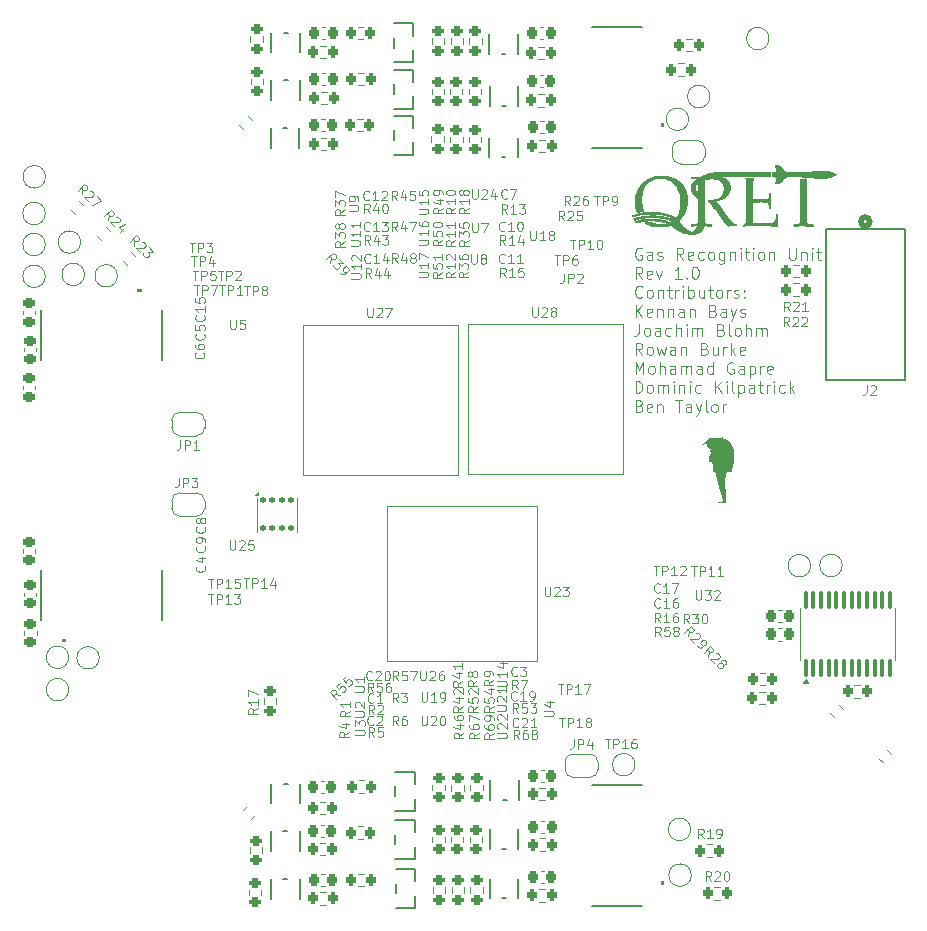
<source format=gto>
%TF.GenerationSoftware,KiCad,Pcbnew,7.0.11*%
%TF.CreationDate,2024-03-28T06:20:15-04:00*%
%TF.ProjectId,Sensor-Board,53656e73-6f72-42d4-926f-6172642e6b69,rev?*%
%TF.SameCoordinates,Original*%
%TF.FileFunction,Legend,Top*%
%TF.FilePolarity,Positive*%
%FSLAX46Y46*%
G04 Gerber Fmt 4.6, Leading zero omitted, Abs format (unit mm)*
G04 Created by KiCad (PCBNEW 7.0.11) date 2024-03-28 06:20:15*
%MOMM*%
%LPD*%
G01*
G04 APERTURE LIST*
G04 Aperture macros list*
%AMRoundRect*
0 Rectangle with rounded corners*
0 $1 Rounding radius*
0 $2 $3 $4 $5 $6 $7 $8 $9 X,Y pos of 4 corners*
0 Add a 4 corners polygon primitive as box body*
4,1,4,$2,$3,$4,$5,$6,$7,$8,$9,$2,$3,0*
0 Add four circle primitives for the rounded corners*
1,1,$1+$1,$2,$3*
1,1,$1+$1,$4,$5*
1,1,$1+$1,$6,$7*
1,1,$1+$1,$8,$9*
0 Add four rect primitives between the rounded corners*
20,1,$1+$1,$2,$3,$4,$5,0*
20,1,$1+$1,$4,$5,$6,$7,0*
20,1,$1+$1,$6,$7,$8,$9,0*
20,1,$1+$1,$8,$9,$2,$3,0*%
%AMFreePoly0*
4,1,19,0.500000,-0.750000,0.000000,-0.750000,0.000000,-0.744911,-0.071157,-0.744911,-0.207708,-0.704816,-0.327430,-0.627875,-0.420627,-0.520320,-0.479746,-0.390866,-0.500000,-0.250000,-0.500000,0.250000,-0.479746,0.390866,-0.420627,0.520320,-0.327430,0.627875,-0.207708,0.704816,-0.071157,0.744911,0.000000,0.744911,0.000000,0.750000,0.500000,0.750000,0.500000,-0.750000,0.500000,-0.750000,
$1*%
%AMFreePoly1*
4,1,19,0.000000,0.744911,0.071157,0.744911,0.207708,0.704816,0.327430,0.627875,0.420627,0.520320,0.479746,0.390866,0.500000,0.250000,0.500000,-0.250000,0.479746,-0.390866,0.420627,-0.520320,0.327430,-0.627875,0.207708,-0.704816,0.071157,-0.744911,0.000000,-0.744911,0.000000,-0.750000,-0.500000,-0.750000,-0.500000,0.750000,0.000000,0.750000,0.000000,0.744911,0.000000,0.744911,
$1*%
G04 Aperture macros list end*
%ADD10C,0.000000*%
%ADD11C,0.100000*%
%ADD12C,0.120000*%
%ADD13C,0.152400*%
%ADD14C,0.508000*%
%ADD15RoundRect,0.225000X0.250000X-0.225000X0.250000X0.225000X-0.250000X0.225000X-0.250000X-0.225000X0*%
%ADD16RoundRect,0.225000X0.225000X0.250000X-0.225000X0.250000X-0.225000X-0.250000X0.225000X-0.250000X0*%
%ADD17RoundRect,0.200000X-0.200000X-0.275000X0.200000X-0.275000X0.200000X0.275000X-0.200000X0.275000X0*%
%ADD18RoundRect,0.200000X0.200000X0.275000X-0.200000X0.275000X-0.200000X-0.275000X0.200000X-0.275000X0*%
%ADD19RoundRect,0.200000X-0.275000X0.200000X-0.275000X-0.200000X0.275000X-0.200000X0.275000X0.200000X0*%
%ADD20FreePoly0,180.000000*%
%ADD21FreePoly1,180.000000*%
%ADD22RoundRect,0.200000X0.275000X-0.200000X0.275000X0.200000X-0.275000X0.200000X-0.275000X-0.200000X0*%
%ADD23C,1.500000*%
%ADD24R,0.558800X1.460500*%
%ADD25C,1.498600*%
%ADD26R,0.304800X0.850900*%
%ADD27RoundRect,0.200000X0.053033X-0.335876X0.335876X-0.053033X-0.053033X0.335876X-0.335876X0.053033X0*%
%ADD28RoundRect,0.200000X-0.335876X-0.053033X-0.053033X-0.335876X0.335876X0.053033X0.053033X0.335876X0*%
%ADD29R,1.270000X0.558800*%
%ADD30C,10.500000*%
%ADD31R,1.460500X0.558800*%
%ADD32RoundRect,0.225000X-0.250000X0.225000X-0.250000X-0.225000X0.250000X-0.225000X0.250000X0.225000X0*%
%ADD33C,1.830000*%
%ADD34RoundRect,0.200000X0.335876X0.053033X0.053033X0.335876X-0.335876X-0.053033X-0.053033X-0.335876X0*%
%ADD35FreePoly0,0.000000*%
%ADD36FreePoly1,0.000000*%
%ADD37RoundRect,0.100000X0.100000X-0.637500X0.100000X0.637500X-0.100000X0.637500X-0.100000X-0.637500X0*%
%ADD38RoundRect,0.125000X-0.125000X-0.137500X0.125000X-0.137500X0.125000X0.137500X-0.125000X0.137500X0*%
G04 APERTURE END LIST*
D10*
G36*
X163060374Y-70729590D02*
G01*
X163275589Y-70730165D01*
X163436846Y-70730921D01*
X163499661Y-70731406D01*
X163551891Y-70731984D01*
X163594506Y-70732668D01*
X163628473Y-70733476D01*
X163654761Y-70734422D01*
X163674338Y-70735522D01*
X163688173Y-70736792D01*
X163693240Y-70737495D01*
X163697234Y-70738247D01*
X163700277Y-70739048D01*
X163702490Y-70739902D01*
X163703993Y-70740809D01*
X163704909Y-70741773D01*
X163706050Y-70743838D01*
X163707094Y-70747149D01*
X163708899Y-70757659D01*
X163710341Y-70773610D01*
X163711435Y-70795307D01*
X163712198Y-70823057D01*
X163712647Y-70857165D01*
X163712670Y-70945679D01*
X163712534Y-70979363D01*
X163712376Y-71008907D01*
X163712175Y-71034605D01*
X163711909Y-71056749D01*
X163711745Y-71066579D01*
X163711556Y-71075630D01*
X163711340Y-71083939D01*
X163711095Y-71091543D01*
X163710817Y-71098477D01*
X163710503Y-71104778D01*
X163710152Y-71110483D01*
X163709759Y-71115629D01*
X163709324Y-71120252D01*
X163708842Y-71124389D01*
X163708312Y-71128075D01*
X163707730Y-71131349D01*
X163707418Y-71132842D01*
X163707093Y-71134245D01*
X163706754Y-71135564D01*
X163706400Y-71136802D01*
X163706031Y-71137964D01*
X163705647Y-71139055D01*
X163705247Y-71140079D01*
X163704832Y-71141040D01*
X163704400Y-71141945D01*
X163703951Y-71142796D01*
X163703485Y-71143598D01*
X163703003Y-71144357D01*
X163702502Y-71145077D01*
X163701984Y-71145761D01*
X163700892Y-71147045D01*
X163699724Y-71148244D01*
X163698477Y-71149395D01*
X163697149Y-71150535D01*
X163695736Y-71151701D01*
X163683428Y-71155690D01*
X163643437Y-71158745D01*
X163395346Y-71162549D01*
X161631280Y-71164401D01*
X160183921Y-71166165D01*
X159742651Y-71167973D01*
X159579525Y-71170045D01*
X159579460Y-71170409D01*
X159579657Y-71170836D01*
X159580813Y-71171875D01*
X159582943Y-71173146D01*
X159585996Y-71174631D01*
X159594668Y-71178181D01*
X159606424Y-71182393D01*
X159620859Y-71187133D01*
X159637568Y-71192270D01*
X159656145Y-71197672D01*
X159676186Y-71203207D01*
X159705929Y-71211338D01*
X159733879Y-71219375D01*
X159760196Y-71227390D01*
X159785040Y-71235453D01*
X159808569Y-71243636D01*
X159830942Y-71252010D01*
X159852320Y-71260646D01*
X159872860Y-71269617D01*
X159892722Y-71278993D01*
X159912065Y-71288845D01*
X159931048Y-71299245D01*
X159949831Y-71310264D01*
X159968573Y-71321973D01*
X159987433Y-71334444D01*
X160006569Y-71347748D01*
X160026142Y-71361957D01*
X160050247Y-71380744D01*
X160073596Y-71400569D01*
X160096159Y-71421395D01*
X160117908Y-71443184D01*
X160138813Y-71465898D01*
X160158847Y-71489502D01*
X160177979Y-71513958D01*
X160196181Y-71539227D01*
X160213423Y-71565274D01*
X160229678Y-71592061D01*
X160244915Y-71619551D01*
X160259107Y-71647706D01*
X160272224Y-71676490D01*
X160284237Y-71705865D01*
X160295117Y-71735794D01*
X160304836Y-71766240D01*
X160317785Y-71812731D01*
X160328588Y-71859299D01*
X160337250Y-71905887D01*
X160343774Y-71952440D01*
X160348165Y-71998903D01*
X160350427Y-72045218D01*
X160350564Y-72091331D01*
X160348580Y-72137186D01*
X160344480Y-72182726D01*
X160338267Y-72227896D01*
X160329946Y-72272641D01*
X160319520Y-72316904D01*
X160306995Y-72360629D01*
X160292373Y-72403762D01*
X160275659Y-72446245D01*
X160256858Y-72488023D01*
X160229296Y-72541731D01*
X160199043Y-72593804D01*
X160166171Y-72644178D01*
X160130751Y-72692789D01*
X160092855Y-72739572D01*
X160052554Y-72784464D01*
X160009920Y-72827401D01*
X159965023Y-72868318D01*
X159917935Y-72907151D01*
X159868727Y-72943837D01*
X159817471Y-72978311D01*
X159764237Y-73010509D01*
X159709098Y-73040367D01*
X159652124Y-73067822D01*
X159593387Y-73092808D01*
X159532958Y-73115262D01*
X159498452Y-73126423D01*
X159452701Y-73140122D01*
X159343869Y-73170736D01*
X159239271Y-73198308D01*
X159198812Y-73208204D01*
X159171714Y-73214040D01*
X159168971Y-73214461D01*
X159166308Y-73214926D01*
X159163738Y-73215430D01*
X159161274Y-73215969D01*
X159158930Y-73216537D01*
X159156719Y-73217128D01*
X159154656Y-73217738D01*
X159152752Y-73218361D01*
X159151022Y-73218993D01*
X159149479Y-73219628D01*
X159148137Y-73220261D01*
X159147545Y-73220574D01*
X159147008Y-73220886D01*
X159146528Y-73221194D01*
X159146107Y-73221499D01*
X159145746Y-73221799D01*
X159145447Y-73222095D01*
X159145211Y-73222384D01*
X159145041Y-73222667D01*
X159144937Y-73222944D01*
X159144903Y-73223212D01*
X159148152Y-73230864D01*
X159159389Y-73248447D01*
X159214753Y-73325606D01*
X159328854Y-73479097D01*
X159519552Y-73733329D01*
X159888712Y-74223966D01*
X160140265Y-74556448D01*
X160300007Y-74764708D01*
X160353511Y-74832858D01*
X160393736Y-74882679D01*
X160429823Y-74926435D01*
X160462432Y-74965299D01*
X160491989Y-74999572D01*
X160518917Y-75029556D01*
X160543642Y-75055549D01*
X160566588Y-75077854D01*
X160577526Y-75087718D01*
X160588180Y-75096772D01*
X160598601Y-75105054D01*
X160608842Y-75112602D01*
X160618958Y-75119453D01*
X160629001Y-75125645D01*
X160639024Y-75131216D01*
X160649080Y-75136203D01*
X160659222Y-75140644D01*
X160669504Y-75144577D01*
X160679978Y-75148038D01*
X160690698Y-75151066D01*
X160701716Y-75153698D01*
X160713087Y-75155971D01*
X160737095Y-75159594D01*
X160763148Y-75162236D01*
X160791670Y-75164196D01*
X160826363Y-75166449D01*
X160840386Y-75167707D01*
X160852391Y-75169256D01*
X160857684Y-75170186D01*
X160862528Y-75171247D01*
X160866942Y-75172456D01*
X160870945Y-75173832D01*
X160874555Y-75175395D01*
X160877791Y-75177164D01*
X160880672Y-75179157D01*
X160883215Y-75181393D01*
X160885440Y-75183892D01*
X160887366Y-75186673D01*
X160889010Y-75189754D01*
X160890392Y-75193155D01*
X160891530Y-75196894D01*
X160892442Y-75200991D01*
X160893148Y-75205464D01*
X160893666Y-75210332D01*
X160894212Y-75221331D01*
X160894228Y-75234140D01*
X160893269Y-75265795D01*
X160892706Y-75281489D01*
X160892007Y-75295305D01*
X160891068Y-75307346D01*
X160889786Y-75317720D01*
X160888984Y-75322314D01*
X160888057Y-75326531D01*
X160886993Y-75330383D01*
X160885778Y-75333884D01*
X160884401Y-75337048D01*
X160882847Y-75339886D01*
X160881104Y-75342413D01*
X160879158Y-75344641D01*
X160876998Y-75346585D01*
X160874610Y-75348256D01*
X160871981Y-75349668D01*
X160869099Y-75350834D01*
X160865949Y-75351768D01*
X160862521Y-75352483D01*
X160858799Y-75352991D01*
X160854773Y-75353306D01*
X160850428Y-75353442D01*
X160845751Y-75353411D01*
X160835353Y-75352901D01*
X160823475Y-75351883D01*
X160810014Y-75350462D01*
X160759168Y-75347345D01*
X160682915Y-75345369D01*
X160590108Y-75344484D01*
X160489603Y-75344641D01*
X160390257Y-75345791D01*
X160300922Y-75347883D01*
X160230456Y-75350867D01*
X160187714Y-75354696D01*
X160168690Y-75357700D01*
X160160629Y-75358869D01*
X160153395Y-75359811D01*
X160146885Y-75360521D01*
X160140994Y-75360996D01*
X160135618Y-75361231D01*
X160130652Y-75361222D01*
X160125992Y-75360965D01*
X160121534Y-75360456D01*
X160117172Y-75359690D01*
X160112804Y-75358664D01*
X160108324Y-75357374D01*
X160103627Y-75355814D01*
X160098611Y-75353982D01*
X160093169Y-75351873D01*
X160085778Y-75348880D01*
X160078420Y-75345460D01*
X160071098Y-75341613D01*
X160063811Y-75337343D01*
X160056562Y-75332651D01*
X160049352Y-75327540D01*
X160042180Y-75322011D01*
X160035049Y-75316066D01*
X160027959Y-75309709D01*
X160020912Y-75302939D01*
X160013908Y-75295761D01*
X160006948Y-75288175D01*
X160000034Y-75280184D01*
X159993166Y-75271790D01*
X159986346Y-75262995D01*
X159979575Y-75253801D01*
X159710052Y-74889734D01*
X159495740Y-74599928D01*
X159322703Y-74364095D01*
X159139126Y-74116809D01*
X159050000Y-74000000D01*
X158960047Y-73884406D01*
X158867316Y-73767522D01*
X158769856Y-73646843D01*
X158552942Y-73384079D01*
X158492378Y-73311425D01*
X158468086Y-73282056D01*
X158447450Y-73256737D01*
X158430216Y-73235028D01*
X158422796Y-73225388D01*
X158416131Y-73216486D01*
X158410191Y-73208265D01*
X158404942Y-73200671D01*
X158400355Y-73193648D01*
X158396396Y-73187141D01*
X158393035Y-73181095D01*
X158390240Y-73175454D01*
X158387978Y-73170165D01*
X158386220Y-73165170D01*
X158384931Y-73160417D01*
X158384082Y-73155848D01*
X158383641Y-73151409D01*
X158383575Y-73147045D01*
X158383854Y-73142701D01*
X158384445Y-73138321D01*
X158385316Y-73133850D01*
X158386437Y-73129234D01*
X158389300Y-73119343D01*
X158392780Y-73108207D01*
X158394074Y-73103937D01*
X158395320Y-73100109D01*
X158396540Y-73096703D01*
X158397752Y-73093699D01*
X158398362Y-73092340D01*
X158398977Y-73091074D01*
X158399600Y-73089898D01*
X158400234Y-73088809D01*
X158400881Y-73087805D01*
X158401543Y-73086884D01*
X158402223Y-73086041D01*
X158402923Y-73085276D01*
X158403646Y-73084585D01*
X158404394Y-73083966D01*
X158405169Y-73083416D01*
X158405975Y-73082933D01*
X158406813Y-73082514D01*
X158407687Y-73082157D01*
X158408598Y-73081858D01*
X158409548Y-73081616D01*
X158410541Y-73081427D01*
X158411579Y-73081290D01*
X158412665Y-73081201D01*
X158413800Y-73081158D01*
X158414987Y-73081159D01*
X158416229Y-73081200D01*
X158418886Y-73081395D01*
X158477552Y-73085842D01*
X158543857Y-73088131D01*
X158615190Y-73088353D01*
X158688937Y-73086599D01*
X158762486Y-73082960D01*
X158833223Y-73077526D01*
X158898537Y-73070389D01*
X158955814Y-73061640D01*
X158995215Y-73053924D01*
X159034256Y-73044825D01*
X159072856Y-73034383D01*
X159110937Y-73022636D01*
X159148418Y-73009624D01*
X159185220Y-72995387D01*
X159221263Y-72979962D01*
X159256469Y-72963391D01*
X159290756Y-72945712D01*
X159324046Y-72926964D01*
X159356259Y-72907187D01*
X159387316Y-72886420D01*
X159417137Y-72864701D01*
X159445642Y-72842072D01*
X159472751Y-72818570D01*
X159498386Y-72794234D01*
X159520929Y-72771201D01*
X159542270Y-72747582D01*
X159562430Y-72723339D01*
X159581432Y-72698433D01*
X159599297Y-72672824D01*
X159616047Y-72646473D01*
X159631704Y-72619340D01*
X159646288Y-72591387D01*
X159659823Y-72562574D01*
X159672329Y-72532862D01*
X159683828Y-72502211D01*
X159694343Y-72470583D01*
X159703894Y-72437937D01*
X159712504Y-72404236D01*
X159720194Y-72369439D01*
X159726986Y-72333507D01*
X159733457Y-72291379D01*
X159738328Y-72249940D01*
X159741609Y-72209210D01*
X159743311Y-72169206D01*
X159743446Y-72129948D01*
X159742025Y-72091456D01*
X159739059Y-72053749D01*
X159734559Y-72016844D01*
X159728537Y-71980763D01*
X159721004Y-71945523D01*
X159711971Y-71911145D01*
X159701449Y-71877646D01*
X159689450Y-71845047D01*
X159675985Y-71813365D01*
X159661064Y-71782622D01*
X159644700Y-71752834D01*
X159626904Y-71724023D01*
X159607686Y-71696206D01*
X159587058Y-71669403D01*
X159565032Y-71643633D01*
X159541618Y-71618915D01*
X159516828Y-71595269D01*
X159490672Y-71572713D01*
X159463163Y-71551266D01*
X159434312Y-71530948D01*
X159404129Y-71511778D01*
X159372626Y-71493774D01*
X159339814Y-71476957D01*
X159305704Y-71461344D01*
X159270308Y-71446956D01*
X159233638Y-71433811D01*
X159195703Y-71421929D01*
X159165386Y-71413505D01*
X159134044Y-71405705D01*
X159101792Y-71398539D01*
X159068747Y-71392020D01*
X159000738Y-71380964D01*
X158930943Y-71372628D01*
X158860288Y-71367103D01*
X158789699Y-71364481D01*
X158720103Y-71364852D01*
X158685966Y-71366188D01*
X158652425Y-71368306D01*
X158617762Y-71371135D01*
X158581567Y-71374793D01*
X158506518Y-71384215D01*
X158431154Y-71395802D01*
X158359354Y-71408788D01*
X158294996Y-71422401D01*
X158266819Y-71429204D01*
X158241957Y-71435874D01*
X158220893Y-71442318D01*
X158204114Y-71448438D01*
X158192104Y-71454138D01*
X158188038Y-71456801D01*
X158185347Y-71459323D01*
X158182727Y-71463652D01*
X158180160Y-71470276D01*
X158175204Y-71490324D01*
X158170514Y-71519301D01*
X158166121Y-71557043D01*
X158162058Y-71603383D01*
X158158360Y-71658158D01*
X158155058Y-71721200D01*
X158152186Y-71792345D01*
X158147589Y-72354298D01*
X158147159Y-73362206D01*
X158150301Y-74345244D01*
X158156419Y-74832584D01*
X158159789Y-74867314D01*
X158163530Y-74899943D01*
X158167619Y-74930290D01*
X158172030Y-74958173D01*
X158176738Y-74983411D01*
X158181720Y-75005820D01*
X158184305Y-75015908D01*
X158186950Y-75025220D01*
X158189650Y-75033735D01*
X158192403Y-75041429D01*
X158194936Y-75047634D01*
X158198018Y-75053799D01*
X158201619Y-75059901D01*
X158205709Y-75065914D01*
X158210258Y-75071815D01*
X158215235Y-75077582D01*
X158220612Y-75083189D01*
X158226358Y-75088613D01*
X158232442Y-75093830D01*
X158238836Y-75098817D01*
X158245508Y-75103550D01*
X158252430Y-75108005D01*
X158259571Y-75112157D01*
X158266901Y-75115985D01*
X158274390Y-75119463D01*
X158282008Y-75122568D01*
X158293668Y-75126531D01*
X158307582Y-75130464D01*
X158341209Y-75138112D01*
X158380954Y-75145264D01*
X158424883Y-75151672D01*
X158471061Y-75157088D01*
X158517553Y-75161263D01*
X158562425Y-75163950D01*
X158603741Y-75164901D01*
X158626929Y-75164988D01*
X158647392Y-75165335D01*
X158665300Y-75166068D01*
X158680823Y-75167315D01*
X158687743Y-75168171D01*
X158694130Y-75169203D01*
X158700006Y-75170427D01*
X158705391Y-75171859D01*
X158710307Y-75173514D01*
X158714775Y-75175409D01*
X158718816Y-75177560D01*
X158722451Y-75179982D01*
X158725702Y-75182692D01*
X158728590Y-75185704D01*
X158731135Y-75189036D01*
X158733360Y-75192703D01*
X158735284Y-75196721D01*
X158736931Y-75201105D01*
X158738320Y-75205872D01*
X158739473Y-75211038D01*
X158740410Y-75216618D01*
X158741155Y-75222628D01*
X158742146Y-75236004D01*
X158742617Y-75251291D01*
X158742736Y-75268618D01*
X158742226Y-75302661D01*
X158741127Y-75316441D01*
X158739054Y-75328237D01*
X158737556Y-75333433D01*
X158735699Y-75338181D01*
X158733445Y-75342500D01*
X158730755Y-75346405D01*
X158727591Y-75349914D01*
X158723914Y-75353042D01*
X158719685Y-75355806D01*
X158714866Y-75358223D01*
X158709419Y-75360310D01*
X158703306Y-75362082D01*
X158688923Y-75364750D01*
X158671412Y-75366359D01*
X158650462Y-75367043D01*
X158625767Y-75366932D01*
X158597019Y-75366161D01*
X158526130Y-75363162D01*
X158269308Y-75351168D01*
X158173352Y-75346934D01*
X158148658Y-75368807D01*
X158145349Y-75371886D01*
X158142027Y-75375322D01*
X158138680Y-75379138D01*
X158135297Y-75383359D01*
X158131863Y-75388009D01*
X158128368Y-75393115D01*
X158124798Y-75398700D01*
X158121141Y-75404790D01*
X158113518Y-75418581D01*
X158105399Y-75434688D01*
X158096684Y-75453308D01*
X158087275Y-75474640D01*
X158077436Y-75496571D01*
X158067464Y-75517697D01*
X158057311Y-75538089D01*
X158046926Y-75557818D01*
X158036260Y-75576957D01*
X158025263Y-75595575D01*
X158013886Y-75613745D01*
X158002079Y-75631538D01*
X157989792Y-75649025D01*
X157976977Y-75666277D01*
X157963582Y-75683366D01*
X157949559Y-75700363D01*
X157934858Y-75717339D01*
X157919430Y-75734366D01*
X157903224Y-75751515D01*
X157886192Y-75768857D01*
X157852600Y-75800986D01*
X157818245Y-75831222D01*
X157783139Y-75859560D01*
X157747296Y-75885990D01*
X157710730Y-75910506D01*
X157673454Y-75933101D01*
X157635481Y-75953767D01*
X157596825Y-75972498D01*
X157557500Y-75989285D01*
X157517518Y-76004122D01*
X157476893Y-76017002D01*
X157435639Y-76027917D01*
X157393769Y-76036860D01*
X157351296Y-76043824D01*
X157308234Y-76048801D01*
X157264597Y-76051785D01*
X157213352Y-76052753D01*
X157143693Y-76052126D01*
X156974173Y-76047110D01*
X156806107Y-76038787D01*
X156738268Y-76034025D01*
X156689569Y-76029206D01*
X156650474Y-76023711D01*
X156607526Y-76016992D01*
X156562693Y-76009412D01*
X156517943Y-76001337D01*
X156475243Y-75993130D01*
X156436561Y-75985153D01*
X156403866Y-75977773D01*
X156379125Y-75971351D01*
X156352992Y-75963163D01*
X156324709Y-75952808D01*
X156294045Y-75940171D01*
X156260768Y-75925137D01*
X156224647Y-75907589D01*
X156185450Y-75887412D01*
X156142946Y-75864490D01*
X156096902Y-75838707D01*
X156008657Y-75788510D01*
X155930424Y-75742729D01*
X155858591Y-75699031D01*
X155789545Y-75655086D01*
X155719672Y-75608560D01*
X155645358Y-75557124D01*
X155562991Y-75498444D01*
X155468958Y-75430190D01*
X155416294Y-75391734D01*
X155394043Y-75375635D01*
X155374270Y-75361465D01*
X155356792Y-75349105D01*
X155341425Y-75338438D01*
X155327986Y-75329346D01*
X155316293Y-75321711D01*
X155306163Y-75315416D01*
X155297413Y-75310342D01*
X155293498Y-75308227D01*
X155289859Y-75306372D01*
X155286474Y-75304765D01*
X155283320Y-75303389D01*
X155280373Y-75302230D01*
X155277611Y-75301273D01*
X155275011Y-75300504D01*
X155272550Y-75299908D01*
X155270206Y-75299470D01*
X155267955Y-75299175D01*
X155265774Y-75299009D01*
X155263641Y-75298957D01*
X155260491Y-75299103D01*
X155256633Y-75299534D01*
X155246995Y-75301195D01*
X155235141Y-75303831D01*
X155221484Y-75307335D01*
X155206439Y-75311600D01*
X155190418Y-75316518D01*
X155173835Y-75321982D01*
X155157103Y-75327884D01*
X155105554Y-75345077D01*
X155049516Y-75361575D01*
X154990055Y-75377146D01*
X154928238Y-75391561D01*
X154865131Y-75404586D01*
X154801800Y-75415990D01*
X154739313Y-75425543D01*
X154678736Y-75433012D01*
X154628885Y-75436391D01*
X154560390Y-75438612D01*
X154478946Y-75439709D01*
X154390252Y-75439715D01*
X154300003Y-75438662D01*
X154213896Y-75436584D01*
X154137629Y-75433514D01*
X154076897Y-75429484D01*
X154016508Y-75423715D01*
X153958278Y-75417233D01*
X153902070Y-75410003D01*
X153847746Y-75401990D01*
X153795166Y-75393157D01*
X153744192Y-75383472D01*
X153694685Y-75372897D01*
X153646508Y-75361398D01*
X153599521Y-75348940D01*
X153553587Y-75335488D01*
X153508566Y-75321007D01*
X153464320Y-75305461D01*
X153420711Y-75288815D01*
X153377600Y-75271035D01*
X153334849Y-75252084D01*
X153292319Y-75231929D01*
X153260488Y-75215573D01*
X153225787Y-75196728D01*
X153189715Y-75176280D01*
X153153766Y-75155111D01*
X153119437Y-75134109D01*
X153088226Y-75114156D01*
X153061629Y-75096138D01*
X153050528Y-75088131D01*
X153041141Y-75080940D01*
X153035655Y-75076550D01*
X153030821Y-75072612D01*
X153026614Y-75069082D01*
X153024737Y-75067455D01*
X153023006Y-75065914D01*
X153021420Y-75064452D01*
X153019974Y-75063064D01*
X153018665Y-75061745D01*
X153017490Y-75060488D01*
X153016446Y-75059289D01*
X153015529Y-75058142D01*
X153014737Y-75057041D01*
X153014066Y-75055981D01*
X153013512Y-75054956D01*
X153013073Y-75053960D01*
X153012746Y-75052988D01*
X153012526Y-75052035D01*
X153012412Y-75051095D01*
X153012399Y-75050162D01*
X153012485Y-75049231D01*
X153012666Y-75048297D01*
X153012938Y-75047353D01*
X153013300Y-75046394D01*
X153013747Y-75045415D01*
X153014276Y-75044409D01*
X153014885Y-75043373D01*
X153015569Y-75042299D01*
X153017152Y-75040018D01*
X153020608Y-75035633D01*
X153024653Y-75031466D01*
X153029333Y-75027501D01*
X153034692Y-75023724D01*
X153040775Y-75020121D01*
X153047625Y-75016677D01*
X153055288Y-75013377D01*
X153063807Y-75010208D01*
X153073228Y-75007155D01*
X153083595Y-75004203D01*
X153094951Y-75001337D01*
X153107342Y-74998544D01*
X153135406Y-74993118D01*
X153168141Y-74987807D01*
X153202625Y-74982894D01*
X153238657Y-74978735D01*
X153275919Y-74975322D01*
X153314092Y-74972648D01*
X153391892Y-74969488D01*
X153469502Y-74969198D01*
X153544366Y-74971718D01*
X153579971Y-74974014D01*
X153613931Y-74976992D01*
X153645928Y-74980643D01*
X153675641Y-74984961D01*
X153702752Y-74989938D01*
X153726941Y-74995568D01*
X153739192Y-74998980D01*
X153753378Y-75003285D01*
X153768985Y-75008317D01*
X153785503Y-75013912D01*
X153802417Y-75019904D01*
X153819215Y-75026127D01*
X153835385Y-75032416D01*
X153850414Y-75038606D01*
X153898084Y-75058042D01*
X153944903Y-75075888D01*
X153991044Y-75092175D01*
X154036680Y-75106935D01*
X154081986Y-75120199D01*
X154127135Y-75131996D01*
X154172300Y-75142360D01*
X154217655Y-75151319D01*
X154263374Y-75158906D01*
X154309631Y-75165152D01*
X154356599Y-75170087D01*
X154404451Y-75173743D01*
X154453362Y-75176150D01*
X154503504Y-75177339D01*
X154555053Y-75177342D01*
X154608180Y-75176190D01*
X154638308Y-75175242D01*
X154668362Y-75174029D01*
X154725038Y-75171075D01*
X154771792Y-75167856D01*
X154789443Y-75166312D01*
X154802208Y-75164901D01*
X154814057Y-75162984D01*
X154826456Y-75160709D01*
X154839210Y-75158132D01*
X154852126Y-75155310D01*
X154877664Y-75149150D01*
X154901515Y-75142676D01*
X154912322Y-75139461D01*
X154922125Y-75136334D01*
X154930729Y-75133353D01*
X154937939Y-75130571D01*
X154943562Y-75128046D01*
X154947404Y-75125834D01*
X154948595Y-75124862D01*
X154949269Y-75123989D01*
X154949400Y-75123222D01*
X154948964Y-75122568D01*
X154944589Y-75120313D01*
X154935299Y-75116832D01*
X154904337Y-75106847D01*
X154809440Y-75079352D01*
X154702107Y-75050535D01*
X154655601Y-75038896D01*
X154620175Y-75030846D01*
X154423538Y-74994905D01*
X154223289Y-74966497D01*
X154020509Y-74945679D01*
X153816282Y-74932509D01*
X153611692Y-74927045D01*
X153407821Y-74929345D01*
X153205752Y-74939466D01*
X153006569Y-74957468D01*
X152916273Y-74968948D01*
X152822364Y-74983430D01*
X152727578Y-75000343D01*
X152634653Y-75019116D01*
X152546325Y-75039179D01*
X152465331Y-75059961D01*
X152394407Y-75080892D01*
X152363577Y-75091235D01*
X152336291Y-75101401D01*
X152328945Y-75104236D01*
X152321838Y-75106880D01*
X152315145Y-75109276D01*
X152309039Y-75111367D01*
X152303694Y-75113094D01*
X152299283Y-75114399D01*
X152297482Y-75114875D01*
X152295980Y-75115224D01*
X152294798Y-75115439D01*
X152293958Y-75115512D01*
X152292950Y-75115014D01*
X152291533Y-75113559D01*
X152287586Y-75108020D01*
X152282349Y-75099378D01*
X152276055Y-75088117D01*
X152261216Y-75059665D01*
X152244922Y-75026524D01*
X152229025Y-74992557D01*
X152215377Y-74961624D01*
X152205830Y-74937587D01*
X152203173Y-74929361D01*
X152202236Y-74924307D01*
X152202539Y-74920452D01*
X152203537Y-74916787D01*
X152205361Y-74913252D01*
X152208145Y-74909788D01*
X152212020Y-74906336D01*
X152217119Y-74902838D01*
X152223573Y-74899235D01*
X152231516Y-74895467D01*
X152241080Y-74891476D01*
X152252396Y-74887203D01*
X152280817Y-74877575D01*
X152317837Y-74866111D01*
X152364514Y-74852340D01*
X152446184Y-74829113D01*
X152526417Y-74808474D01*
X152606483Y-74790167D01*
X152687658Y-74773935D01*
X152771214Y-74759522D01*
X152858425Y-74746672D01*
X152950563Y-74735128D01*
X153048902Y-74724634D01*
X153191912Y-74712309D01*
X153334702Y-74703619D01*
X153476938Y-74698531D01*
X153618286Y-74697008D01*
X153758410Y-74699015D01*
X153896975Y-74704518D01*
X154033647Y-74713481D01*
X154168090Y-74725869D01*
X154299970Y-74741647D01*
X154428953Y-74760780D01*
X154554702Y-74783233D01*
X154676884Y-74808970D01*
X154795163Y-74837957D01*
X154909204Y-74870158D01*
X155018674Y-74905538D01*
X155123236Y-74944062D01*
X155139796Y-74950843D01*
X155156364Y-74957832D01*
X155172486Y-74964836D01*
X155187706Y-74971667D01*
X155201570Y-74978134D01*
X155213624Y-74984047D01*
X155223412Y-74989216D01*
X155227315Y-74991462D01*
X155230480Y-74993451D01*
X155236534Y-74996899D01*
X155242529Y-74999831D01*
X155248472Y-75002247D01*
X155254370Y-75004145D01*
X155257305Y-75004898D01*
X155260231Y-75005521D01*
X155263150Y-75006013D01*
X155266063Y-75006374D01*
X155268969Y-75006604D01*
X155271871Y-75006703D01*
X155274769Y-75006669D01*
X155277664Y-75006504D01*
X155280557Y-75006206D01*
X155283449Y-75005776D01*
X155286341Y-75005213D01*
X155289233Y-75004517D01*
X155292127Y-75003687D01*
X155295023Y-75002724D01*
X155297923Y-75001627D01*
X155300826Y-75000396D01*
X155306650Y-74997531D01*
X155312502Y-74994126D01*
X155318390Y-74990180D01*
X155324319Y-74985690D01*
X155344075Y-74969462D01*
X155291864Y-74937007D01*
X155256815Y-74916386D01*
X155219434Y-74896658D01*
X155178977Y-74877525D01*
X155134701Y-74858690D01*
X155085861Y-74839855D01*
X155031712Y-74820722D01*
X154971511Y-74800994D01*
X154904513Y-74780373D01*
X154836263Y-74761311D01*
X154764020Y-74743568D01*
X154608842Y-74712155D01*
X154441559Y-74686363D01*
X154264751Y-74666426D01*
X154080998Y-74652574D01*
X153892879Y-74645039D01*
X153702975Y-74644052D01*
X153513864Y-74649845D01*
X153331968Y-74661156D01*
X153155397Y-74676436D01*
X152985375Y-74695486D01*
X152823125Y-74718108D01*
X152669870Y-74744103D01*
X152526835Y-74773274D01*
X152395244Y-74805420D01*
X152334122Y-74822548D01*
X152276319Y-74840345D01*
X152242863Y-74851207D01*
X152229336Y-74855399D01*
X152217692Y-74858712D01*
X152212517Y-74860027D01*
X152207743Y-74861107D01*
X152203345Y-74861949D01*
X152199301Y-74862546D01*
X152195586Y-74862894D01*
X152192177Y-74862988D01*
X152189051Y-74862823D01*
X152186184Y-74862394D01*
X152183553Y-74861697D01*
X152181134Y-74860726D01*
X152178904Y-74859476D01*
X152176839Y-74857943D01*
X152174915Y-74856122D01*
X152173109Y-74854007D01*
X152171398Y-74851594D01*
X152169758Y-74848878D01*
X152168166Y-74845854D01*
X152166597Y-74842518D01*
X152163438Y-74834886D01*
X152156375Y-74815651D01*
X152153227Y-74807343D01*
X152149187Y-74797472D01*
X152144419Y-74786394D01*
X152139089Y-74774464D01*
X152133361Y-74762039D01*
X152127403Y-74749472D01*
X152121378Y-74737121D01*
X152115452Y-74725340D01*
X152112610Y-74719573D01*
X152109911Y-74713935D01*
X152107368Y-74708454D01*
X152104990Y-74703159D01*
X152102791Y-74698079D01*
X152100780Y-74693243D01*
X152098971Y-74688679D01*
X152097373Y-74684418D01*
X152095998Y-74680487D01*
X152094858Y-74676916D01*
X152093963Y-74673733D01*
X152093327Y-74670968D01*
X152092959Y-74668649D01*
X152092879Y-74667667D01*
X152092871Y-74666806D01*
X152092935Y-74666072D01*
X152093074Y-74665468D01*
X152093289Y-74664996D01*
X152093580Y-74664662D01*
X152096607Y-74662798D01*
X152102353Y-74660170D01*
X152121031Y-74652932D01*
X152147679Y-74643578D01*
X152180364Y-74632736D01*
X152256101Y-74609100D01*
X152295284Y-74597563D01*
X152332764Y-74587051D01*
X152482665Y-74550109D01*
X152647078Y-74516804D01*
X152822718Y-74487535D01*
X153006305Y-74462697D01*
X153194554Y-74442688D01*
X153384185Y-74427904D01*
X153571913Y-74418743D01*
X153754458Y-74415601D01*
X153951497Y-74418456D01*
X154139217Y-74427066D01*
X154229751Y-74433550D01*
X154318157Y-74441497D01*
X154404502Y-74450916D01*
X154488853Y-74461815D01*
X154571278Y-74474202D01*
X154651844Y-74488086D01*
X154730617Y-74503474D01*
X154807665Y-74520376D01*
X154883056Y-74538799D01*
X154956856Y-74558752D01*
X155029132Y-74580242D01*
X155099953Y-74603279D01*
X155165897Y-74626438D01*
X155223888Y-74648192D01*
X155250329Y-74658743D01*
X155275297Y-74669185D01*
X155298962Y-74679598D01*
X155321497Y-74690062D01*
X155343073Y-74700659D01*
X155363861Y-74711469D01*
X155384033Y-74722572D01*
X155403760Y-74734049D01*
X155423215Y-74745981D01*
X155442569Y-74758449D01*
X155461993Y-74771532D01*
X155481658Y-74785312D01*
X155492977Y-74793392D01*
X155503182Y-74800443D01*
X155507896Y-74803586D01*
X155512368Y-74806477D01*
X155516608Y-74809116D01*
X155520629Y-74811506D01*
X155524442Y-74813648D01*
X155528059Y-74815543D01*
X155531492Y-74817193D01*
X155534752Y-74818600D01*
X155537852Y-74819765D01*
X155540803Y-74820690D01*
X155543616Y-74821376D01*
X155546305Y-74821825D01*
X155548879Y-74822038D01*
X155551351Y-74822017D01*
X155553734Y-74821763D01*
X155556038Y-74821279D01*
X155558275Y-74820565D01*
X155560457Y-74819623D01*
X155562596Y-74818455D01*
X155564704Y-74817062D01*
X155566792Y-74815446D01*
X155568872Y-74813608D01*
X155570957Y-74811550D01*
X155573056Y-74809274D01*
X155575183Y-74806780D01*
X155577350Y-74804071D01*
X155579567Y-74801148D01*
X155581847Y-74798012D01*
X155595958Y-74778257D01*
X155530341Y-74735923D01*
X155484288Y-74707503D01*
X155435360Y-74679943D01*
X155383660Y-74653279D01*
X155329291Y-74627543D01*
X155272355Y-74602771D01*
X155212953Y-74578996D01*
X155151189Y-74556253D01*
X155087164Y-74534575D01*
X155020982Y-74513997D01*
X154952744Y-74494553D01*
X154882552Y-74476276D01*
X154810509Y-74459202D01*
X154661280Y-74428796D01*
X154505875Y-74403606D01*
X154438939Y-74394783D01*
X154361181Y-74385934D01*
X154184406Y-74369122D01*
X153997974Y-74355089D01*
X153908144Y-74349713D01*
X153824308Y-74345751D01*
X153685126Y-74342223D01*
X153539925Y-74342664D01*
X153390821Y-74346942D01*
X153239932Y-74354923D01*
X153089373Y-74366477D01*
X152941261Y-74381470D01*
X152797714Y-74399770D01*
X152660847Y-74421245D01*
X152587523Y-74434698D01*
X152511611Y-74450283D01*
X152435682Y-74467357D01*
X152362309Y-74485275D01*
X152294061Y-74503390D01*
X152233512Y-74521060D01*
X152183231Y-74537637D01*
X152162746Y-74545315D01*
X152145791Y-74552479D01*
X152134281Y-74557500D01*
X152123787Y-74561990D01*
X152114252Y-74565963D01*
X152105619Y-74569434D01*
X152097829Y-74572417D01*
X152090824Y-74574927D01*
X152084547Y-74576978D01*
X152081663Y-74577836D01*
X152078940Y-74578585D01*
X152076369Y-74579226D01*
X152073945Y-74579761D01*
X152071658Y-74580193D01*
X152069503Y-74580522D01*
X152067472Y-74580751D01*
X152065558Y-74580882D01*
X152063753Y-74580916D01*
X152062051Y-74580856D01*
X152060443Y-74580702D01*
X152058924Y-74580457D01*
X152057485Y-74580123D01*
X152056120Y-74579701D01*
X152054820Y-74579193D01*
X152053580Y-74578601D01*
X152052391Y-74577928D01*
X152051247Y-74577173D01*
X152048589Y-74574111D01*
X152045196Y-74568584D01*
X152041193Y-74560922D01*
X152036706Y-74551454D01*
X152026777Y-74528420D01*
X152016410Y-74502120D01*
X152006605Y-74475192D01*
X151998363Y-74450273D01*
X151995141Y-74439391D01*
X151992684Y-74430000D01*
X151991119Y-74422431D01*
X151990569Y-74417012D01*
X151990966Y-74412824D01*
X151992190Y-74408708D01*
X151994290Y-74404638D01*
X151997316Y-74400586D01*
X152001318Y-74396526D01*
X152006345Y-74392431D01*
X152012447Y-74388274D01*
X152019673Y-74384027D01*
X152028074Y-74379666D01*
X152037698Y-74375161D01*
X152048596Y-74370487D01*
X152060816Y-74365617D01*
X152089424Y-74355179D01*
X152123919Y-74343634D01*
X152234398Y-74310570D01*
X152360710Y-74278084D01*
X152498383Y-74247020D01*
X152642943Y-74218222D01*
X152789918Y-74192532D01*
X152934834Y-74170795D01*
X153073218Y-74153853D01*
X153200597Y-74142551D01*
X153376199Y-74133550D01*
X153562955Y-74130204D01*
X153756408Y-74132282D01*
X153952102Y-74139552D01*
X154145580Y-74151784D01*
X154332385Y-74168745D01*
X154508062Y-74190204D01*
X154668152Y-74215929D01*
X154775682Y-74237218D01*
X154883468Y-74261625D01*
X154989981Y-74288693D01*
X155093691Y-74317970D01*
X155193068Y-74348999D01*
X155286583Y-74381327D01*
X155372706Y-74414497D01*
X155412518Y-74431257D01*
X155449908Y-74448057D01*
X155477850Y-74461647D01*
X155509406Y-74478065D01*
X155543161Y-74496500D01*
X155577702Y-74516143D01*
X155611614Y-74536182D01*
X155643484Y-74555808D01*
X155671898Y-74574210D01*
X155695442Y-74590578D01*
X155728602Y-74614568D01*
X155765997Y-74556712D01*
X155807683Y-74487616D01*
X155846705Y-74414410D01*
X155882996Y-74337401D01*
X155916490Y-74256895D01*
X155947119Y-74173197D01*
X155974815Y-74086614D01*
X155999513Y-73997450D01*
X156021144Y-73906013D01*
X156039641Y-73812609D01*
X156054937Y-73717542D01*
X156066966Y-73621119D01*
X156075659Y-73523646D01*
X156080949Y-73425430D01*
X156082771Y-73326775D01*
X156081055Y-73227987D01*
X156075736Y-73129373D01*
X156068426Y-73043796D01*
X156059194Y-72960095D01*
X156048035Y-72878263D01*
X156034946Y-72798291D01*
X156019922Y-72720172D01*
X156002959Y-72643896D01*
X155984053Y-72569456D01*
X155963200Y-72496843D01*
X155940395Y-72426049D01*
X155915635Y-72357065D01*
X155888916Y-72289885D01*
X155860233Y-72224498D01*
X155829582Y-72160898D01*
X155796959Y-72099075D01*
X155762360Y-72039021D01*
X155725780Y-71980729D01*
X155687447Y-71924826D01*
X155647052Y-71871410D01*
X155604583Y-71820474D01*
X155560030Y-71772006D01*
X155513381Y-71725998D01*
X155464624Y-71682440D01*
X155413749Y-71641324D01*
X155360744Y-71602639D01*
X155305597Y-71566377D01*
X155248297Y-71532529D01*
X155188833Y-71501084D01*
X155127194Y-71472034D01*
X155063367Y-71445370D01*
X154997342Y-71421081D01*
X154929108Y-71399160D01*
X154858653Y-71379596D01*
X154816191Y-71369219D01*
X154774416Y-71360215D01*
X154732359Y-71352434D01*
X154689055Y-71345729D01*
X154643534Y-71339949D01*
X154594830Y-71334947D01*
X154541975Y-71330573D01*
X154484002Y-71326679D01*
X154392210Y-71323169D01*
X154302347Y-71323739D01*
X154214472Y-71328367D01*
X154128645Y-71337031D01*
X154044927Y-71349708D01*
X153963377Y-71366379D01*
X153884055Y-71387020D01*
X153807022Y-71411610D01*
X153732337Y-71440128D01*
X153660060Y-71472551D01*
X153590251Y-71508858D01*
X153522970Y-71549028D01*
X153458277Y-71593038D01*
X153396231Y-71640867D01*
X153336894Y-71692494D01*
X153280325Y-71747896D01*
X153243735Y-71787631D01*
X153208831Y-71828811D01*
X153175595Y-71871476D01*
X153144009Y-71915663D01*
X153114057Y-71961414D01*
X153085719Y-72008766D01*
X153058980Y-72057760D01*
X153033821Y-72108434D01*
X153010225Y-72160828D01*
X152988174Y-72214982D01*
X152967650Y-72270933D01*
X152948636Y-72328722D01*
X152931115Y-72388388D01*
X152915069Y-72449970D01*
X152900480Y-72513508D01*
X152887330Y-72579040D01*
X152877193Y-72637504D01*
X152868476Y-72697900D01*
X152861177Y-72759976D01*
X152855294Y-72823482D01*
X152850824Y-72888166D01*
X152847767Y-72953777D01*
X152845879Y-73086775D01*
X152849613Y-73220469D01*
X152858954Y-73352847D01*
X152865721Y-73417915D01*
X152873883Y-73481902D01*
X152883439Y-73544555D01*
X152894386Y-73605623D01*
X152906610Y-73664420D01*
X152921274Y-73727012D01*
X152937906Y-73791770D01*
X152956034Y-73857066D01*
X152975187Y-73921270D01*
X152994894Y-73982754D01*
X153014684Y-74039888D01*
X153034086Y-74091045D01*
X153048902Y-74128440D01*
X153031264Y-74134790D01*
X153018252Y-74138520D01*
X152999006Y-74142275D01*
X152973841Y-74146014D01*
X152943069Y-74149695D01*
X152907006Y-74153276D01*
X152865965Y-74156717D01*
X152820261Y-74159976D01*
X152770208Y-74163012D01*
X152727432Y-74165997D01*
X152679621Y-74170487D01*
X152629280Y-74176134D01*
X152578914Y-74182591D01*
X152531029Y-74189512D01*
X152488129Y-74196548D01*
X152452720Y-74203353D01*
X152438608Y-74206560D01*
X152427308Y-74209579D01*
X152423113Y-74210368D01*
X152418981Y-74210334D01*
X152414892Y-74209449D01*
X152410827Y-74207683D01*
X152406766Y-74205007D01*
X152402689Y-74201393D01*
X152398578Y-74196812D01*
X152394411Y-74191234D01*
X152390171Y-74184631D01*
X152385836Y-74176974D01*
X152381387Y-74168234D01*
X152376806Y-74158382D01*
X152372071Y-74147389D01*
X152367164Y-74135225D01*
X152362064Y-74121863D01*
X152356752Y-74107273D01*
X152328824Y-74023443D01*
X152304641Y-73940795D01*
X152283913Y-73857800D01*
X152266353Y-73772928D01*
X152251670Y-73684650D01*
X152239575Y-73591435D01*
X152229779Y-73491755D01*
X152221991Y-73384079D01*
X152218753Y-73328115D01*
X152216457Y-73278742D01*
X152215120Y-73234345D01*
X152214759Y-73193314D01*
X152215391Y-73154036D01*
X152217030Y-73114898D01*
X152219696Y-73074289D01*
X152223402Y-73030596D01*
X152232533Y-72944901D01*
X152243828Y-72861800D01*
X152257351Y-72781125D01*
X152273166Y-72702711D01*
X152291338Y-72626388D01*
X152311930Y-72551989D01*
X152335007Y-72479347D01*
X152360633Y-72408295D01*
X152388871Y-72338665D01*
X152419787Y-72270290D01*
X152453443Y-72203002D01*
X152489904Y-72136634D01*
X152529234Y-72071019D01*
X152571498Y-72005988D01*
X152616758Y-71941375D01*
X152665080Y-71877012D01*
X152680586Y-71857630D01*
X152697610Y-71837181D01*
X152735481Y-71793845D01*
X152777222Y-71748524D01*
X152821361Y-71702740D01*
X152866425Y-71658014D01*
X152910944Y-71615868D01*
X152953446Y-71577824D01*
X152973480Y-71560814D01*
X152992458Y-71545401D01*
X153036852Y-71511103D01*
X153082398Y-71477825D01*
X153129009Y-71445609D01*
X153176597Y-71414498D01*
X153225073Y-71384537D01*
X153274351Y-71355769D01*
X153324341Y-71328237D01*
X153374957Y-71301984D01*
X153426111Y-71277055D01*
X153477714Y-71253491D01*
X153529678Y-71231337D01*
X153581917Y-71210637D01*
X153634341Y-71191433D01*
X153686864Y-71173769D01*
X153739397Y-71157688D01*
X153791853Y-71143234D01*
X153888200Y-71120371D01*
X153986762Y-71100986D01*
X154087177Y-71085070D01*
X154189080Y-71072613D01*
X154292108Y-71063603D01*
X154395896Y-71058030D01*
X154500082Y-71055885D01*
X154604300Y-71057156D01*
X154708187Y-71061834D01*
X154811380Y-71069909D01*
X154913515Y-71081369D01*
X155014228Y-71096204D01*
X155113154Y-71114405D01*
X155209931Y-71135961D01*
X155304194Y-71160861D01*
X155395580Y-71189095D01*
X155489517Y-71222400D01*
X155580036Y-71258815D01*
X155667145Y-71298340D01*
X155750850Y-71340977D01*
X155831156Y-71386728D01*
X155908070Y-71435592D01*
X155981598Y-71487571D01*
X156051747Y-71542667D01*
X156118522Y-71600880D01*
X156181930Y-71662210D01*
X156241977Y-71726660D01*
X156298669Y-71794231D01*
X156352013Y-71864922D01*
X156402014Y-71938736D01*
X156448679Y-72015673D01*
X156492013Y-72095734D01*
X156516392Y-72145157D01*
X156539268Y-72194781D01*
X156560662Y-72244676D01*
X156580594Y-72294910D01*
X156599083Y-72345554D01*
X156616149Y-72396677D01*
X156631811Y-72448348D01*
X156646089Y-72500635D01*
X156659003Y-72553609D01*
X156670573Y-72607338D01*
X156680817Y-72661892D01*
X156689757Y-72717340D01*
X156697410Y-72773751D01*
X156703797Y-72831195D01*
X156708938Y-72889740D01*
X156712852Y-72949457D01*
X156716054Y-73015837D01*
X156718221Y-73073965D01*
X156719314Y-73125843D01*
X156719291Y-73173470D01*
X156718110Y-73218849D01*
X156715730Y-73263980D01*
X156712110Y-73310864D01*
X156707208Y-73361501D01*
X156700165Y-73424809D01*
X156692242Y-73486238D01*
X156683402Y-73545927D01*
X156673606Y-73604014D01*
X156662818Y-73660637D01*
X156651001Y-73715935D01*
X156638117Y-73770047D01*
X156624129Y-73823111D01*
X156609000Y-73875265D01*
X156592693Y-73926648D01*
X156575171Y-73977399D01*
X156556396Y-74027656D01*
X156536331Y-74077557D01*
X156514939Y-74127241D01*
X156492183Y-74176847D01*
X156468025Y-74226512D01*
X156447230Y-74267175D01*
X156426316Y-74306445D01*
X156405181Y-74344469D01*
X156383722Y-74381393D01*
X156361838Y-74417361D01*
X156339425Y-74452520D01*
X156316382Y-74487016D01*
X156292606Y-74520993D01*
X156267995Y-74554599D01*
X156242447Y-74587978D01*
X156215859Y-74621277D01*
X156188129Y-74654641D01*
X156159154Y-74688216D01*
X156128833Y-74722147D01*
X156097063Y-74756580D01*
X156063741Y-74791662D01*
X156048613Y-74807200D01*
X156035184Y-74821078D01*
X156023370Y-74833405D01*
X156013085Y-74844292D01*
X156004242Y-74853848D01*
X156000335Y-74858161D01*
X155996756Y-74862182D01*
X155993496Y-74865925D01*
X155990542Y-74869404D01*
X155987885Y-74872632D01*
X155985513Y-74875623D01*
X155983416Y-74878391D01*
X155981584Y-74880950D01*
X155980005Y-74883312D01*
X155978668Y-74885493D01*
X155977564Y-74887505D01*
X155976681Y-74889362D01*
X155976009Y-74891078D01*
X155975536Y-74892667D01*
X155975253Y-74894142D01*
X155975148Y-74895517D01*
X155975210Y-74896806D01*
X155975430Y-74898022D01*
X155975796Y-74899179D01*
X155976297Y-74900291D01*
X155976924Y-74901372D01*
X155977664Y-74902434D01*
X156002270Y-74930568D01*
X156023403Y-74954524D01*
X156047514Y-74981456D01*
X156120362Y-75062860D01*
X156211203Y-75164901D01*
X156274496Y-75235072D01*
X156337607Y-75301878D01*
X156400884Y-75365658D01*
X156464673Y-75426750D01*
X156529323Y-75485495D01*
X156595179Y-75542230D01*
X156662590Y-75597295D01*
X156731902Y-75651029D01*
X156746457Y-75661630D01*
X156761755Y-75672234D01*
X156794245Y-75693274D01*
X156828703Y-75713785D01*
X156864459Y-75733403D01*
X156900843Y-75751764D01*
X156937186Y-75768504D01*
X156955133Y-75776153D01*
X156972818Y-75783260D01*
X156990158Y-75789780D01*
X157007069Y-75795668D01*
X157067041Y-75815423D01*
X157105847Y-75800607D01*
X157120013Y-75794759D01*
X157134208Y-75787793D01*
X157148447Y-75779699D01*
X157162743Y-75770466D01*
X157177109Y-75760083D01*
X157191559Y-75748541D01*
X157206106Y-75735829D01*
X157220764Y-75721937D01*
X157235546Y-75706854D01*
X157250465Y-75690570D01*
X157265535Y-75673075D01*
X157280769Y-75654358D01*
X157296182Y-75634409D01*
X157311785Y-75613218D01*
X157327593Y-75590775D01*
X157343619Y-75567068D01*
X157358991Y-75543389D01*
X157375049Y-75517073D01*
X157391157Y-75489318D01*
X157406678Y-75461323D01*
X157420975Y-75434287D01*
X157433412Y-75409409D01*
X157443352Y-75387888D01*
X157447186Y-75378761D01*
X157450158Y-75370923D01*
X157456508Y-75351168D01*
X157321747Y-75353284D01*
X157263252Y-75354828D01*
X157203566Y-75357165D01*
X157149702Y-75360031D01*
X157127143Y-75361580D01*
X157108669Y-75363162D01*
X157092627Y-75364615D01*
X157077040Y-75365786D01*
X157062297Y-75366660D01*
X157048785Y-75367219D01*
X157036894Y-75367448D01*
X157027012Y-75367329D01*
X157022946Y-75367135D01*
X157019528Y-75366847D01*
X157016807Y-75366464D01*
X157014831Y-75365984D01*
X157010537Y-75364479D01*
X157006639Y-75362576D01*
X157003123Y-75360225D01*
X156999970Y-75357374D01*
X156997164Y-75353974D01*
X156994689Y-75349973D01*
X156992528Y-75345321D01*
X156990665Y-75339967D01*
X156989083Y-75333861D01*
X156987765Y-75326951D01*
X156986696Y-75319188D01*
X156985858Y-75310521D01*
X156985235Y-75300899D01*
X156984811Y-75290271D01*
X156984491Y-75265795D01*
X156984648Y-75233735D01*
X156985207Y-75220807D01*
X156986409Y-75209737D01*
X156987327Y-75204848D01*
X156988496Y-75200365D01*
X156989947Y-75196267D01*
X156991709Y-75192535D01*
X156993814Y-75189148D01*
X156996291Y-75186087D01*
X156999171Y-75183332D01*
X157002483Y-75180864D01*
X157006258Y-75178663D01*
X157010527Y-75176708D01*
X157015319Y-75174980D01*
X157020665Y-75173460D01*
X157033138Y-75170962D01*
X157048190Y-75169057D01*
X157066060Y-75167586D01*
X157086992Y-75166391D01*
X157139008Y-75164196D01*
X157186418Y-75161418D01*
X157234523Y-75157449D01*
X157281833Y-75152488D01*
X157326862Y-75146733D01*
X157368121Y-75140383D01*
X157404121Y-75133636D01*
X157419684Y-75130176D01*
X157433374Y-75126691D01*
X157445005Y-75123206D01*
X157454392Y-75119745D01*
X157464354Y-75114918D01*
X157473865Y-75108909D01*
X157482919Y-75101725D01*
X157491510Y-75093375D01*
X157499635Y-75083868D01*
X157507288Y-75073212D01*
X157514463Y-75061415D01*
X157521155Y-75048484D01*
X157527359Y-75034430D01*
X157533071Y-75019259D01*
X157538284Y-75002980D01*
X157542994Y-74985602D01*
X157547195Y-74967132D01*
X157550883Y-74947579D01*
X157554052Y-74926951D01*
X157556697Y-74905257D01*
X157563433Y-74572245D01*
X157567192Y-73930796D01*
X157567115Y-73304560D01*
X157562342Y-73017190D01*
X157561205Y-73015895D01*
X157559663Y-73014402D01*
X157557740Y-73012730D01*
X157555462Y-73010895D01*
X157549939Y-73006809D01*
X157543292Y-73002285D01*
X157535718Y-72997463D01*
X157527417Y-72992484D01*
X157518586Y-72987489D01*
X157509425Y-72982618D01*
X157498296Y-72976082D01*
X157484686Y-72966716D01*
X157468894Y-72954798D01*
X157451216Y-72940604D01*
X157411397Y-72906504D01*
X157367608Y-72866642D01*
X157322232Y-72823241D01*
X157277650Y-72778525D01*
X157236243Y-72734718D01*
X157217474Y-72713851D01*
X157200391Y-72694045D01*
X157177116Y-72665520D01*
X157154915Y-72636832D01*
X157133786Y-72607982D01*
X157113729Y-72578974D01*
X157094743Y-72549808D01*
X157076827Y-72520487D01*
X157059979Y-72491013D01*
X157044199Y-72461388D01*
X157029486Y-72431615D01*
X157015838Y-72401695D01*
X157003254Y-72371630D01*
X156991734Y-72341422D01*
X156981277Y-72311074D01*
X156971881Y-72280587D01*
X156963545Y-72249964D01*
X156956269Y-72219207D01*
X156954487Y-72208607D01*
X156952863Y-72195129D01*
X156951420Y-72179271D01*
X156950184Y-72161527D01*
X156949179Y-72142395D01*
X156948431Y-72122369D01*
X156947964Y-72101946D01*
X156947959Y-72101379D01*
X157359847Y-72101379D01*
X157360142Y-72115896D01*
X157361050Y-72130137D01*
X157362605Y-72144190D01*
X157364841Y-72158143D01*
X157367792Y-72172083D01*
X157371493Y-72186099D01*
X157375977Y-72200278D01*
X157381278Y-72214708D01*
X157387431Y-72229478D01*
X157394470Y-72244674D01*
X157402429Y-72260385D01*
X157411341Y-72276698D01*
X157421242Y-72293702D01*
X157432165Y-72311484D01*
X157444144Y-72330132D01*
X157457213Y-72349734D01*
X157467557Y-72364865D01*
X157477187Y-72378535D01*
X157486151Y-72390792D01*
X157494498Y-72401681D01*
X157498454Y-72406626D01*
X157502274Y-72411246D01*
X157505963Y-72415547D01*
X157509527Y-72419535D01*
X157512972Y-72423214D01*
X157516304Y-72426591D01*
X157519530Y-72429671D01*
X157522654Y-72432461D01*
X157525683Y-72434965D01*
X157528623Y-72437189D01*
X157531480Y-72439140D01*
X157534260Y-72440823D01*
X157536968Y-72442242D01*
X157539611Y-72443406D01*
X157542195Y-72444318D01*
X157544725Y-72444984D01*
X157547207Y-72445411D01*
X157549648Y-72445604D01*
X157552053Y-72445568D01*
X157554429Y-72445309D01*
X157556781Y-72444834D01*
X157559115Y-72444147D01*
X157561437Y-72443254D01*
X157563753Y-72442162D01*
X157565995Y-72440824D01*
X157567968Y-72439395D01*
X157569682Y-72437784D01*
X157571150Y-72435900D01*
X157572382Y-72433653D01*
X157573389Y-72430950D01*
X157574184Y-72427702D01*
X157574777Y-72423818D01*
X157575180Y-72419205D01*
X157575404Y-72413774D01*
X157575460Y-72407434D01*
X157575361Y-72400093D01*
X157574739Y-72382046D01*
X157573630Y-72358906D01*
X157572197Y-72316639D01*
X157571161Y-72258365D01*
X157570654Y-72191624D01*
X157570808Y-72123957D01*
X157570555Y-72053710D01*
X157569838Y-71980023D01*
X157568725Y-71911628D01*
X157567281Y-71857257D01*
X157566190Y-71835835D01*
X157565043Y-71815794D01*
X157563845Y-71797589D01*
X157562606Y-71781674D01*
X157561334Y-71768504D01*
X157560688Y-71763091D01*
X157560037Y-71758534D01*
X157559382Y-71754891D01*
X157558724Y-71752218D01*
X157558394Y-71751264D01*
X157558064Y-71750573D01*
X157557733Y-71750154D01*
X157557403Y-71750012D01*
X157556228Y-71750135D01*
X157554829Y-71750496D01*
X157551401Y-71751901D01*
X157547206Y-71754156D01*
X157542332Y-71757189D01*
X157536867Y-71760929D01*
X157530899Y-71765304D01*
X157524515Y-71770244D01*
X157517803Y-71775677D01*
X157510852Y-71781531D01*
X157503749Y-71787736D01*
X157496582Y-71794220D01*
X157489438Y-71800911D01*
X157482406Y-71807739D01*
X157475574Y-71814632D01*
X157469028Y-71821519D01*
X157462859Y-71828329D01*
X157455867Y-71836691D01*
X157448695Y-71846078D01*
X157441411Y-71856358D01*
X157434085Y-71867399D01*
X157426783Y-71879068D01*
X157419574Y-71891233D01*
X157412526Y-71903762D01*
X157405708Y-71916523D01*
X157399187Y-71929383D01*
X157393033Y-71942210D01*
X157387312Y-71954871D01*
X157382094Y-71967235D01*
X157377446Y-71979169D01*
X157373437Y-71990540D01*
X157370135Y-72001217D01*
X157367608Y-72011068D01*
X157366059Y-72018681D01*
X157364610Y-72028056D01*
X157363292Y-72038837D01*
X157362140Y-72050667D01*
X157361187Y-72063192D01*
X157360464Y-72076056D01*
X157360007Y-72088903D01*
X157359847Y-72101379D01*
X156947959Y-72101379D01*
X156947803Y-72081623D01*
X156948216Y-72054418D01*
X156948993Y-72030933D01*
X156950233Y-72010260D01*
X156951058Y-72000693D01*
X156952036Y-71991488D01*
X156953179Y-71982531D01*
X156954500Y-71973709D01*
X156956011Y-71964907D01*
X156957724Y-71956012D01*
X156961809Y-71937489D01*
X156966852Y-71917229D01*
X156975813Y-71885733D01*
X156986053Y-71854707D01*
X156997609Y-71824090D01*
X157010520Y-71793823D01*
X157024824Y-71763845D01*
X157040560Y-71734096D01*
X157057765Y-71704517D01*
X157076478Y-71675047D01*
X157096738Y-71645627D01*
X157118581Y-71616196D01*
X157142048Y-71586696D01*
X157167175Y-71557065D01*
X157194002Y-71527244D01*
X157222565Y-71497172D01*
X157252905Y-71466791D01*
X157285058Y-71436040D01*
X157363375Y-71362662D01*
X157342208Y-71354901D01*
X157339741Y-71353976D01*
X157336861Y-71353056D01*
X157329993Y-71351252D01*
X157321868Y-71349531D01*
X157312751Y-71347934D01*
X157302906Y-71346502D01*
X157292599Y-71345277D01*
X157282093Y-71344300D01*
X157271652Y-71343612D01*
X157211854Y-71339906D01*
X157159447Y-71336193D01*
X157114415Y-71332462D01*
X157076743Y-71328707D01*
X157060661Y-71326818D01*
X157046412Y-71324919D01*
X157033995Y-71323010D01*
X157023407Y-71321089D01*
X157014647Y-71319156D01*
X157007711Y-71317210D01*
X157002599Y-71315249D01*
X157000726Y-71314263D01*
X156999308Y-71313273D01*
X156997397Y-71311598D01*
X156995627Y-71309726D01*
X156993992Y-71307627D01*
X156992484Y-71305269D01*
X156991096Y-71302623D01*
X156989820Y-71299655D01*
X156988650Y-71296337D01*
X156987578Y-71292636D01*
X156986597Y-71288521D01*
X156985700Y-71283962D01*
X156984879Y-71278928D01*
X156984128Y-71273387D01*
X156982803Y-71260662D01*
X156981669Y-71245540D01*
X156980943Y-71236623D01*
X156980357Y-71228611D01*
X156979920Y-71221431D01*
X156979641Y-71215013D01*
X156979526Y-71209286D01*
X156979586Y-71204178D01*
X156979683Y-71201834D01*
X156979827Y-71199618D01*
X156980018Y-71197520D01*
X156980258Y-71195534D01*
X156980548Y-71193648D01*
X156980888Y-71191855D01*
X156981280Y-71190145D01*
X156981724Y-71188510D01*
X156982223Y-71186940D01*
X156982776Y-71185427D01*
X156983385Y-71183962D01*
X156984050Y-71182536D01*
X156984774Y-71181140D01*
X156985557Y-71179765D01*
X156986399Y-71178402D01*
X156987303Y-71177042D01*
X156989297Y-71174296D01*
X156991547Y-71171457D01*
X157005658Y-71153818D01*
X157181341Y-71155229D01*
X157260904Y-71155846D01*
X157348470Y-71157522D01*
X157433258Y-71159991D01*
X157504486Y-71162990D01*
X157652652Y-71169340D01*
X157687931Y-71151701D01*
X157707951Y-71142099D01*
X157735908Y-71128329D01*
X157800819Y-71095962D01*
X157903294Y-71047667D01*
X158013269Y-71001043D01*
X158129047Y-70956634D01*
X158248935Y-70914987D01*
X158371238Y-70876647D01*
X158494259Y-70842161D01*
X158616305Y-70812072D01*
X158735680Y-70786929D01*
X158874785Y-70763094D01*
X158959096Y-70755799D01*
X159083343Y-70750769D01*
X159541932Y-70745058D01*
X160431131Y-70741068D01*
X161443162Y-70736217D01*
X161751831Y-70733825D01*
X161866231Y-70731896D01*
X162137252Y-70729426D01*
X162783454Y-70729073D01*
X163060374Y-70729590D01*
G37*
G36*
X164301244Y-70176720D02*
G01*
X164333458Y-70176998D01*
X164363143Y-70177442D01*
X164389561Y-70178034D01*
X164411978Y-70178759D01*
X164429657Y-70179600D01*
X164441862Y-70180540D01*
X164445682Y-70181042D01*
X164447858Y-70181562D01*
X164456246Y-70187599D01*
X164475805Y-70203401D01*
X164543373Y-70259967D01*
X164640442Y-70342594D01*
X164756891Y-70442618D01*
X164874587Y-70543810D01*
X164975085Y-70628796D01*
X165015577Y-70662463D01*
X165047801Y-70688779D01*
X165070434Y-70706646D01*
X165077740Y-70712066D01*
X165082152Y-70714962D01*
X165110375Y-70730484D01*
X166059347Y-70728368D01*
X166446697Y-70727243D01*
X166759435Y-70725193D01*
X166974541Y-70722613D01*
X167038290Y-70721249D01*
X167068998Y-70719901D01*
X167108950Y-70713562D01*
X167172185Y-70701997D01*
X167249972Y-70686861D01*
X167333581Y-70669806D01*
X167537486Y-70626768D01*
X167826764Y-70619712D01*
X167982350Y-70616713D01*
X168040023Y-70616190D01*
X168088261Y-70616361D01*
X168130050Y-70617259D01*
X168168374Y-70618918D01*
X168206219Y-70621371D01*
X168246569Y-70624651D01*
X168358808Y-70636705D01*
X168472832Y-70652950D01*
X168586393Y-70672884D01*
X168697243Y-70696000D01*
X168803131Y-70721796D01*
X168901810Y-70749766D01*
X168947743Y-70764409D01*
X168991029Y-70779406D01*
X169031390Y-70794695D01*
X169068541Y-70810212D01*
X169090730Y-70820181D01*
X169112730Y-70830694D01*
X169134370Y-70841635D01*
X169155479Y-70852887D01*
X169175886Y-70864334D01*
X169195418Y-70875858D01*
X169213904Y-70887342D01*
X169231172Y-70898671D01*
X169247052Y-70909727D01*
X169261371Y-70920393D01*
X169273957Y-70930553D01*
X169284640Y-70940089D01*
X169289214Y-70944587D01*
X169293248Y-70948886D01*
X169296719Y-70952970D01*
X169299608Y-70956825D01*
X169301892Y-70960438D01*
X169303550Y-70963792D01*
X169304561Y-70966873D01*
X169304903Y-70969667D01*
X169304766Y-70973896D01*
X169304303Y-70977901D01*
X169303438Y-70981755D01*
X169302091Y-70985532D01*
X169300187Y-70989304D01*
X169297647Y-70993145D01*
X169294394Y-70997129D01*
X169290350Y-71001330D01*
X169285439Y-71005819D01*
X169279581Y-71010671D01*
X169272700Y-71015960D01*
X169264719Y-71021758D01*
X169245144Y-71035175D01*
X169220236Y-71051512D01*
X169188339Y-71071775D01*
X169156087Y-71091048D01*
X169123391Y-71109366D01*
X169090160Y-71126764D01*
X169056305Y-71143277D01*
X169021736Y-71158941D01*
X168986363Y-71173791D01*
X168950097Y-71187861D01*
X168912846Y-71201187D01*
X168874521Y-71213804D01*
X168835032Y-71225747D01*
X168794290Y-71237051D01*
X168752204Y-71247752D01*
X168708685Y-71257884D01*
X168616986Y-71276584D01*
X168540198Y-71290257D01*
X168469669Y-71300772D01*
X168399883Y-71308409D01*
X168325327Y-71313450D01*
X168240486Y-71316175D01*
X168139843Y-71316867D01*
X168017885Y-71315806D01*
X167869097Y-71313273D01*
X167516319Y-71306923D01*
X167323703Y-71263884D01*
X167244735Y-71246841D01*
X167171920Y-71231781D01*
X167113260Y-71220426D01*
X167091739Y-71216675D01*
X167076758Y-71214495D01*
X166985422Y-71211475D01*
X166773634Y-71208851D01*
X166069931Y-71205323D01*
X165117431Y-71203207D01*
X165078625Y-71221551D01*
X165065250Y-71229568D01*
X165044648Y-71244151D01*
X165016737Y-71265381D01*
X164981435Y-71293341D01*
X164888323Y-71369784D01*
X164764652Y-71474140D01*
X164655479Y-71567053D01*
X164561188Y-71646472D01*
X164491900Y-71703930D01*
X164469795Y-71721779D01*
X164457736Y-71730962D01*
X164425985Y-71753540D01*
X164277819Y-71757068D01*
X164250410Y-71757652D01*
X164225762Y-71758068D01*
X164203728Y-71758299D01*
X164184157Y-71758324D01*
X164166901Y-71758127D01*
X164159095Y-71757939D01*
X164151812Y-71757688D01*
X164145033Y-71757372D01*
X164138740Y-71756988D01*
X164132914Y-71756535D01*
X164127536Y-71756009D01*
X164122589Y-71755409D01*
X164118053Y-71754733D01*
X164113909Y-71753977D01*
X164110140Y-71753140D01*
X164106726Y-71752219D01*
X164103649Y-71751213D01*
X164100891Y-71750118D01*
X164098432Y-71748932D01*
X164096255Y-71747653D01*
X164094339Y-71746279D01*
X164092668Y-71744807D01*
X164091222Y-71743235D01*
X164089983Y-71741561D01*
X164088932Y-71739782D01*
X164088050Y-71737896D01*
X164087320Y-71735901D01*
X164087712Y-71728690D01*
X164090329Y-71713004D01*
X164101342Y-71660142D01*
X164118573Y-71585188D01*
X164140236Y-71496012D01*
X164151510Y-71450108D01*
X164161899Y-71406726D01*
X164171180Y-71366866D01*
X164179130Y-71331529D01*
X164185525Y-71301715D01*
X164190143Y-71278425D01*
X164192760Y-71262659D01*
X164193248Y-71257910D01*
X164193152Y-71255417D01*
X164191259Y-71251137D01*
X164188426Y-71247005D01*
X164184555Y-71242986D01*
X164179549Y-71239046D01*
X164173311Y-71235153D01*
X164165744Y-71231270D01*
X164156750Y-71227365D01*
X164146233Y-71223403D01*
X164134096Y-71219350D01*
X164120241Y-71215172D01*
X164086989Y-71206304D01*
X164045700Y-71196527D01*
X163995597Y-71185568D01*
X163966931Y-71179209D01*
X163939572Y-71172934D01*
X163914163Y-71166890D01*
X163891351Y-71161226D01*
X163871781Y-71156091D01*
X163856096Y-71151635D01*
X163849912Y-71149707D01*
X163844942Y-71148005D01*
X163841266Y-71146547D01*
X163838964Y-71145351D01*
X163833607Y-71141936D01*
X163831440Y-71139866D01*
X163829582Y-71137215D01*
X163828009Y-71133729D01*
X163826698Y-71129153D01*
X163825624Y-71123234D01*
X163824764Y-71115718D01*
X163823592Y-71094873D01*
X163822989Y-71064587D01*
X163822736Y-70967551D01*
X163822843Y-70920324D01*
X163822987Y-70900198D01*
X163823199Y-70882234D01*
X163823485Y-70866307D01*
X163823852Y-70852296D01*
X163824306Y-70840077D01*
X163824853Y-70829527D01*
X163825498Y-70820523D01*
X163826250Y-70812942D01*
X163827113Y-70806661D01*
X163827588Y-70803970D01*
X163828094Y-70801558D01*
X163828630Y-70799409D01*
X163829199Y-70797509D01*
X163829799Y-70795841D01*
X163830434Y-70794391D01*
X163831102Y-70793143D01*
X163831805Y-70792081D01*
X163832544Y-70791191D01*
X163833319Y-70790457D01*
X163838371Y-70788236D01*
X163848864Y-70784867D01*
X163864152Y-70780522D01*
X163883590Y-70775375D01*
X163932340Y-70763370D01*
X163989953Y-70750240D01*
X164016804Y-70744416D01*
X164040853Y-70739067D01*
X164062275Y-70734123D01*
X164081245Y-70729514D01*
X164097937Y-70725170D01*
X164105483Y-70723075D01*
X164112525Y-70721020D01*
X164119085Y-70718996D01*
X164125185Y-70716994D01*
X164130846Y-70715006D01*
X164136091Y-70713022D01*
X164140941Y-70711034D01*
X164145418Y-70709033D01*
X164149543Y-70707010D01*
X164153340Y-70704957D01*
X164156829Y-70702865D01*
X164160032Y-70700725D01*
X164162972Y-70698528D01*
X164165669Y-70696265D01*
X164168147Y-70693927D01*
X164170426Y-70691507D01*
X164172528Y-70688995D01*
X164174476Y-70686381D01*
X164176292Y-70683659D01*
X164177996Y-70680818D01*
X164179611Y-70677849D01*
X164181159Y-70674745D01*
X164183676Y-70667524D01*
X164184372Y-70663075D01*
X164184631Y-70657724D01*
X164183651Y-70643293D01*
X164180364Y-70622181D01*
X164174399Y-70592339D01*
X164165382Y-70551714D01*
X164136708Y-70429917D01*
X164122323Y-70369055D01*
X164110790Y-70319123D01*
X164101920Y-70279080D01*
X164098424Y-70262442D01*
X164095522Y-70247884D01*
X164093190Y-70235278D01*
X164091405Y-70224493D01*
X164090144Y-70215399D01*
X164089381Y-70207866D01*
X164089094Y-70201763D01*
X164089259Y-70196960D01*
X164089503Y-70195006D01*
X164089851Y-70193327D01*
X164090300Y-70191909D01*
X164090847Y-70190734D01*
X164092216Y-70188367D01*
X164093825Y-70186279D01*
X164095900Y-70184454D01*
X164098664Y-70182874D01*
X164102341Y-70181521D01*
X164107156Y-70180378D01*
X164113334Y-70179428D01*
X164121098Y-70178652D01*
X164142282Y-70177553D01*
X164172504Y-70176943D01*
X164267235Y-70176623D01*
X164301244Y-70176720D01*
G37*
G36*
X162313552Y-71211673D02*
G01*
X162313788Y-71211888D01*
X162313967Y-71212263D01*
X162314159Y-71213480D01*
X162314135Y-71215290D01*
X162313905Y-71217659D01*
X162312858Y-71223939D01*
X162311083Y-71232046D01*
X162308647Y-71241707D01*
X162305615Y-71252650D01*
X162302054Y-71264602D01*
X162298030Y-71277290D01*
X162293750Y-71291138D01*
X162289454Y-71305920D01*
X162285256Y-71321182D01*
X162281273Y-71336468D01*
X162277622Y-71351325D01*
X162274416Y-71365297D01*
X162271773Y-71377929D01*
X162269809Y-71388768D01*
X162266424Y-71444319D01*
X162262841Y-71560659D01*
X162256403Y-71908762D01*
X162245819Y-72649507D01*
X162239469Y-73023540D01*
X162238764Y-73044707D01*
X162365763Y-73053173D01*
X162442683Y-73056677D01*
X162546011Y-73059247D01*
X162794389Y-73061552D01*
X163035887Y-73060019D01*
X163130616Y-73057794D01*
X163195497Y-73054584D01*
X163250789Y-73049954D01*
X163303668Y-73044662D01*
X163352908Y-73038908D01*
X163397286Y-73032889D01*
X163435579Y-73026803D01*
X163452061Y-73023798D01*
X163466563Y-73020850D01*
X163478931Y-73017985D01*
X163489014Y-73015228D01*
X163496657Y-73012603D01*
X163501708Y-73010134D01*
X163503475Y-73008847D01*
X163505324Y-73007377D01*
X163507240Y-73005739D01*
X163509205Y-73003950D01*
X163511203Y-73002024D01*
X163513218Y-72999977D01*
X163515232Y-72997825D01*
X163517230Y-72995582D01*
X163519196Y-72993266D01*
X163521111Y-72990890D01*
X163522960Y-72988471D01*
X163524727Y-72986024D01*
X163526395Y-72983565D01*
X163527946Y-72981109D01*
X163529366Y-72978671D01*
X163530636Y-72976268D01*
X163534561Y-72967857D01*
X163538387Y-72958028D01*
X163542100Y-72946868D01*
X163545684Y-72934463D01*
X163552402Y-72906269D01*
X163558417Y-72874138D01*
X163563605Y-72838767D01*
X163567843Y-72800849D01*
X163571005Y-72761079D01*
X163572969Y-72720151D01*
X163575207Y-72660157D01*
X163576466Y-72635951D01*
X163578040Y-72615244D01*
X163578997Y-72606116D01*
X163580094Y-72597760D01*
X163581352Y-72590143D01*
X163582792Y-72583229D01*
X163584434Y-72576985D01*
X163586300Y-72571377D01*
X163588410Y-72566370D01*
X163590784Y-72561930D01*
X163593444Y-72558024D01*
X163596410Y-72554617D01*
X163599702Y-72551675D01*
X163603341Y-72549164D01*
X163607348Y-72547050D01*
X163611744Y-72545299D01*
X163616550Y-72543876D01*
X163621785Y-72542748D01*
X163627471Y-72541880D01*
X163633628Y-72541239D01*
X163647438Y-72540499D01*
X163663382Y-72540255D01*
X163681625Y-72540234D01*
X163692668Y-72540254D01*
X163702570Y-72540321D01*
X163711411Y-72540453D01*
X163719273Y-72540664D01*
X163726238Y-72540971D01*
X163732388Y-72541388D01*
X163735182Y-72541643D01*
X163737804Y-72541931D01*
X163740262Y-72542255D01*
X163742567Y-72542616D01*
X163744730Y-72543016D01*
X163746760Y-72543457D01*
X163748669Y-72543942D01*
X163750465Y-72544472D01*
X163752159Y-72545049D01*
X163753762Y-72545674D01*
X163755283Y-72546351D01*
X163756734Y-72547080D01*
X163758123Y-72547865D01*
X163759461Y-72548706D01*
X163760759Y-72549605D01*
X163762027Y-72550565D01*
X163763274Y-72551588D01*
X163764511Y-72552675D01*
X163766997Y-72555051D01*
X163771673Y-72560057D01*
X163773562Y-72562547D01*
X163775166Y-72565204D01*
X163776492Y-72568164D01*
X163777551Y-72571558D01*
X163778352Y-72575522D01*
X163778903Y-72580186D01*
X163779215Y-72585686D01*
X163779296Y-72592155D01*
X163778804Y-72608530D01*
X163777502Y-72630379D01*
X163775464Y-72658768D01*
X163773513Y-72697805D01*
X163772024Y-72737702D01*
X163771198Y-72773762D01*
X163771094Y-72788886D01*
X163771231Y-72801290D01*
X163770768Y-72836612D01*
X163768585Y-72893894D01*
X163765079Y-72965199D01*
X163760647Y-73042590D01*
X163757603Y-73096178D01*
X163755344Y-73141621D01*
X163753863Y-73180566D01*
X163753151Y-73214657D01*
X163753199Y-73245540D01*
X163753999Y-73274861D01*
X163755544Y-73304264D01*
X163757825Y-73335395D01*
X163759607Y-73360801D01*
X163761232Y-73393251D01*
X163763910Y-73473861D01*
X163765663Y-73566377D01*
X163766292Y-73659951D01*
X163766343Y-73747772D01*
X163766166Y-73782788D01*
X163765641Y-73812450D01*
X163765198Y-73825407D01*
X163764608Y-73837188D01*
X163763851Y-73847845D01*
X163762906Y-73857433D01*
X163761754Y-73866006D01*
X163760375Y-73873617D01*
X163758749Y-73880320D01*
X163756855Y-73886170D01*
X163754674Y-73891219D01*
X163752186Y-73895522D01*
X163749370Y-73899134D01*
X163746207Y-73902107D01*
X163742676Y-73904495D01*
X163738758Y-73906353D01*
X163734433Y-73907734D01*
X163729680Y-73908692D01*
X163724480Y-73909282D01*
X163718812Y-73909556D01*
X163712656Y-73909569D01*
X163705993Y-73909374D01*
X163673864Y-73907601D01*
X163665908Y-73907179D01*
X163658440Y-73906707D01*
X163651448Y-73906182D01*
X163644925Y-73905606D01*
X163638861Y-73904975D01*
X163633246Y-73904290D01*
X163628072Y-73903548D01*
X163623329Y-73902750D01*
X163619007Y-73901895D01*
X163615098Y-73900980D01*
X163611591Y-73900005D01*
X163608479Y-73898969D01*
X163605751Y-73897871D01*
X163603398Y-73896711D01*
X163602359Y-73896106D01*
X163601411Y-73895486D01*
X163600552Y-73894849D01*
X163599781Y-73894196D01*
X163597843Y-73891764D01*
X163595987Y-73888637D01*
X163594195Y-73884711D01*
X163592449Y-73879886D01*
X163589028Y-73867133D01*
X163585581Y-73849569D01*
X163581969Y-73826382D01*
X163578051Y-73796763D01*
X163568736Y-73714984D01*
X163563069Y-73667206D01*
X163556344Y-73619172D01*
X163548892Y-73572543D01*
X163541043Y-73528982D01*
X163533127Y-73490151D01*
X163525477Y-73457710D01*
X163521854Y-73444406D01*
X163518421Y-73433323D01*
X163515220Y-73424669D01*
X163512291Y-73418651D01*
X163508108Y-73412488D01*
X163503461Y-73406684D01*
X163498302Y-73401219D01*
X163492580Y-73396073D01*
X163486246Y-73391224D01*
X163479252Y-73386653D01*
X163471546Y-73382337D01*
X163463079Y-73378258D01*
X163453802Y-73374393D01*
X163443665Y-73370723D01*
X163432619Y-73367226D01*
X163420614Y-73363882D01*
X163407599Y-73360671D01*
X163393527Y-73357571D01*
X163378346Y-73354562D01*
X163362008Y-73351623D01*
X163306498Y-73343037D01*
X163248921Y-73336244D01*
X163186019Y-73331122D01*
X163114535Y-73327546D01*
X163031210Y-73325392D01*
X162932788Y-73324537D01*
X162677620Y-73326223D01*
X162529166Y-73328141D01*
X162402805Y-73330456D01*
X162311899Y-73332772D01*
X162283917Y-73333805D01*
X162269809Y-73334690D01*
X162236647Y-73338923D01*
X162231002Y-73448990D01*
X162226967Y-73732711D01*
X162226240Y-74231804D01*
X162228423Y-74726134D01*
X162233119Y-74995568D01*
X162238764Y-75076707D01*
X162863180Y-75076001D01*
X163121667Y-75075651D01*
X163325848Y-75074259D01*
X163410406Y-75073012D01*
X163484785Y-75071313D01*
X163550120Y-75069097D01*
X163607541Y-75066300D01*
X163658183Y-75062858D01*
X163703177Y-75058707D01*
X163743657Y-75053782D01*
X163780755Y-75048021D01*
X163815604Y-75041359D01*
X163849338Y-75033731D01*
X163883087Y-75025074D01*
X163917986Y-75015323D01*
X163934521Y-75010391D01*
X163949528Y-75005597D01*
X163963098Y-75000865D01*
X163975323Y-74996119D01*
X163986296Y-74991282D01*
X163991341Y-74988805D01*
X163996108Y-74986277D01*
X164000607Y-74983688D01*
X164004851Y-74981028D01*
X164008851Y-74978289D01*
X164012618Y-74975459D01*
X164016164Y-74972531D01*
X164019500Y-74969493D01*
X164022638Y-74966338D01*
X164025590Y-74963054D01*
X164028366Y-74959633D01*
X164030978Y-74956065D01*
X164033439Y-74952341D01*
X164035758Y-74948450D01*
X164037949Y-74944383D01*
X164040021Y-74940132D01*
X164041988Y-74935685D01*
X164043860Y-74931034D01*
X164047365Y-74921081D01*
X164050630Y-74910195D01*
X164073980Y-74824746D01*
X164102489Y-74713434D01*
X164130998Y-74596962D01*
X164154347Y-74496034D01*
X164159441Y-74473383D01*
X164164174Y-74452972D01*
X164168599Y-74434675D01*
X164172768Y-74418368D01*
X164176735Y-74403925D01*
X164178660Y-74397364D01*
X164180553Y-74391222D01*
X164182422Y-74385484D01*
X164184273Y-74380133D01*
X164186113Y-74375155D01*
X164187949Y-74370534D01*
X164189786Y-74366253D01*
X164191633Y-74362298D01*
X164193494Y-74358653D01*
X164195378Y-74355302D01*
X164197290Y-74352230D01*
X164199236Y-74349420D01*
X164201225Y-74346858D01*
X164203262Y-74344527D01*
X164205353Y-74342413D01*
X164207506Y-74340498D01*
X164209727Y-74338769D01*
X164212022Y-74337209D01*
X164214398Y-74335802D01*
X164216862Y-74334533D01*
X164219421Y-74333386D01*
X164222080Y-74332345D01*
X164227181Y-74330733D01*
X164233387Y-74329337D01*
X164240546Y-74328158D01*
X164248506Y-74327197D01*
X164257115Y-74326455D01*
X164266220Y-74325934D01*
X164275672Y-74325633D01*
X164285316Y-74325555D01*
X164295002Y-74325699D01*
X164304577Y-74326069D01*
X164313889Y-74326663D01*
X164322787Y-74327484D01*
X164331119Y-74328532D01*
X164338732Y-74329808D01*
X164345476Y-74331314D01*
X164351197Y-74333051D01*
X164356317Y-74334983D01*
X164360842Y-74337128D01*
X164364785Y-74339570D01*
X164368163Y-74342388D01*
X164370991Y-74345666D01*
X164372204Y-74347502D01*
X164373285Y-74349484D01*
X164375061Y-74353924D01*
X164376332Y-74359068D01*
X164377116Y-74364998D01*
X164377428Y-74371794D01*
X164377283Y-74379540D01*
X164376696Y-74388316D01*
X164375684Y-74398204D01*
X164374261Y-74409285D01*
X164370247Y-74435356D01*
X164360700Y-74496619D01*
X164357026Y-74523996D01*
X164353666Y-74553449D01*
X164346633Y-74631314D01*
X164337086Y-74755679D01*
X164331243Y-74846166D01*
X164325797Y-74949354D01*
X164321410Y-75052541D01*
X164318742Y-75143029D01*
X164317219Y-75223163D01*
X164316368Y-75255067D01*
X164315159Y-75282056D01*
X164313366Y-75304527D01*
X164312182Y-75314192D01*
X164310767Y-75322875D01*
X164309094Y-75330627D01*
X164307136Y-75337496D01*
X164304864Y-75343533D01*
X164302249Y-75348786D01*
X164299265Y-75353306D01*
X164295883Y-75357141D01*
X164292074Y-75360342D01*
X164287812Y-75362957D01*
X164283067Y-75365036D01*
X164277812Y-75366629D01*
X164272019Y-75367785D01*
X164265660Y-75368553D01*
X164258706Y-75368983D01*
X164251130Y-75369125D01*
X164234000Y-75368742D01*
X164191037Y-75366690D01*
X163350102Y-75354078D01*
X162207013Y-75346229D01*
X162026287Y-75346182D01*
X161877343Y-75346648D01*
X161756313Y-75347742D01*
X161659326Y-75349580D01*
X161582514Y-75352278D01*
X161522007Y-75355952D01*
X161496659Y-75358191D01*
X161473936Y-75360717D01*
X161453354Y-75363546D01*
X161434430Y-75366690D01*
X161428908Y-75367358D01*
X161423592Y-75367399D01*
X161418490Y-75366842D01*
X161413608Y-75365716D01*
X161408955Y-75364051D01*
X161404538Y-75361876D01*
X161400364Y-75359222D01*
X161396441Y-75356117D01*
X161392776Y-75352592D01*
X161389377Y-75348676D01*
X161386252Y-75344399D01*
X161383407Y-75339789D01*
X161380851Y-75334877D01*
X161378591Y-75329693D01*
X161376634Y-75324265D01*
X161374987Y-75318624D01*
X161373660Y-75312798D01*
X161372658Y-75306819D01*
X161371989Y-75300715D01*
X161371661Y-75294515D01*
X161371681Y-75288250D01*
X161372058Y-75281948D01*
X161372797Y-75275641D01*
X161373907Y-75269356D01*
X161375396Y-75263124D01*
X161377270Y-75256975D01*
X161379538Y-75250937D01*
X161382206Y-75245041D01*
X161385282Y-75239315D01*
X161388775Y-75233791D01*
X161392690Y-75228496D01*
X161397036Y-75223462D01*
X161398947Y-75221473D01*
X161401475Y-75219227D01*
X161404575Y-75216748D01*
X161408204Y-75214058D01*
X161416867Y-75208145D01*
X161427110Y-75201678D01*
X161438577Y-75194847D01*
X161450912Y-75187842D01*
X161463759Y-75180854D01*
X161476764Y-75174073D01*
X161522550Y-75150269D01*
X161541203Y-75139499D01*
X161557307Y-75128896D01*
X161571071Y-75118020D01*
X161577141Y-75112342D01*
X161582704Y-75106431D01*
X161587787Y-75100231D01*
X161592415Y-75093689D01*
X161596615Y-75086747D01*
X161600412Y-75079352D01*
X161603833Y-75071449D01*
X161606905Y-75062982D01*
X161612101Y-75044138D01*
X161616210Y-75022379D01*
X161619440Y-74997265D01*
X161622001Y-74968357D01*
X161624101Y-74935212D01*
X161627753Y-74854457D01*
X161634191Y-74706731D01*
X161639041Y-74603984D01*
X161643804Y-74474427D01*
X161649625Y-74261790D01*
X161656504Y-74017932D01*
X161660539Y-73903511D01*
X161664441Y-73813762D01*
X161668289Y-73468095D01*
X161667705Y-72867700D01*
X161663549Y-72234100D01*
X161656681Y-71788818D01*
X161654124Y-71710325D01*
X161650914Y-71644664D01*
X161648923Y-71615633D01*
X161646597Y-71588594D01*
X161643881Y-71563143D01*
X161640717Y-71538875D01*
X161637049Y-71515383D01*
X161632819Y-71492264D01*
X161627972Y-71469111D01*
X161622450Y-71445521D01*
X161616196Y-71421087D01*
X161609153Y-71395404D01*
X161592475Y-71338673D01*
X161584235Y-71310225D01*
X161577493Y-71286109D01*
X161574675Y-71275604D01*
X161572222Y-71266095D01*
X161570130Y-71257553D01*
X161568398Y-71249949D01*
X161567021Y-71243256D01*
X161565996Y-71237442D01*
X161565320Y-71232481D01*
X161564991Y-71228342D01*
X161564955Y-71226572D01*
X161565005Y-71224997D01*
X161565140Y-71223613D01*
X161565359Y-71222416D01*
X161565663Y-71221404D01*
X161566050Y-71220572D01*
X161566521Y-71219916D01*
X161567075Y-71219434D01*
X161938902Y-71214495D01*
X162201898Y-71212026D01*
X162282795Y-71211519D01*
X162313552Y-71211673D01*
G37*
G36*
X166682477Y-71291835D02*
G01*
X166694001Y-71291895D01*
X166704545Y-71291993D01*
X166714159Y-71292132D01*
X166722892Y-71292313D01*
X166730795Y-71292539D01*
X166737916Y-71292812D01*
X166744305Y-71293135D01*
X166750012Y-71293510D01*
X166755087Y-71293939D01*
X166759579Y-71294424D01*
X166763537Y-71294969D01*
X166767012Y-71295575D01*
X166770052Y-71296244D01*
X166771425Y-71296603D01*
X166772708Y-71296979D01*
X166773908Y-71297372D01*
X166775030Y-71297783D01*
X166776080Y-71298211D01*
X166777066Y-71298657D01*
X166777992Y-71299121D01*
X166778866Y-71299603D01*
X166780481Y-71300626D01*
X166781958Y-71301725D01*
X166783349Y-71302904D01*
X166784703Y-71304166D01*
X166786070Y-71305512D01*
X166790952Y-71311107D01*
X166792911Y-71314609D01*
X166794569Y-71319182D01*
X166795943Y-71325277D01*
X166797046Y-71333343D01*
X166798505Y-71357194D01*
X166799072Y-71394340D01*
X166798869Y-71448387D01*
X166796653Y-71621601D01*
X166788716Y-73430734D01*
X166792420Y-74829762D01*
X166794785Y-74865855D01*
X166797421Y-74898838D01*
X166800381Y-74928872D01*
X166803720Y-74956123D01*
X166805549Y-74968755D01*
X166807493Y-74980752D01*
X166809560Y-74992135D01*
X166811755Y-75002924D01*
X166814087Y-75013139D01*
X166816561Y-75022801D01*
X166819185Y-75031930D01*
X166821965Y-75040547D01*
X166824909Y-75048672D01*
X166828022Y-75056325D01*
X166831313Y-75063527D01*
X166834788Y-75070299D01*
X166838453Y-75076660D01*
X166842315Y-75082631D01*
X166846383Y-75088233D01*
X166850661Y-75093486D01*
X166855157Y-75098410D01*
X166859879Y-75103026D01*
X166864832Y-75107354D01*
X166870023Y-75111414D01*
X166875461Y-75115228D01*
X166881150Y-75118815D01*
X166887099Y-75122195D01*
X166893313Y-75125390D01*
X166906683Y-75131333D01*
X166921853Y-75136984D01*
X166938722Y-75142330D01*
X166957189Y-75147361D01*
X166977152Y-75152066D01*
X166998511Y-75156433D01*
X167045008Y-75164107D01*
X167095872Y-75170293D01*
X167150291Y-75174900D01*
X167207454Y-75177837D01*
X167266553Y-75179012D01*
X167277000Y-75179039D01*
X167286431Y-75179129D01*
X167294922Y-75179296D01*
X167302548Y-75179552D01*
X167309384Y-75179912D01*
X167315505Y-75180389D01*
X167320988Y-75180996D01*
X167325908Y-75181746D01*
X167328180Y-75182179D01*
X167330340Y-75182654D01*
X167332397Y-75183171D01*
X167334360Y-75183732D01*
X167336238Y-75184339D01*
X167338042Y-75184994D01*
X167339781Y-75185698D01*
X167341463Y-75186454D01*
X167343099Y-75187262D01*
X167344698Y-75188124D01*
X167346270Y-75189042D01*
X167347823Y-75190019D01*
X167350912Y-75192151D01*
X167354042Y-75194534D01*
X167360324Y-75199597D01*
X167362855Y-75201948D01*
X167365011Y-75204346D01*
X167366815Y-75206918D01*
X167368292Y-75209789D01*
X167369464Y-75213087D01*
X167370357Y-75216936D01*
X167370994Y-75221463D01*
X167371398Y-75226794D01*
X167371593Y-75233056D01*
X167371603Y-75240373D01*
X167371164Y-75258682D01*
X167370270Y-75282729D01*
X167369870Y-75294036D01*
X167369452Y-75304200D01*
X167369000Y-75313299D01*
X167368494Y-75321413D01*
X167367919Y-75328622D01*
X167367255Y-75335005D01*
X167366885Y-75337911D01*
X167366486Y-75340641D01*
X167366057Y-75343205D01*
X167365595Y-75345612D01*
X167365097Y-75347871D01*
X167364562Y-75349995D01*
X167363988Y-75351991D01*
X167363372Y-75353870D01*
X167362712Y-75355642D01*
X167362005Y-75357318D01*
X167361251Y-75358906D01*
X167360446Y-75360417D01*
X167359588Y-75361861D01*
X167358676Y-75363248D01*
X167357706Y-75364587D01*
X167356677Y-75365889D01*
X167355586Y-75367164D01*
X167354432Y-75368421D01*
X167351924Y-75370923D01*
X167349275Y-75373537D01*
X167346838Y-75375828D01*
X167344543Y-75377802D01*
X167342322Y-75379467D01*
X167340105Y-75380830D01*
X167337823Y-75381899D01*
X167335406Y-75382681D01*
X167332786Y-75383182D01*
X167329893Y-75383411D01*
X167326658Y-75383374D01*
X167323012Y-75383079D01*
X167318885Y-75382532D01*
X167314208Y-75381742D01*
X167308912Y-75380714D01*
X167296187Y-75377979D01*
X167240688Y-75372408D01*
X167135695Y-75367010D01*
X166831931Y-75357959D01*
X166494300Y-75353273D01*
X166346974Y-75353332D01*
X166232208Y-75355401D01*
X166030596Y-75360693D01*
X165928599Y-75362743D01*
X165842742Y-75363868D01*
X165772280Y-75364852D01*
X165744187Y-75365055D01*
X165720372Y-75364860D01*
X165700477Y-75364111D01*
X165691887Y-75363480D01*
X165684141Y-75362652D01*
X165677196Y-75361609D01*
X165671005Y-75360330D01*
X165665524Y-75358796D01*
X165660709Y-75356989D01*
X165656514Y-75354887D01*
X165652893Y-75352473D01*
X165649804Y-75349727D01*
X165647199Y-75346628D01*
X165645034Y-75343159D01*
X165643265Y-75339300D01*
X165641846Y-75335030D01*
X165640733Y-75330332D01*
X165639880Y-75325185D01*
X165639243Y-75319570D01*
X165638435Y-75306858D01*
X165637426Y-75274968D01*
X165636948Y-75264320D01*
X165636581Y-75254812D01*
X165636335Y-75246358D01*
X165636223Y-75238874D01*
X165636256Y-75232274D01*
X165636330Y-75229279D01*
X165636445Y-75226474D01*
X165636602Y-75223848D01*
X165636801Y-75221390D01*
X165637046Y-75219089D01*
X165637337Y-75216936D01*
X165637675Y-75214918D01*
X165638062Y-75213027D01*
X165638499Y-75211251D01*
X165638989Y-75209580D01*
X165639531Y-75208002D01*
X165640129Y-75206508D01*
X165640782Y-75205087D01*
X165641493Y-75203728D01*
X165642262Y-75202421D01*
X165643092Y-75201155D01*
X165643984Y-75199920D01*
X165644939Y-75198704D01*
X165645959Y-75197498D01*
X165647044Y-75196290D01*
X165649419Y-75193829D01*
X165651668Y-75191686D01*
X165653947Y-75189748D01*
X165656306Y-75188007D01*
X165658790Y-75186454D01*
X165661448Y-75185077D01*
X165664327Y-75183870D01*
X165667475Y-75182821D01*
X165670939Y-75181923D01*
X165674767Y-75181164D01*
X165679006Y-75180538D01*
X165683704Y-75180033D01*
X165688908Y-75179640D01*
X165694667Y-75179352D01*
X165701027Y-75179157D01*
X165715741Y-75179012D01*
X165747549Y-75178443D01*
X165784599Y-75176840D01*
X165825055Y-75174361D01*
X165867083Y-75171163D01*
X165908846Y-75167402D01*
X165948508Y-75163236D01*
X165984235Y-75158823D01*
X166014191Y-75154318D01*
X166033513Y-75150500D01*
X166051559Y-75146164D01*
X166068375Y-75141272D01*
X166084008Y-75135786D01*
X166091395Y-75132808D01*
X166098504Y-75129667D01*
X166105340Y-75126359D01*
X166111909Y-75122878D01*
X166118218Y-75119220D01*
X166124271Y-75115379D01*
X166130075Y-75111352D01*
X166135635Y-75107134D01*
X166140958Y-75102719D01*
X166146049Y-75098103D01*
X166150913Y-75093280D01*
X166155558Y-75088248D01*
X166159988Y-75082999D01*
X166164209Y-75077531D01*
X166168227Y-75071837D01*
X166172049Y-75065914D01*
X166175679Y-75059756D01*
X166179124Y-75053358D01*
X166182389Y-75046717D01*
X166185480Y-75039826D01*
X166191165Y-75025279D01*
X166196225Y-75009679D01*
X166201799Y-74980055D01*
X166206819Y-74932365D01*
X166211194Y-74868850D01*
X166214834Y-74791750D01*
X166217647Y-74703306D01*
X166219541Y-74605759D01*
X166220214Y-74392318D01*
X166220037Y-74270841D01*
X166221449Y-74112653D01*
X166224183Y-73938193D01*
X166227975Y-73767901D01*
X166232770Y-73561438D01*
X166234589Y-73400483D01*
X166233630Y-73258313D01*
X166230092Y-73108207D01*
X166226685Y-72977128D01*
X166224006Y-72818400D01*
X166222253Y-72651999D01*
X166221625Y-72497901D01*
X166219244Y-72133129D01*
X166213158Y-71736606D01*
X166210391Y-71599464D01*
X166209326Y-71543800D01*
X166208484Y-71495924D01*
X166208149Y-71474715D01*
X166207873Y-71455225D01*
X166207658Y-71437375D01*
X166207503Y-71421091D01*
X166207410Y-71406295D01*
X166207380Y-71392910D01*
X166207414Y-71380861D01*
X166207514Y-71370070D01*
X166207679Y-71360462D01*
X166207912Y-71351960D01*
X166208213Y-71344487D01*
X166208583Y-71337968D01*
X166208794Y-71335041D01*
X166209023Y-71332324D01*
X166209270Y-71329807D01*
X166209535Y-71327481D01*
X166209818Y-71325335D01*
X166210119Y-71323361D01*
X166210439Y-71321548D01*
X166210777Y-71319888D01*
X166211134Y-71318370D01*
X166211509Y-71316985D01*
X166211903Y-71315724D01*
X166212316Y-71314577D01*
X166212749Y-71313534D01*
X166213200Y-71312586D01*
X166213671Y-71311723D01*
X166214161Y-71310936D01*
X166214671Y-71310215D01*
X166215201Y-71309551D01*
X166215751Y-71308933D01*
X166216321Y-71308354D01*
X166217521Y-71307268D01*
X166218803Y-71306218D01*
X166221500Y-71304462D01*
X166225000Y-71302892D01*
X166235438Y-71300253D01*
X166252177Y-71298193D01*
X166277276Y-71296605D01*
X166312792Y-71295379D01*
X166360785Y-71294411D01*
X166502437Y-71292812D01*
X166589981Y-71292142D01*
X166625592Y-71291928D01*
X166656292Y-71291820D01*
X166682477Y-71291835D01*
G37*
D11*
X152802693Y-77215038D02*
X152707455Y-77167419D01*
X152707455Y-77167419D02*
X152564598Y-77167419D01*
X152564598Y-77167419D02*
X152421741Y-77215038D01*
X152421741Y-77215038D02*
X152326503Y-77310276D01*
X152326503Y-77310276D02*
X152278884Y-77405514D01*
X152278884Y-77405514D02*
X152231265Y-77595990D01*
X152231265Y-77595990D02*
X152231265Y-77738847D01*
X152231265Y-77738847D02*
X152278884Y-77929323D01*
X152278884Y-77929323D02*
X152326503Y-78024561D01*
X152326503Y-78024561D02*
X152421741Y-78119800D01*
X152421741Y-78119800D02*
X152564598Y-78167419D01*
X152564598Y-78167419D02*
X152659836Y-78167419D01*
X152659836Y-78167419D02*
X152802693Y-78119800D01*
X152802693Y-78119800D02*
X152850312Y-78072180D01*
X152850312Y-78072180D02*
X152850312Y-77738847D01*
X152850312Y-77738847D02*
X152659836Y-77738847D01*
X153707455Y-78167419D02*
X153707455Y-77643609D01*
X153707455Y-77643609D02*
X153659836Y-77548371D01*
X153659836Y-77548371D02*
X153564598Y-77500752D01*
X153564598Y-77500752D02*
X153374122Y-77500752D01*
X153374122Y-77500752D02*
X153278884Y-77548371D01*
X153707455Y-78119800D02*
X153612217Y-78167419D01*
X153612217Y-78167419D02*
X153374122Y-78167419D01*
X153374122Y-78167419D02*
X153278884Y-78119800D01*
X153278884Y-78119800D02*
X153231265Y-78024561D01*
X153231265Y-78024561D02*
X153231265Y-77929323D01*
X153231265Y-77929323D02*
X153278884Y-77834085D01*
X153278884Y-77834085D02*
X153374122Y-77786466D01*
X153374122Y-77786466D02*
X153612217Y-77786466D01*
X153612217Y-77786466D02*
X153707455Y-77738847D01*
X154136027Y-78119800D02*
X154231265Y-78167419D01*
X154231265Y-78167419D02*
X154421741Y-78167419D01*
X154421741Y-78167419D02*
X154516979Y-78119800D01*
X154516979Y-78119800D02*
X154564598Y-78024561D01*
X154564598Y-78024561D02*
X154564598Y-77976942D01*
X154564598Y-77976942D02*
X154516979Y-77881704D01*
X154516979Y-77881704D02*
X154421741Y-77834085D01*
X154421741Y-77834085D02*
X154278884Y-77834085D01*
X154278884Y-77834085D02*
X154183646Y-77786466D01*
X154183646Y-77786466D02*
X154136027Y-77691228D01*
X154136027Y-77691228D02*
X154136027Y-77643609D01*
X154136027Y-77643609D02*
X154183646Y-77548371D01*
X154183646Y-77548371D02*
X154278884Y-77500752D01*
X154278884Y-77500752D02*
X154421741Y-77500752D01*
X154421741Y-77500752D02*
X154516979Y-77548371D01*
X156326503Y-78167419D02*
X155993170Y-77691228D01*
X155755075Y-78167419D02*
X155755075Y-77167419D01*
X155755075Y-77167419D02*
X156136027Y-77167419D01*
X156136027Y-77167419D02*
X156231265Y-77215038D01*
X156231265Y-77215038D02*
X156278884Y-77262657D01*
X156278884Y-77262657D02*
X156326503Y-77357895D01*
X156326503Y-77357895D02*
X156326503Y-77500752D01*
X156326503Y-77500752D02*
X156278884Y-77595990D01*
X156278884Y-77595990D02*
X156231265Y-77643609D01*
X156231265Y-77643609D02*
X156136027Y-77691228D01*
X156136027Y-77691228D02*
X155755075Y-77691228D01*
X157136027Y-78119800D02*
X157040789Y-78167419D01*
X157040789Y-78167419D02*
X156850313Y-78167419D01*
X156850313Y-78167419D02*
X156755075Y-78119800D01*
X156755075Y-78119800D02*
X156707456Y-78024561D01*
X156707456Y-78024561D02*
X156707456Y-77643609D01*
X156707456Y-77643609D02*
X156755075Y-77548371D01*
X156755075Y-77548371D02*
X156850313Y-77500752D01*
X156850313Y-77500752D02*
X157040789Y-77500752D01*
X157040789Y-77500752D02*
X157136027Y-77548371D01*
X157136027Y-77548371D02*
X157183646Y-77643609D01*
X157183646Y-77643609D02*
X157183646Y-77738847D01*
X157183646Y-77738847D02*
X156707456Y-77834085D01*
X158040789Y-78119800D02*
X157945551Y-78167419D01*
X157945551Y-78167419D02*
X157755075Y-78167419D01*
X157755075Y-78167419D02*
X157659837Y-78119800D01*
X157659837Y-78119800D02*
X157612218Y-78072180D01*
X157612218Y-78072180D02*
X157564599Y-77976942D01*
X157564599Y-77976942D02*
X157564599Y-77691228D01*
X157564599Y-77691228D02*
X157612218Y-77595990D01*
X157612218Y-77595990D02*
X157659837Y-77548371D01*
X157659837Y-77548371D02*
X157755075Y-77500752D01*
X157755075Y-77500752D02*
X157945551Y-77500752D01*
X157945551Y-77500752D02*
X158040789Y-77548371D01*
X158612218Y-78167419D02*
X158516980Y-78119800D01*
X158516980Y-78119800D02*
X158469361Y-78072180D01*
X158469361Y-78072180D02*
X158421742Y-77976942D01*
X158421742Y-77976942D02*
X158421742Y-77691228D01*
X158421742Y-77691228D02*
X158469361Y-77595990D01*
X158469361Y-77595990D02*
X158516980Y-77548371D01*
X158516980Y-77548371D02*
X158612218Y-77500752D01*
X158612218Y-77500752D02*
X158755075Y-77500752D01*
X158755075Y-77500752D02*
X158850313Y-77548371D01*
X158850313Y-77548371D02*
X158897932Y-77595990D01*
X158897932Y-77595990D02*
X158945551Y-77691228D01*
X158945551Y-77691228D02*
X158945551Y-77976942D01*
X158945551Y-77976942D02*
X158897932Y-78072180D01*
X158897932Y-78072180D02*
X158850313Y-78119800D01*
X158850313Y-78119800D02*
X158755075Y-78167419D01*
X158755075Y-78167419D02*
X158612218Y-78167419D01*
X159802694Y-77500752D02*
X159802694Y-78310276D01*
X159802694Y-78310276D02*
X159755075Y-78405514D01*
X159755075Y-78405514D02*
X159707456Y-78453133D01*
X159707456Y-78453133D02*
X159612218Y-78500752D01*
X159612218Y-78500752D02*
X159469361Y-78500752D01*
X159469361Y-78500752D02*
X159374123Y-78453133D01*
X159802694Y-78119800D02*
X159707456Y-78167419D01*
X159707456Y-78167419D02*
X159516980Y-78167419D01*
X159516980Y-78167419D02*
X159421742Y-78119800D01*
X159421742Y-78119800D02*
X159374123Y-78072180D01*
X159374123Y-78072180D02*
X159326504Y-77976942D01*
X159326504Y-77976942D02*
X159326504Y-77691228D01*
X159326504Y-77691228D02*
X159374123Y-77595990D01*
X159374123Y-77595990D02*
X159421742Y-77548371D01*
X159421742Y-77548371D02*
X159516980Y-77500752D01*
X159516980Y-77500752D02*
X159707456Y-77500752D01*
X159707456Y-77500752D02*
X159802694Y-77548371D01*
X160278885Y-77500752D02*
X160278885Y-78167419D01*
X160278885Y-77595990D02*
X160326504Y-77548371D01*
X160326504Y-77548371D02*
X160421742Y-77500752D01*
X160421742Y-77500752D02*
X160564599Y-77500752D01*
X160564599Y-77500752D02*
X160659837Y-77548371D01*
X160659837Y-77548371D02*
X160707456Y-77643609D01*
X160707456Y-77643609D02*
X160707456Y-78167419D01*
X161183647Y-78167419D02*
X161183647Y-77500752D01*
X161183647Y-77167419D02*
X161136028Y-77215038D01*
X161136028Y-77215038D02*
X161183647Y-77262657D01*
X161183647Y-77262657D02*
X161231266Y-77215038D01*
X161231266Y-77215038D02*
X161183647Y-77167419D01*
X161183647Y-77167419D02*
X161183647Y-77262657D01*
X161516980Y-77500752D02*
X161897932Y-77500752D01*
X161659837Y-77167419D02*
X161659837Y-78024561D01*
X161659837Y-78024561D02*
X161707456Y-78119800D01*
X161707456Y-78119800D02*
X161802694Y-78167419D01*
X161802694Y-78167419D02*
X161897932Y-78167419D01*
X162231266Y-78167419D02*
X162231266Y-77500752D01*
X162231266Y-77167419D02*
X162183647Y-77215038D01*
X162183647Y-77215038D02*
X162231266Y-77262657D01*
X162231266Y-77262657D02*
X162278885Y-77215038D01*
X162278885Y-77215038D02*
X162231266Y-77167419D01*
X162231266Y-77167419D02*
X162231266Y-77262657D01*
X162850313Y-78167419D02*
X162755075Y-78119800D01*
X162755075Y-78119800D02*
X162707456Y-78072180D01*
X162707456Y-78072180D02*
X162659837Y-77976942D01*
X162659837Y-77976942D02*
X162659837Y-77691228D01*
X162659837Y-77691228D02*
X162707456Y-77595990D01*
X162707456Y-77595990D02*
X162755075Y-77548371D01*
X162755075Y-77548371D02*
X162850313Y-77500752D01*
X162850313Y-77500752D02*
X162993170Y-77500752D01*
X162993170Y-77500752D02*
X163088408Y-77548371D01*
X163088408Y-77548371D02*
X163136027Y-77595990D01*
X163136027Y-77595990D02*
X163183646Y-77691228D01*
X163183646Y-77691228D02*
X163183646Y-77976942D01*
X163183646Y-77976942D02*
X163136027Y-78072180D01*
X163136027Y-78072180D02*
X163088408Y-78119800D01*
X163088408Y-78119800D02*
X162993170Y-78167419D01*
X162993170Y-78167419D02*
X162850313Y-78167419D01*
X163612218Y-77500752D02*
X163612218Y-78167419D01*
X163612218Y-77595990D02*
X163659837Y-77548371D01*
X163659837Y-77548371D02*
X163755075Y-77500752D01*
X163755075Y-77500752D02*
X163897932Y-77500752D01*
X163897932Y-77500752D02*
X163993170Y-77548371D01*
X163993170Y-77548371D02*
X164040789Y-77643609D01*
X164040789Y-77643609D02*
X164040789Y-78167419D01*
X165278885Y-77167419D02*
X165278885Y-77976942D01*
X165278885Y-77976942D02*
X165326504Y-78072180D01*
X165326504Y-78072180D02*
X165374123Y-78119800D01*
X165374123Y-78119800D02*
X165469361Y-78167419D01*
X165469361Y-78167419D02*
X165659837Y-78167419D01*
X165659837Y-78167419D02*
X165755075Y-78119800D01*
X165755075Y-78119800D02*
X165802694Y-78072180D01*
X165802694Y-78072180D02*
X165850313Y-77976942D01*
X165850313Y-77976942D02*
X165850313Y-77167419D01*
X166326504Y-77500752D02*
X166326504Y-78167419D01*
X166326504Y-77595990D02*
X166374123Y-77548371D01*
X166374123Y-77548371D02*
X166469361Y-77500752D01*
X166469361Y-77500752D02*
X166612218Y-77500752D01*
X166612218Y-77500752D02*
X166707456Y-77548371D01*
X166707456Y-77548371D02*
X166755075Y-77643609D01*
X166755075Y-77643609D02*
X166755075Y-78167419D01*
X167231266Y-78167419D02*
X167231266Y-77500752D01*
X167231266Y-77167419D02*
X167183647Y-77215038D01*
X167183647Y-77215038D02*
X167231266Y-77262657D01*
X167231266Y-77262657D02*
X167278885Y-77215038D01*
X167278885Y-77215038D02*
X167231266Y-77167419D01*
X167231266Y-77167419D02*
X167231266Y-77262657D01*
X167564599Y-77500752D02*
X167945551Y-77500752D01*
X167707456Y-77167419D02*
X167707456Y-78024561D01*
X167707456Y-78024561D02*
X167755075Y-78119800D01*
X167755075Y-78119800D02*
X167850313Y-78167419D01*
X167850313Y-78167419D02*
X167945551Y-78167419D01*
X152850312Y-79777419D02*
X152516979Y-79301228D01*
X152278884Y-79777419D02*
X152278884Y-78777419D01*
X152278884Y-78777419D02*
X152659836Y-78777419D01*
X152659836Y-78777419D02*
X152755074Y-78825038D01*
X152755074Y-78825038D02*
X152802693Y-78872657D01*
X152802693Y-78872657D02*
X152850312Y-78967895D01*
X152850312Y-78967895D02*
X152850312Y-79110752D01*
X152850312Y-79110752D02*
X152802693Y-79205990D01*
X152802693Y-79205990D02*
X152755074Y-79253609D01*
X152755074Y-79253609D02*
X152659836Y-79301228D01*
X152659836Y-79301228D02*
X152278884Y-79301228D01*
X153659836Y-79729800D02*
X153564598Y-79777419D01*
X153564598Y-79777419D02*
X153374122Y-79777419D01*
X153374122Y-79777419D02*
X153278884Y-79729800D01*
X153278884Y-79729800D02*
X153231265Y-79634561D01*
X153231265Y-79634561D02*
X153231265Y-79253609D01*
X153231265Y-79253609D02*
X153278884Y-79158371D01*
X153278884Y-79158371D02*
X153374122Y-79110752D01*
X153374122Y-79110752D02*
X153564598Y-79110752D01*
X153564598Y-79110752D02*
X153659836Y-79158371D01*
X153659836Y-79158371D02*
X153707455Y-79253609D01*
X153707455Y-79253609D02*
X153707455Y-79348847D01*
X153707455Y-79348847D02*
X153231265Y-79444085D01*
X154040789Y-79110752D02*
X154278884Y-79777419D01*
X154278884Y-79777419D02*
X154516979Y-79110752D01*
X156183646Y-79777419D02*
X155612218Y-79777419D01*
X155897932Y-79777419D02*
X155897932Y-78777419D01*
X155897932Y-78777419D02*
X155802694Y-78920276D01*
X155802694Y-78920276D02*
X155707456Y-79015514D01*
X155707456Y-79015514D02*
X155612218Y-79063133D01*
X156612218Y-79682180D02*
X156659837Y-79729800D01*
X156659837Y-79729800D02*
X156612218Y-79777419D01*
X156612218Y-79777419D02*
X156564599Y-79729800D01*
X156564599Y-79729800D02*
X156612218Y-79682180D01*
X156612218Y-79682180D02*
X156612218Y-79777419D01*
X157278884Y-78777419D02*
X157374122Y-78777419D01*
X157374122Y-78777419D02*
X157469360Y-78825038D01*
X157469360Y-78825038D02*
X157516979Y-78872657D01*
X157516979Y-78872657D02*
X157564598Y-78967895D01*
X157564598Y-78967895D02*
X157612217Y-79158371D01*
X157612217Y-79158371D02*
X157612217Y-79396466D01*
X157612217Y-79396466D02*
X157564598Y-79586942D01*
X157564598Y-79586942D02*
X157516979Y-79682180D01*
X157516979Y-79682180D02*
X157469360Y-79729800D01*
X157469360Y-79729800D02*
X157374122Y-79777419D01*
X157374122Y-79777419D02*
X157278884Y-79777419D01*
X157278884Y-79777419D02*
X157183646Y-79729800D01*
X157183646Y-79729800D02*
X157136027Y-79682180D01*
X157136027Y-79682180D02*
X157088408Y-79586942D01*
X157088408Y-79586942D02*
X157040789Y-79396466D01*
X157040789Y-79396466D02*
X157040789Y-79158371D01*
X157040789Y-79158371D02*
X157088408Y-78967895D01*
X157088408Y-78967895D02*
X157136027Y-78872657D01*
X157136027Y-78872657D02*
X157183646Y-78825038D01*
X157183646Y-78825038D02*
X157278884Y-78777419D01*
X152850312Y-81292180D02*
X152802693Y-81339800D01*
X152802693Y-81339800D02*
X152659836Y-81387419D01*
X152659836Y-81387419D02*
X152564598Y-81387419D01*
X152564598Y-81387419D02*
X152421741Y-81339800D01*
X152421741Y-81339800D02*
X152326503Y-81244561D01*
X152326503Y-81244561D02*
X152278884Y-81149323D01*
X152278884Y-81149323D02*
X152231265Y-80958847D01*
X152231265Y-80958847D02*
X152231265Y-80815990D01*
X152231265Y-80815990D02*
X152278884Y-80625514D01*
X152278884Y-80625514D02*
X152326503Y-80530276D01*
X152326503Y-80530276D02*
X152421741Y-80435038D01*
X152421741Y-80435038D02*
X152564598Y-80387419D01*
X152564598Y-80387419D02*
X152659836Y-80387419D01*
X152659836Y-80387419D02*
X152802693Y-80435038D01*
X152802693Y-80435038D02*
X152850312Y-80482657D01*
X153421741Y-81387419D02*
X153326503Y-81339800D01*
X153326503Y-81339800D02*
X153278884Y-81292180D01*
X153278884Y-81292180D02*
X153231265Y-81196942D01*
X153231265Y-81196942D02*
X153231265Y-80911228D01*
X153231265Y-80911228D02*
X153278884Y-80815990D01*
X153278884Y-80815990D02*
X153326503Y-80768371D01*
X153326503Y-80768371D02*
X153421741Y-80720752D01*
X153421741Y-80720752D02*
X153564598Y-80720752D01*
X153564598Y-80720752D02*
X153659836Y-80768371D01*
X153659836Y-80768371D02*
X153707455Y-80815990D01*
X153707455Y-80815990D02*
X153755074Y-80911228D01*
X153755074Y-80911228D02*
X153755074Y-81196942D01*
X153755074Y-81196942D02*
X153707455Y-81292180D01*
X153707455Y-81292180D02*
X153659836Y-81339800D01*
X153659836Y-81339800D02*
X153564598Y-81387419D01*
X153564598Y-81387419D02*
X153421741Y-81387419D01*
X154183646Y-80720752D02*
X154183646Y-81387419D01*
X154183646Y-80815990D02*
X154231265Y-80768371D01*
X154231265Y-80768371D02*
X154326503Y-80720752D01*
X154326503Y-80720752D02*
X154469360Y-80720752D01*
X154469360Y-80720752D02*
X154564598Y-80768371D01*
X154564598Y-80768371D02*
X154612217Y-80863609D01*
X154612217Y-80863609D02*
X154612217Y-81387419D01*
X154945551Y-80720752D02*
X155326503Y-80720752D01*
X155088408Y-80387419D02*
X155088408Y-81244561D01*
X155088408Y-81244561D02*
X155136027Y-81339800D01*
X155136027Y-81339800D02*
X155231265Y-81387419D01*
X155231265Y-81387419D02*
X155326503Y-81387419D01*
X155659837Y-81387419D02*
X155659837Y-80720752D01*
X155659837Y-80911228D02*
X155707456Y-80815990D01*
X155707456Y-80815990D02*
X155755075Y-80768371D01*
X155755075Y-80768371D02*
X155850313Y-80720752D01*
X155850313Y-80720752D02*
X155945551Y-80720752D01*
X156278885Y-81387419D02*
X156278885Y-80720752D01*
X156278885Y-80387419D02*
X156231266Y-80435038D01*
X156231266Y-80435038D02*
X156278885Y-80482657D01*
X156278885Y-80482657D02*
X156326504Y-80435038D01*
X156326504Y-80435038D02*
X156278885Y-80387419D01*
X156278885Y-80387419D02*
X156278885Y-80482657D01*
X156755075Y-81387419D02*
X156755075Y-80387419D01*
X156755075Y-80768371D02*
X156850313Y-80720752D01*
X156850313Y-80720752D02*
X157040789Y-80720752D01*
X157040789Y-80720752D02*
X157136027Y-80768371D01*
X157136027Y-80768371D02*
X157183646Y-80815990D01*
X157183646Y-80815990D02*
X157231265Y-80911228D01*
X157231265Y-80911228D02*
X157231265Y-81196942D01*
X157231265Y-81196942D02*
X157183646Y-81292180D01*
X157183646Y-81292180D02*
X157136027Y-81339800D01*
X157136027Y-81339800D02*
X157040789Y-81387419D01*
X157040789Y-81387419D02*
X156850313Y-81387419D01*
X156850313Y-81387419D02*
X156755075Y-81339800D01*
X158088408Y-80720752D02*
X158088408Y-81387419D01*
X157659837Y-80720752D02*
X157659837Y-81244561D01*
X157659837Y-81244561D02*
X157707456Y-81339800D01*
X157707456Y-81339800D02*
X157802694Y-81387419D01*
X157802694Y-81387419D02*
X157945551Y-81387419D01*
X157945551Y-81387419D02*
X158040789Y-81339800D01*
X158040789Y-81339800D02*
X158088408Y-81292180D01*
X158421742Y-80720752D02*
X158802694Y-80720752D01*
X158564599Y-80387419D02*
X158564599Y-81244561D01*
X158564599Y-81244561D02*
X158612218Y-81339800D01*
X158612218Y-81339800D02*
X158707456Y-81387419D01*
X158707456Y-81387419D02*
X158802694Y-81387419D01*
X159278885Y-81387419D02*
X159183647Y-81339800D01*
X159183647Y-81339800D02*
X159136028Y-81292180D01*
X159136028Y-81292180D02*
X159088409Y-81196942D01*
X159088409Y-81196942D02*
X159088409Y-80911228D01*
X159088409Y-80911228D02*
X159136028Y-80815990D01*
X159136028Y-80815990D02*
X159183647Y-80768371D01*
X159183647Y-80768371D02*
X159278885Y-80720752D01*
X159278885Y-80720752D02*
X159421742Y-80720752D01*
X159421742Y-80720752D02*
X159516980Y-80768371D01*
X159516980Y-80768371D02*
X159564599Y-80815990D01*
X159564599Y-80815990D02*
X159612218Y-80911228D01*
X159612218Y-80911228D02*
X159612218Y-81196942D01*
X159612218Y-81196942D02*
X159564599Y-81292180D01*
X159564599Y-81292180D02*
X159516980Y-81339800D01*
X159516980Y-81339800D02*
X159421742Y-81387419D01*
X159421742Y-81387419D02*
X159278885Y-81387419D01*
X160040790Y-81387419D02*
X160040790Y-80720752D01*
X160040790Y-80911228D02*
X160088409Y-80815990D01*
X160088409Y-80815990D02*
X160136028Y-80768371D01*
X160136028Y-80768371D02*
X160231266Y-80720752D01*
X160231266Y-80720752D02*
X160326504Y-80720752D01*
X160612219Y-81339800D02*
X160707457Y-81387419D01*
X160707457Y-81387419D02*
X160897933Y-81387419D01*
X160897933Y-81387419D02*
X160993171Y-81339800D01*
X160993171Y-81339800D02*
X161040790Y-81244561D01*
X161040790Y-81244561D02*
X161040790Y-81196942D01*
X161040790Y-81196942D02*
X160993171Y-81101704D01*
X160993171Y-81101704D02*
X160897933Y-81054085D01*
X160897933Y-81054085D02*
X160755076Y-81054085D01*
X160755076Y-81054085D02*
X160659838Y-81006466D01*
X160659838Y-81006466D02*
X160612219Y-80911228D01*
X160612219Y-80911228D02*
X160612219Y-80863609D01*
X160612219Y-80863609D02*
X160659838Y-80768371D01*
X160659838Y-80768371D02*
X160755076Y-80720752D01*
X160755076Y-80720752D02*
X160897933Y-80720752D01*
X160897933Y-80720752D02*
X160993171Y-80768371D01*
X161469362Y-81292180D02*
X161516981Y-81339800D01*
X161516981Y-81339800D02*
X161469362Y-81387419D01*
X161469362Y-81387419D02*
X161421743Y-81339800D01*
X161421743Y-81339800D02*
X161469362Y-81292180D01*
X161469362Y-81292180D02*
X161469362Y-81387419D01*
X161469362Y-80768371D02*
X161516981Y-80815990D01*
X161516981Y-80815990D02*
X161469362Y-80863609D01*
X161469362Y-80863609D02*
X161421743Y-80815990D01*
X161421743Y-80815990D02*
X161469362Y-80768371D01*
X161469362Y-80768371D02*
X161469362Y-80863609D01*
X152278884Y-82997419D02*
X152278884Y-81997419D01*
X152850312Y-82997419D02*
X152421741Y-82425990D01*
X152850312Y-81997419D02*
X152278884Y-82568847D01*
X153659836Y-82949800D02*
X153564598Y-82997419D01*
X153564598Y-82997419D02*
X153374122Y-82997419D01*
X153374122Y-82997419D02*
X153278884Y-82949800D01*
X153278884Y-82949800D02*
X153231265Y-82854561D01*
X153231265Y-82854561D02*
X153231265Y-82473609D01*
X153231265Y-82473609D02*
X153278884Y-82378371D01*
X153278884Y-82378371D02*
X153374122Y-82330752D01*
X153374122Y-82330752D02*
X153564598Y-82330752D01*
X153564598Y-82330752D02*
X153659836Y-82378371D01*
X153659836Y-82378371D02*
X153707455Y-82473609D01*
X153707455Y-82473609D02*
X153707455Y-82568847D01*
X153707455Y-82568847D02*
X153231265Y-82664085D01*
X154136027Y-82330752D02*
X154136027Y-82997419D01*
X154136027Y-82425990D02*
X154183646Y-82378371D01*
X154183646Y-82378371D02*
X154278884Y-82330752D01*
X154278884Y-82330752D02*
X154421741Y-82330752D01*
X154421741Y-82330752D02*
X154516979Y-82378371D01*
X154516979Y-82378371D02*
X154564598Y-82473609D01*
X154564598Y-82473609D02*
X154564598Y-82997419D01*
X155040789Y-82330752D02*
X155040789Y-82997419D01*
X155040789Y-82425990D02*
X155088408Y-82378371D01*
X155088408Y-82378371D02*
X155183646Y-82330752D01*
X155183646Y-82330752D02*
X155326503Y-82330752D01*
X155326503Y-82330752D02*
X155421741Y-82378371D01*
X155421741Y-82378371D02*
X155469360Y-82473609D01*
X155469360Y-82473609D02*
X155469360Y-82997419D01*
X156374122Y-82997419D02*
X156374122Y-82473609D01*
X156374122Y-82473609D02*
X156326503Y-82378371D01*
X156326503Y-82378371D02*
X156231265Y-82330752D01*
X156231265Y-82330752D02*
X156040789Y-82330752D01*
X156040789Y-82330752D02*
X155945551Y-82378371D01*
X156374122Y-82949800D02*
X156278884Y-82997419D01*
X156278884Y-82997419D02*
X156040789Y-82997419D01*
X156040789Y-82997419D02*
X155945551Y-82949800D01*
X155945551Y-82949800D02*
X155897932Y-82854561D01*
X155897932Y-82854561D02*
X155897932Y-82759323D01*
X155897932Y-82759323D02*
X155945551Y-82664085D01*
X155945551Y-82664085D02*
X156040789Y-82616466D01*
X156040789Y-82616466D02*
X156278884Y-82616466D01*
X156278884Y-82616466D02*
X156374122Y-82568847D01*
X156850313Y-82330752D02*
X156850313Y-82997419D01*
X156850313Y-82425990D02*
X156897932Y-82378371D01*
X156897932Y-82378371D02*
X156993170Y-82330752D01*
X156993170Y-82330752D02*
X157136027Y-82330752D01*
X157136027Y-82330752D02*
X157231265Y-82378371D01*
X157231265Y-82378371D02*
X157278884Y-82473609D01*
X157278884Y-82473609D02*
X157278884Y-82997419D01*
X158850313Y-82473609D02*
X158993170Y-82521228D01*
X158993170Y-82521228D02*
X159040789Y-82568847D01*
X159040789Y-82568847D02*
X159088408Y-82664085D01*
X159088408Y-82664085D02*
X159088408Y-82806942D01*
X159088408Y-82806942D02*
X159040789Y-82902180D01*
X159040789Y-82902180D02*
X158993170Y-82949800D01*
X158993170Y-82949800D02*
X158897932Y-82997419D01*
X158897932Y-82997419D02*
X158516980Y-82997419D01*
X158516980Y-82997419D02*
X158516980Y-81997419D01*
X158516980Y-81997419D02*
X158850313Y-81997419D01*
X158850313Y-81997419D02*
X158945551Y-82045038D01*
X158945551Y-82045038D02*
X158993170Y-82092657D01*
X158993170Y-82092657D02*
X159040789Y-82187895D01*
X159040789Y-82187895D02*
X159040789Y-82283133D01*
X159040789Y-82283133D02*
X158993170Y-82378371D01*
X158993170Y-82378371D02*
X158945551Y-82425990D01*
X158945551Y-82425990D02*
X158850313Y-82473609D01*
X158850313Y-82473609D02*
X158516980Y-82473609D01*
X159945551Y-82997419D02*
X159945551Y-82473609D01*
X159945551Y-82473609D02*
X159897932Y-82378371D01*
X159897932Y-82378371D02*
X159802694Y-82330752D01*
X159802694Y-82330752D02*
X159612218Y-82330752D01*
X159612218Y-82330752D02*
X159516980Y-82378371D01*
X159945551Y-82949800D02*
X159850313Y-82997419D01*
X159850313Y-82997419D02*
X159612218Y-82997419D01*
X159612218Y-82997419D02*
X159516980Y-82949800D01*
X159516980Y-82949800D02*
X159469361Y-82854561D01*
X159469361Y-82854561D02*
X159469361Y-82759323D01*
X159469361Y-82759323D02*
X159516980Y-82664085D01*
X159516980Y-82664085D02*
X159612218Y-82616466D01*
X159612218Y-82616466D02*
X159850313Y-82616466D01*
X159850313Y-82616466D02*
X159945551Y-82568847D01*
X160326504Y-82330752D02*
X160564599Y-82997419D01*
X160802694Y-82330752D02*
X160564599Y-82997419D01*
X160564599Y-82997419D02*
X160469361Y-83235514D01*
X160469361Y-83235514D02*
X160421742Y-83283133D01*
X160421742Y-83283133D02*
X160326504Y-83330752D01*
X161136028Y-82949800D02*
X161231266Y-82997419D01*
X161231266Y-82997419D02*
X161421742Y-82997419D01*
X161421742Y-82997419D02*
X161516980Y-82949800D01*
X161516980Y-82949800D02*
X161564599Y-82854561D01*
X161564599Y-82854561D02*
X161564599Y-82806942D01*
X161564599Y-82806942D02*
X161516980Y-82711704D01*
X161516980Y-82711704D02*
X161421742Y-82664085D01*
X161421742Y-82664085D02*
X161278885Y-82664085D01*
X161278885Y-82664085D02*
X161183647Y-82616466D01*
X161183647Y-82616466D02*
X161136028Y-82521228D01*
X161136028Y-82521228D02*
X161136028Y-82473609D01*
X161136028Y-82473609D02*
X161183647Y-82378371D01*
X161183647Y-82378371D02*
X161278885Y-82330752D01*
X161278885Y-82330752D02*
X161421742Y-82330752D01*
X161421742Y-82330752D02*
X161516980Y-82378371D01*
X152564598Y-83607419D02*
X152564598Y-84321704D01*
X152564598Y-84321704D02*
X152516979Y-84464561D01*
X152516979Y-84464561D02*
X152421741Y-84559800D01*
X152421741Y-84559800D02*
X152278884Y-84607419D01*
X152278884Y-84607419D02*
X152183646Y-84607419D01*
X153183646Y-84607419D02*
X153088408Y-84559800D01*
X153088408Y-84559800D02*
X153040789Y-84512180D01*
X153040789Y-84512180D02*
X152993170Y-84416942D01*
X152993170Y-84416942D02*
X152993170Y-84131228D01*
X152993170Y-84131228D02*
X153040789Y-84035990D01*
X153040789Y-84035990D02*
X153088408Y-83988371D01*
X153088408Y-83988371D02*
X153183646Y-83940752D01*
X153183646Y-83940752D02*
X153326503Y-83940752D01*
X153326503Y-83940752D02*
X153421741Y-83988371D01*
X153421741Y-83988371D02*
X153469360Y-84035990D01*
X153469360Y-84035990D02*
X153516979Y-84131228D01*
X153516979Y-84131228D02*
X153516979Y-84416942D01*
X153516979Y-84416942D02*
X153469360Y-84512180D01*
X153469360Y-84512180D02*
X153421741Y-84559800D01*
X153421741Y-84559800D02*
X153326503Y-84607419D01*
X153326503Y-84607419D02*
X153183646Y-84607419D01*
X154374122Y-84607419D02*
X154374122Y-84083609D01*
X154374122Y-84083609D02*
X154326503Y-83988371D01*
X154326503Y-83988371D02*
X154231265Y-83940752D01*
X154231265Y-83940752D02*
X154040789Y-83940752D01*
X154040789Y-83940752D02*
X153945551Y-83988371D01*
X154374122Y-84559800D02*
X154278884Y-84607419D01*
X154278884Y-84607419D02*
X154040789Y-84607419D01*
X154040789Y-84607419D02*
X153945551Y-84559800D01*
X153945551Y-84559800D02*
X153897932Y-84464561D01*
X153897932Y-84464561D02*
X153897932Y-84369323D01*
X153897932Y-84369323D02*
X153945551Y-84274085D01*
X153945551Y-84274085D02*
X154040789Y-84226466D01*
X154040789Y-84226466D02*
X154278884Y-84226466D01*
X154278884Y-84226466D02*
X154374122Y-84178847D01*
X155278884Y-84559800D02*
X155183646Y-84607419D01*
X155183646Y-84607419D02*
X154993170Y-84607419D01*
X154993170Y-84607419D02*
X154897932Y-84559800D01*
X154897932Y-84559800D02*
X154850313Y-84512180D01*
X154850313Y-84512180D02*
X154802694Y-84416942D01*
X154802694Y-84416942D02*
X154802694Y-84131228D01*
X154802694Y-84131228D02*
X154850313Y-84035990D01*
X154850313Y-84035990D02*
X154897932Y-83988371D01*
X154897932Y-83988371D02*
X154993170Y-83940752D01*
X154993170Y-83940752D02*
X155183646Y-83940752D01*
X155183646Y-83940752D02*
X155278884Y-83988371D01*
X155707456Y-84607419D02*
X155707456Y-83607419D01*
X156136027Y-84607419D02*
X156136027Y-84083609D01*
X156136027Y-84083609D02*
X156088408Y-83988371D01*
X156088408Y-83988371D02*
X155993170Y-83940752D01*
X155993170Y-83940752D02*
X155850313Y-83940752D01*
X155850313Y-83940752D02*
X155755075Y-83988371D01*
X155755075Y-83988371D02*
X155707456Y-84035990D01*
X156612218Y-84607419D02*
X156612218Y-83940752D01*
X156612218Y-83607419D02*
X156564599Y-83655038D01*
X156564599Y-83655038D02*
X156612218Y-83702657D01*
X156612218Y-83702657D02*
X156659837Y-83655038D01*
X156659837Y-83655038D02*
X156612218Y-83607419D01*
X156612218Y-83607419D02*
X156612218Y-83702657D01*
X157088408Y-84607419D02*
X157088408Y-83940752D01*
X157088408Y-84035990D02*
X157136027Y-83988371D01*
X157136027Y-83988371D02*
X157231265Y-83940752D01*
X157231265Y-83940752D02*
X157374122Y-83940752D01*
X157374122Y-83940752D02*
X157469360Y-83988371D01*
X157469360Y-83988371D02*
X157516979Y-84083609D01*
X157516979Y-84083609D02*
X157516979Y-84607419D01*
X157516979Y-84083609D02*
X157564598Y-83988371D01*
X157564598Y-83988371D02*
X157659836Y-83940752D01*
X157659836Y-83940752D02*
X157802693Y-83940752D01*
X157802693Y-83940752D02*
X157897932Y-83988371D01*
X157897932Y-83988371D02*
X157945551Y-84083609D01*
X157945551Y-84083609D02*
X157945551Y-84607419D01*
X159516979Y-84083609D02*
X159659836Y-84131228D01*
X159659836Y-84131228D02*
X159707455Y-84178847D01*
X159707455Y-84178847D02*
X159755074Y-84274085D01*
X159755074Y-84274085D02*
X159755074Y-84416942D01*
X159755074Y-84416942D02*
X159707455Y-84512180D01*
X159707455Y-84512180D02*
X159659836Y-84559800D01*
X159659836Y-84559800D02*
X159564598Y-84607419D01*
X159564598Y-84607419D02*
X159183646Y-84607419D01*
X159183646Y-84607419D02*
X159183646Y-83607419D01*
X159183646Y-83607419D02*
X159516979Y-83607419D01*
X159516979Y-83607419D02*
X159612217Y-83655038D01*
X159612217Y-83655038D02*
X159659836Y-83702657D01*
X159659836Y-83702657D02*
X159707455Y-83797895D01*
X159707455Y-83797895D02*
X159707455Y-83893133D01*
X159707455Y-83893133D02*
X159659836Y-83988371D01*
X159659836Y-83988371D02*
X159612217Y-84035990D01*
X159612217Y-84035990D02*
X159516979Y-84083609D01*
X159516979Y-84083609D02*
X159183646Y-84083609D01*
X160326503Y-84607419D02*
X160231265Y-84559800D01*
X160231265Y-84559800D02*
X160183646Y-84464561D01*
X160183646Y-84464561D02*
X160183646Y-83607419D01*
X160850313Y-84607419D02*
X160755075Y-84559800D01*
X160755075Y-84559800D02*
X160707456Y-84512180D01*
X160707456Y-84512180D02*
X160659837Y-84416942D01*
X160659837Y-84416942D02*
X160659837Y-84131228D01*
X160659837Y-84131228D02*
X160707456Y-84035990D01*
X160707456Y-84035990D02*
X160755075Y-83988371D01*
X160755075Y-83988371D02*
X160850313Y-83940752D01*
X160850313Y-83940752D02*
X160993170Y-83940752D01*
X160993170Y-83940752D02*
X161088408Y-83988371D01*
X161088408Y-83988371D02*
X161136027Y-84035990D01*
X161136027Y-84035990D02*
X161183646Y-84131228D01*
X161183646Y-84131228D02*
X161183646Y-84416942D01*
X161183646Y-84416942D02*
X161136027Y-84512180D01*
X161136027Y-84512180D02*
X161088408Y-84559800D01*
X161088408Y-84559800D02*
X160993170Y-84607419D01*
X160993170Y-84607419D02*
X160850313Y-84607419D01*
X161612218Y-84607419D02*
X161612218Y-83607419D01*
X162040789Y-84607419D02*
X162040789Y-84083609D01*
X162040789Y-84083609D02*
X161993170Y-83988371D01*
X161993170Y-83988371D02*
X161897932Y-83940752D01*
X161897932Y-83940752D02*
X161755075Y-83940752D01*
X161755075Y-83940752D02*
X161659837Y-83988371D01*
X161659837Y-83988371D02*
X161612218Y-84035990D01*
X162516980Y-84607419D02*
X162516980Y-83940752D01*
X162516980Y-84035990D02*
X162564599Y-83988371D01*
X162564599Y-83988371D02*
X162659837Y-83940752D01*
X162659837Y-83940752D02*
X162802694Y-83940752D01*
X162802694Y-83940752D02*
X162897932Y-83988371D01*
X162897932Y-83988371D02*
X162945551Y-84083609D01*
X162945551Y-84083609D02*
X162945551Y-84607419D01*
X162945551Y-84083609D02*
X162993170Y-83988371D01*
X162993170Y-83988371D02*
X163088408Y-83940752D01*
X163088408Y-83940752D02*
X163231265Y-83940752D01*
X163231265Y-83940752D02*
X163326504Y-83988371D01*
X163326504Y-83988371D02*
X163374123Y-84083609D01*
X163374123Y-84083609D02*
X163374123Y-84607419D01*
X152850312Y-86217419D02*
X152516979Y-85741228D01*
X152278884Y-86217419D02*
X152278884Y-85217419D01*
X152278884Y-85217419D02*
X152659836Y-85217419D01*
X152659836Y-85217419D02*
X152755074Y-85265038D01*
X152755074Y-85265038D02*
X152802693Y-85312657D01*
X152802693Y-85312657D02*
X152850312Y-85407895D01*
X152850312Y-85407895D02*
X152850312Y-85550752D01*
X152850312Y-85550752D02*
X152802693Y-85645990D01*
X152802693Y-85645990D02*
X152755074Y-85693609D01*
X152755074Y-85693609D02*
X152659836Y-85741228D01*
X152659836Y-85741228D02*
X152278884Y-85741228D01*
X153421741Y-86217419D02*
X153326503Y-86169800D01*
X153326503Y-86169800D02*
X153278884Y-86122180D01*
X153278884Y-86122180D02*
X153231265Y-86026942D01*
X153231265Y-86026942D02*
X153231265Y-85741228D01*
X153231265Y-85741228D02*
X153278884Y-85645990D01*
X153278884Y-85645990D02*
X153326503Y-85598371D01*
X153326503Y-85598371D02*
X153421741Y-85550752D01*
X153421741Y-85550752D02*
X153564598Y-85550752D01*
X153564598Y-85550752D02*
X153659836Y-85598371D01*
X153659836Y-85598371D02*
X153707455Y-85645990D01*
X153707455Y-85645990D02*
X153755074Y-85741228D01*
X153755074Y-85741228D02*
X153755074Y-86026942D01*
X153755074Y-86026942D02*
X153707455Y-86122180D01*
X153707455Y-86122180D02*
X153659836Y-86169800D01*
X153659836Y-86169800D02*
X153564598Y-86217419D01*
X153564598Y-86217419D02*
X153421741Y-86217419D01*
X154088408Y-85550752D02*
X154278884Y-86217419D01*
X154278884Y-86217419D02*
X154469360Y-85741228D01*
X154469360Y-85741228D02*
X154659836Y-86217419D01*
X154659836Y-86217419D02*
X154850312Y-85550752D01*
X155659836Y-86217419D02*
X155659836Y-85693609D01*
X155659836Y-85693609D02*
X155612217Y-85598371D01*
X155612217Y-85598371D02*
X155516979Y-85550752D01*
X155516979Y-85550752D02*
X155326503Y-85550752D01*
X155326503Y-85550752D02*
X155231265Y-85598371D01*
X155659836Y-86169800D02*
X155564598Y-86217419D01*
X155564598Y-86217419D02*
X155326503Y-86217419D01*
X155326503Y-86217419D02*
X155231265Y-86169800D01*
X155231265Y-86169800D02*
X155183646Y-86074561D01*
X155183646Y-86074561D02*
X155183646Y-85979323D01*
X155183646Y-85979323D02*
X155231265Y-85884085D01*
X155231265Y-85884085D02*
X155326503Y-85836466D01*
X155326503Y-85836466D02*
X155564598Y-85836466D01*
X155564598Y-85836466D02*
X155659836Y-85788847D01*
X156136027Y-85550752D02*
X156136027Y-86217419D01*
X156136027Y-85645990D02*
X156183646Y-85598371D01*
X156183646Y-85598371D02*
X156278884Y-85550752D01*
X156278884Y-85550752D02*
X156421741Y-85550752D01*
X156421741Y-85550752D02*
X156516979Y-85598371D01*
X156516979Y-85598371D02*
X156564598Y-85693609D01*
X156564598Y-85693609D02*
X156564598Y-86217419D01*
X158136027Y-85693609D02*
X158278884Y-85741228D01*
X158278884Y-85741228D02*
X158326503Y-85788847D01*
X158326503Y-85788847D02*
X158374122Y-85884085D01*
X158374122Y-85884085D02*
X158374122Y-86026942D01*
X158374122Y-86026942D02*
X158326503Y-86122180D01*
X158326503Y-86122180D02*
X158278884Y-86169800D01*
X158278884Y-86169800D02*
X158183646Y-86217419D01*
X158183646Y-86217419D02*
X157802694Y-86217419D01*
X157802694Y-86217419D02*
X157802694Y-85217419D01*
X157802694Y-85217419D02*
X158136027Y-85217419D01*
X158136027Y-85217419D02*
X158231265Y-85265038D01*
X158231265Y-85265038D02*
X158278884Y-85312657D01*
X158278884Y-85312657D02*
X158326503Y-85407895D01*
X158326503Y-85407895D02*
X158326503Y-85503133D01*
X158326503Y-85503133D02*
X158278884Y-85598371D01*
X158278884Y-85598371D02*
X158231265Y-85645990D01*
X158231265Y-85645990D02*
X158136027Y-85693609D01*
X158136027Y-85693609D02*
X157802694Y-85693609D01*
X159231265Y-85550752D02*
X159231265Y-86217419D01*
X158802694Y-85550752D02*
X158802694Y-86074561D01*
X158802694Y-86074561D02*
X158850313Y-86169800D01*
X158850313Y-86169800D02*
X158945551Y-86217419D01*
X158945551Y-86217419D02*
X159088408Y-86217419D01*
X159088408Y-86217419D02*
X159183646Y-86169800D01*
X159183646Y-86169800D02*
X159231265Y-86122180D01*
X159707456Y-86217419D02*
X159707456Y-85550752D01*
X159707456Y-85741228D02*
X159755075Y-85645990D01*
X159755075Y-85645990D02*
X159802694Y-85598371D01*
X159802694Y-85598371D02*
X159897932Y-85550752D01*
X159897932Y-85550752D02*
X159993170Y-85550752D01*
X160326504Y-86217419D02*
X160326504Y-85217419D01*
X160421742Y-85836466D02*
X160707456Y-86217419D01*
X160707456Y-85550752D02*
X160326504Y-85931704D01*
X161516980Y-86169800D02*
X161421742Y-86217419D01*
X161421742Y-86217419D02*
X161231266Y-86217419D01*
X161231266Y-86217419D02*
X161136028Y-86169800D01*
X161136028Y-86169800D02*
X161088409Y-86074561D01*
X161088409Y-86074561D02*
X161088409Y-85693609D01*
X161088409Y-85693609D02*
X161136028Y-85598371D01*
X161136028Y-85598371D02*
X161231266Y-85550752D01*
X161231266Y-85550752D02*
X161421742Y-85550752D01*
X161421742Y-85550752D02*
X161516980Y-85598371D01*
X161516980Y-85598371D02*
X161564599Y-85693609D01*
X161564599Y-85693609D02*
X161564599Y-85788847D01*
X161564599Y-85788847D02*
X161088409Y-85884085D01*
X152278884Y-87827419D02*
X152278884Y-86827419D01*
X152278884Y-86827419D02*
X152612217Y-87541704D01*
X152612217Y-87541704D02*
X152945550Y-86827419D01*
X152945550Y-86827419D02*
X152945550Y-87827419D01*
X153564598Y-87827419D02*
X153469360Y-87779800D01*
X153469360Y-87779800D02*
X153421741Y-87732180D01*
X153421741Y-87732180D02*
X153374122Y-87636942D01*
X153374122Y-87636942D02*
X153374122Y-87351228D01*
X153374122Y-87351228D02*
X153421741Y-87255990D01*
X153421741Y-87255990D02*
X153469360Y-87208371D01*
X153469360Y-87208371D02*
X153564598Y-87160752D01*
X153564598Y-87160752D02*
X153707455Y-87160752D01*
X153707455Y-87160752D02*
X153802693Y-87208371D01*
X153802693Y-87208371D02*
X153850312Y-87255990D01*
X153850312Y-87255990D02*
X153897931Y-87351228D01*
X153897931Y-87351228D02*
X153897931Y-87636942D01*
X153897931Y-87636942D02*
X153850312Y-87732180D01*
X153850312Y-87732180D02*
X153802693Y-87779800D01*
X153802693Y-87779800D02*
X153707455Y-87827419D01*
X153707455Y-87827419D02*
X153564598Y-87827419D01*
X154326503Y-87827419D02*
X154326503Y-86827419D01*
X154755074Y-87827419D02*
X154755074Y-87303609D01*
X154755074Y-87303609D02*
X154707455Y-87208371D01*
X154707455Y-87208371D02*
X154612217Y-87160752D01*
X154612217Y-87160752D02*
X154469360Y-87160752D01*
X154469360Y-87160752D02*
X154374122Y-87208371D01*
X154374122Y-87208371D02*
X154326503Y-87255990D01*
X155659836Y-87827419D02*
X155659836Y-87303609D01*
X155659836Y-87303609D02*
X155612217Y-87208371D01*
X155612217Y-87208371D02*
X155516979Y-87160752D01*
X155516979Y-87160752D02*
X155326503Y-87160752D01*
X155326503Y-87160752D02*
X155231265Y-87208371D01*
X155659836Y-87779800D02*
X155564598Y-87827419D01*
X155564598Y-87827419D02*
X155326503Y-87827419D01*
X155326503Y-87827419D02*
X155231265Y-87779800D01*
X155231265Y-87779800D02*
X155183646Y-87684561D01*
X155183646Y-87684561D02*
X155183646Y-87589323D01*
X155183646Y-87589323D02*
X155231265Y-87494085D01*
X155231265Y-87494085D02*
X155326503Y-87446466D01*
X155326503Y-87446466D02*
X155564598Y-87446466D01*
X155564598Y-87446466D02*
X155659836Y-87398847D01*
X156136027Y-87827419D02*
X156136027Y-87160752D01*
X156136027Y-87255990D02*
X156183646Y-87208371D01*
X156183646Y-87208371D02*
X156278884Y-87160752D01*
X156278884Y-87160752D02*
X156421741Y-87160752D01*
X156421741Y-87160752D02*
X156516979Y-87208371D01*
X156516979Y-87208371D02*
X156564598Y-87303609D01*
X156564598Y-87303609D02*
X156564598Y-87827419D01*
X156564598Y-87303609D02*
X156612217Y-87208371D01*
X156612217Y-87208371D02*
X156707455Y-87160752D01*
X156707455Y-87160752D02*
X156850312Y-87160752D01*
X156850312Y-87160752D02*
X156945551Y-87208371D01*
X156945551Y-87208371D02*
X156993170Y-87303609D01*
X156993170Y-87303609D02*
X156993170Y-87827419D01*
X157897931Y-87827419D02*
X157897931Y-87303609D01*
X157897931Y-87303609D02*
X157850312Y-87208371D01*
X157850312Y-87208371D02*
X157755074Y-87160752D01*
X157755074Y-87160752D02*
X157564598Y-87160752D01*
X157564598Y-87160752D02*
X157469360Y-87208371D01*
X157897931Y-87779800D02*
X157802693Y-87827419D01*
X157802693Y-87827419D02*
X157564598Y-87827419D01*
X157564598Y-87827419D02*
X157469360Y-87779800D01*
X157469360Y-87779800D02*
X157421741Y-87684561D01*
X157421741Y-87684561D02*
X157421741Y-87589323D01*
X157421741Y-87589323D02*
X157469360Y-87494085D01*
X157469360Y-87494085D02*
X157564598Y-87446466D01*
X157564598Y-87446466D02*
X157802693Y-87446466D01*
X157802693Y-87446466D02*
X157897931Y-87398847D01*
X158802693Y-87827419D02*
X158802693Y-86827419D01*
X158802693Y-87779800D02*
X158707455Y-87827419D01*
X158707455Y-87827419D02*
X158516979Y-87827419D01*
X158516979Y-87827419D02*
X158421741Y-87779800D01*
X158421741Y-87779800D02*
X158374122Y-87732180D01*
X158374122Y-87732180D02*
X158326503Y-87636942D01*
X158326503Y-87636942D02*
X158326503Y-87351228D01*
X158326503Y-87351228D02*
X158374122Y-87255990D01*
X158374122Y-87255990D02*
X158421741Y-87208371D01*
X158421741Y-87208371D02*
X158516979Y-87160752D01*
X158516979Y-87160752D02*
X158707455Y-87160752D01*
X158707455Y-87160752D02*
X158802693Y-87208371D01*
X160564598Y-86875038D02*
X160469360Y-86827419D01*
X160469360Y-86827419D02*
X160326503Y-86827419D01*
X160326503Y-86827419D02*
X160183646Y-86875038D01*
X160183646Y-86875038D02*
X160088408Y-86970276D01*
X160088408Y-86970276D02*
X160040789Y-87065514D01*
X160040789Y-87065514D02*
X159993170Y-87255990D01*
X159993170Y-87255990D02*
X159993170Y-87398847D01*
X159993170Y-87398847D02*
X160040789Y-87589323D01*
X160040789Y-87589323D02*
X160088408Y-87684561D01*
X160088408Y-87684561D02*
X160183646Y-87779800D01*
X160183646Y-87779800D02*
X160326503Y-87827419D01*
X160326503Y-87827419D02*
X160421741Y-87827419D01*
X160421741Y-87827419D02*
X160564598Y-87779800D01*
X160564598Y-87779800D02*
X160612217Y-87732180D01*
X160612217Y-87732180D02*
X160612217Y-87398847D01*
X160612217Y-87398847D02*
X160421741Y-87398847D01*
X161469360Y-87827419D02*
X161469360Y-87303609D01*
X161469360Y-87303609D02*
X161421741Y-87208371D01*
X161421741Y-87208371D02*
X161326503Y-87160752D01*
X161326503Y-87160752D02*
X161136027Y-87160752D01*
X161136027Y-87160752D02*
X161040789Y-87208371D01*
X161469360Y-87779800D02*
X161374122Y-87827419D01*
X161374122Y-87827419D02*
X161136027Y-87827419D01*
X161136027Y-87827419D02*
X161040789Y-87779800D01*
X161040789Y-87779800D02*
X160993170Y-87684561D01*
X160993170Y-87684561D02*
X160993170Y-87589323D01*
X160993170Y-87589323D02*
X161040789Y-87494085D01*
X161040789Y-87494085D02*
X161136027Y-87446466D01*
X161136027Y-87446466D02*
X161374122Y-87446466D01*
X161374122Y-87446466D02*
X161469360Y-87398847D01*
X161945551Y-87160752D02*
X161945551Y-88160752D01*
X161945551Y-87208371D02*
X162040789Y-87160752D01*
X162040789Y-87160752D02*
X162231265Y-87160752D01*
X162231265Y-87160752D02*
X162326503Y-87208371D01*
X162326503Y-87208371D02*
X162374122Y-87255990D01*
X162374122Y-87255990D02*
X162421741Y-87351228D01*
X162421741Y-87351228D02*
X162421741Y-87636942D01*
X162421741Y-87636942D02*
X162374122Y-87732180D01*
X162374122Y-87732180D02*
X162326503Y-87779800D01*
X162326503Y-87779800D02*
X162231265Y-87827419D01*
X162231265Y-87827419D02*
X162040789Y-87827419D01*
X162040789Y-87827419D02*
X161945551Y-87779800D01*
X162850313Y-87827419D02*
X162850313Y-87160752D01*
X162850313Y-87351228D02*
X162897932Y-87255990D01*
X162897932Y-87255990D02*
X162945551Y-87208371D01*
X162945551Y-87208371D02*
X163040789Y-87160752D01*
X163040789Y-87160752D02*
X163136027Y-87160752D01*
X163850313Y-87779800D02*
X163755075Y-87827419D01*
X163755075Y-87827419D02*
X163564599Y-87827419D01*
X163564599Y-87827419D02*
X163469361Y-87779800D01*
X163469361Y-87779800D02*
X163421742Y-87684561D01*
X163421742Y-87684561D02*
X163421742Y-87303609D01*
X163421742Y-87303609D02*
X163469361Y-87208371D01*
X163469361Y-87208371D02*
X163564599Y-87160752D01*
X163564599Y-87160752D02*
X163755075Y-87160752D01*
X163755075Y-87160752D02*
X163850313Y-87208371D01*
X163850313Y-87208371D02*
X163897932Y-87303609D01*
X163897932Y-87303609D02*
X163897932Y-87398847D01*
X163897932Y-87398847D02*
X163421742Y-87494085D01*
X152278884Y-89437419D02*
X152278884Y-88437419D01*
X152278884Y-88437419D02*
X152516979Y-88437419D01*
X152516979Y-88437419D02*
X152659836Y-88485038D01*
X152659836Y-88485038D02*
X152755074Y-88580276D01*
X152755074Y-88580276D02*
X152802693Y-88675514D01*
X152802693Y-88675514D02*
X152850312Y-88865990D01*
X152850312Y-88865990D02*
X152850312Y-89008847D01*
X152850312Y-89008847D02*
X152802693Y-89199323D01*
X152802693Y-89199323D02*
X152755074Y-89294561D01*
X152755074Y-89294561D02*
X152659836Y-89389800D01*
X152659836Y-89389800D02*
X152516979Y-89437419D01*
X152516979Y-89437419D02*
X152278884Y-89437419D01*
X153421741Y-89437419D02*
X153326503Y-89389800D01*
X153326503Y-89389800D02*
X153278884Y-89342180D01*
X153278884Y-89342180D02*
X153231265Y-89246942D01*
X153231265Y-89246942D02*
X153231265Y-88961228D01*
X153231265Y-88961228D02*
X153278884Y-88865990D01*
X153278884Y-88865990D02*
X153326503Y-88818371D01*
X153326503Y-88818371D02*
X153421741Y-88770752D01*
X153421741Y-88770752D02*
X153564598Y-88770752D01*
X153564598Y-88770752D02*
X153659836Y-88818371D01*
X153659836Y-88818371D02*
X153707455Y-88865990D01*
X153707455Y-88865990D02*
X153755074Y-88961228D01*
X153755074Y-88961228D02*
X153755074Y-89246942D01*
X153755074Y-89246942D02*
X153707455Y-89342180D01*
X153707455Y-89342180D02*
X153659836Y-89389800D01*
X153659836Y-89389800D02*
X153564598Y-89437419D01*
X153564598Y-89437419D02*
X153421741Y-89437419D01*
X154183646Y-89437419D02*
X154183646Y-88770752D01*
X154183646Y-88865990D02*
X154231265Y-88818371D01*
X154231265Y-88818371D02*
X154326503Y-88770752D01*
X154326503Y-88770752D02*
X154469360Y-88770752D01*
X154469360Y-88770752D02*
X154564598Y-88818371D01*
X154564598Y-88818371D02*
X154612217Y-88913609D01*
X154612217Y-88913609D02*
X154612217Y-89437419D01*
X154612217Y-88913609D02*
X154659836Y-88818371D01*
X154659836Y-88818371D02*
X154755074Y-88770752D01*
X154755074Y-88770752D02*
X154897931Y-88770752D01*
X154897931Y-88770752D02*
X154993170Y-88818371D01*
X154993170Y-88818371D02*
X155040789Y-88913609D01*
X155040789Y-88913609D02*
X155040789Y-89437419D01*
X155516979Y-89437419D02*
X155516979Y-88770752D01*
X155516979Y-88437419D02*
X155469360Y-88485038D01*
X155469360Y-88485038D02*
X155516979Y-88532657D01*
X155516979Y-88532657D02*
X155564598Y-88485038D01*
X155564598Y-88485038D02*
X155516979Y-88437419D01*
X155516979Y-88437419D02*
X155516979Y-88532657D01*
X155993169Y-88770752D02*
X155993169Y-89437419D01*
X155993169Y-88865990D02*
X156040788Y-88818371D01*
X156040788Y-88818371D02*
X156136026Y-88770752D01*
X156136026Y-88770752D02*
X156278883Y-88770752D01*
X156278883Y-88770752D02*
X156374121Y-88818371D01*
X156374121Y-88818371D02*
X156421740Y-88913609D01*
X156421740Y-88913609D02*
X156421740Y-89437419D01*
X156897931Y-89437419D02*
X156897931Y-88770752D01*
X156897931Y-88437419D02*
X156850312Y-88485038D01*
X156850312Y-88485038D02*
X156897931Y-88532657D01*
X156897931Y-88532657D02*
X156945550Y-88485038D01*
X156945550Y-88485038D02*
X156897931Y-88437419D01*
X156897931Y-88437419D02*
X156897931Y-88532657D01*
X157802692Y-89389800D02*
X157707454Y-89437419D01*
X157707454Y-89437419D02*
X157516978Y-89437419D01*
X157516978Y-89437419D02*
X157421740Y-89389800D01*
X157421740Y-89389800D02*
X157374121Y-89342180D01*
X157374121Y-89342180D02*
X157326502Y-89246942D01*
X157326502Y-89246942D02*
X157326502Y-88961228D01*
X157326502Y-88961228D02*
X157374121Y-88865990D01*
X157374121Y-88865990D02*
X157421740Y-88818371D01*
X157421740Y-88818371D02*
X157516978Y-88770752D01*
X157516978Y-88770752D02*
X157707454Y-88770752D01*
X157707454Y-88770752D02*
X157802692Y-88818371D01*
X158993169Y-89437419D02*
X158993169Y-88437419D01*
X159564597Y-89437419D02*
X159136026Y-88865990D01*
X159564597Y-88437419D02*
X158993169Y-89008847D01*
X159993169Y-89437419D02*
X159993169Y-88770752D01*
X159993169Y-88437419D02*
X159945550Y-88485038D01*
X159945550Y-88485038D02*
X159993169Y-88532657D01*
X159993169Y-88532657D02*
X160040788Y-88485038D01*
X160040788Y-88485038D02*
X159993169Y-88437419D01*
X159993169Y-88437419D02*
X159993169Y-88532657D01*
X160612216Y-89437419D02*
X160516978Y-89389800D01*
X160516978Y-89389800D02*
X160469359Y-89294561D01*
X160469359Y-89294561D02*
X160469359Y-88437419D01*
X160993169Y-88770752D02*
X160993169Y-89770752D01*
X160993169Y-88818371D02*
X161088407Y-88770752D01*
X161088407Y-88770752D02*
X161278883Y-88770752D01*
X161278883Y-88770752D02*
X161374121Y-88818371D01*
X161374121Y-88818371D02*
X161421740Y-88865990D01*
X161421740Y-88865990D02*
X161469359Y-88961228D01*
X161469359Y-88961228D02*
X161469359Y-89246942D01*
X161469359Y-89246942D02*
X161421740Y-89342180D01*
X161421740Y-89342180D02*
X161374121Y-89389800D01*
X161374121Y-89389800D02*
X161278883Y-89437419D01*
X161278883Y-89437419D02*
X161088407Y-89437419D01*
X161088407Y-89437419D02*
X160993169Y-89389800D01*
X162326502Y-89437419D02*
X162326502Y-88913609D01*
X162326502Y-88913609D02*
X162278883Y-88818371D01*
X162278883Y-88818371D02*
X162183645Y-88770752D01*
X162183645Y-88770752D02*
X161993169Y-88770752D01*
X161993169Y-88770752D02*
X161897931Y-88818371D01*
X162326502Y-89389800D02*
X162231264Y-89437419D01*
X162231264Y-89437419D02*
X161993169Y-89437419D01*
X161993169Y-89437419D02*
X161897931Y-89389800D01*
X161897931Y-89389800D02*
X161850312Y-89294561D01*
X161850312Y-89294561D02*
X161850312Y-89199323D01*
X161850312Y-89199323D02*
X161897931Y-89104085D01*
X161897931Y-89104085D02*
X161993169Y-89056466D01*
X161993169Y-89056466D02*
X162231264Y-89056466D01*
X162231264Y-89056466D02*
X162326502Y-89008847D01*
X162659836Y-88770752D02*
X163040788Y-88770752D01*
X162802693Y-88437419D02*
X162802693Y-89294561D01*
X162802693Y-89294561D02*
X162850312Y-89389800D01*
X162850312Y-89389800D02*
X162945550Y-89437419D01*
X162945550Y-89437419D02*
X163040788Y-89437419D01*
X163374122Y-89437419D02*
X163374122Y-88770752D01*
X163374122Y-88961228D02*
X163421741Y-88865990D01*
X163421741Y-88865990D02*
X163469360Y-88818371D01*
X163469360Y-88818371D02*
X163564598Y-88770752D01*
X163564598Y-88770752D02*
X163659836Y-88770752D01*
X163993170Y-89437419D02*
X163993170Y-88770752D01*
X163993170Y-88437419D02*
X163945551Y-88485038D01*
X163945551Y-88485038D02*
X163993170Y-88532657D01*
X163993170Y-88532657D02*
X164040789Y-88485038D01*
X164040789Y-88485038D02*
X163993170Y-88437419D01*
X163993170Y-88437419D02*
X163993170Y-88532657D01*
X164897931Y-89389800D02*
X164802693Y-89437419D01*
X164802693Y-89437419D02*
X164612217Y-89437419D01*
X164612217Y-89437419D02*
X164516979Y-89389800D01*
X164516979Y-89389800D02*
X164469360Y-89342180D01*
X164469360Y-89342180D02*
X164421741Y-89246942D01*
X164421741Y-89246942D02*
X164421741Y-88961228D01*
X164421741Y-88961228D02*
X164469360Y-88865990D01*
X164469360Y-88865990D02*
X164516979Y-88818371D01*
X164516979Y-88818371D02*
X164612217Y-88770752D01*
X164612217Y-88770752D02*
X164802693Y-88770752D01*
X164802693Y-88770752D02*
X164897931Y-88818371D01*
X165326503Y-89437419D02*
X165326503Y-88437419D01*
X165421741Y-89056466D02*
X165707455Y-89437419D01*
X165707455Y-88770752D02*
X165326503Y-89151704D01*
X152612217Y-90523609D02*
X152755074Y-90571228D01*
X152755074Y-90571228D02*
X152802693Y-90618847D01*
X152802693Y-90618847D02*
X152850312Y-90714085D01*
X152850312Y-90714085D02*
X152850312Y-90856942D01*
X152850312Y-90856942D02*
X152802693Y-90952180D01*
X152802693Y-90952180D02*
X152755074Y-90999800D01*
X152755074Y-90999800D02*
X152659836Y-91047419D01*
X152659836Y-91047419D02*
X152278884Y-91047419D01*
X152278884Y-91047419D02*
X152278884Y-90047419D01*
X152278884Y-90047419D02*
X152612217Y-90047419D01*
X152612217Y-90047419D02*
X152707455Y-90095038D01*
X152707455Y-90095038D02*
X152755074Y-90142657D01*
X152755074Y-90142657D02*
X152802693Y-90237895D01*
X152802693Y-90237895D02*
X152802693Y-90333133D01*
X152802693Y-90333133D02*
X152755074Y-90428371D01*
X152755074Y-90428371D02*
X152707455Y-90475990D01*
X152707455Y-90475990D02*
X152612217Y-90523609D01*
X152612217Y-90523609D02*
X152278884Y-90523609D01*
X153659836Y-90999800D02*
X153564598Y-91047419D01*
X153564598Y-91047419D02*
X153374122Y-91047419D01*
X153374122Y-91047419D02*
X153278884Y-90999800D01*
X153278884Y-90999800D02*
X153231265Y-90904561D01*
X153231265Y-90904561D02*
X153231265Y-90523609D01*
X153231265Y-90523609D02*
X153278884Y-90428371D01*
X153278884Y-90428371D02*
X153374122Y-90380752D01*
X153374122Y-90380752D02*
X153564598Y-90380752D01*
X153564598Y-90380752D02*
X153659836Y-90428371D01*
X153659836Y-90428371D02*
X153707455Y-90523609D01*
X153707455Y-90523609D02*
X153707455Y-90618847D01*
X153707455Y-90618847D02*
X153231265Y-90714085D01*
X154136027Y-90380752D02*
X154136027Y-91047419D01*
X154136027Y-90475990D02*
X154183646Y-90428371D01*
X154183646Y-90428371D02*
X154278884Y-90380752D01*
X154278884Y-90380752D02*
X154421741Y-90380752D01*
X154421741Y-90380752D02*
X154516979Y-90428371D01*
X154516979Y-90428371D02*
X154564598Y-90523609D01*
X154564598Y-90523609D02*
X154564598Y-91047419D01*
X155659837Y-90047419D02*
X156231265Y-90047419D01*
X155945551Y-91047419D02*
X155945551Y-90047419D01*
X156993170Y-91047419D02*
X156993170Y-90523609D01*
X156993170Y-90523609D02*
X156945551Y-90428371D01*
X156945551Y-90428371D02*
X156850313Y-90380752D01*
X156850313Y-90380752D02*
X156659837Y-90380752D01*
X156659837Y-90380752D02*
X156564599Y-90428371D01*
X156993170Y-90999800D02*
X156897932Y-91047419D01*
X156897932Y-91047419D02*
X156659837Y-91047419D01*
X156659837Y-91047419D02*
X156564599Y-90999800D01*
X156564599Y-90999800D02*
X156516980Y-90904561D01*
X156516980Y-90904561D02*
X156516980Y-90809323D01*
X156516980Y-90809323D02*
X156564599Y-90714085D01*
X156564599Y-90714085D02*
X156659837Y-90666466D01*
X156659837Y-90666466D02*
X156897932Y-90666466D01*
X156897932Y-90666466D02*
X156993170Y-90618847D01*
X157374123Y-90380752D02*
X157612218Y-91047419D01*
X157850313Y-90380752D02*
X157612218Y-91047419D01*
X157612218Y-91047419D02*
X157516980Y-91285514D01*
X157516980Y-91285514D02*
X157469361Y-91333133D01*
X157469361Y-91333133D02*
X157374123Y-91380752D01*
X158374123Y-91047419D02*
X158278885Y-90999800D01*
X158278885Y-90999800D02*
X158231266Y-90904561D01*
X158231266Y-90904561D02*
X158231266Y-90047419D01*
X158897933Y-91047419D02*
X158802695Y-90999800D01*
X158802695Y-90999800D02*
X158755076Y-90952180D01*
X158755076Y-90952180D02*
X158707457Y-90856942D01*
X158707457Y-90856942D02*
X158707457Y-90571228D01*
X158707457Y-90571228D02*
X158755076Y-90475990D01*
X158755076Y-90475990D02*
X158802695Y-90428371D01*
X158802695Y-90428371D02*
X158897933Y-90380752D01*
X158897933Y-90380752D02*
X159040790Y-90380752D01*
X159040790Y-90380752D02*
X159136028Y-90428371D01*
X159136028Y-90428371D02*
X159183647Y-90475990D01*
X159183647Y-90475990D02*
X159231266Y-90571228D01*
X159231266Y-90571228D02*
X159231266Y-90856942D01*
X159231266Y-90856942D02*
X159183647Y-90952180D01*
X159183647Y-90952180D02*
X159136028Y-90999800D01*
X159136028Y-90999800D02*
X159040790Y-91047419D01*
X159040790Y-91047419D02*
X158897933Y-91047419D01*
X159659838Y-91047419D02*
X159659838Y-90380752D01*
X159659838Y-90571228D02*
X159707457Y-90475990D01*
X159707457Y-90475990D02*
X159755076Y-90428371D01*
X159755076Y-90428371D02*
X159850314Y-90380752D01*
X159850314Y-90380752D02*
X159945552Y-90380752D01*
X115713704Y-82889285D02*
X115751800Y-82927381D01*
X115751800Y-82927381D02*
X115789895Y-83041666D01*
X115789895Y-83041666D02*
X115789895Y-83117857D01*
X115789895Y-83117857D02*
X115751800Y-83232143D01*
X115751800Y-83232143D02*
X115675609Y-83308333D01*
X115675609Y-83308333D02*
X115599419Y-83346428D01*
X115599419Y-83346428D02*
X115447038Y-83384524D01*
X115447038Y-83384524D02*
X115332752Y-83384524D01*
X115332752Y-83384524D02*
X115180371Y-83346428D01*
X115180371Y-83346428D02*
X115104180Y-83308333D01*
X115104180Y-83308333D02*
X115027990Y-83232143D01*
X115027990Y-83232143D02*
X114989895Y-83117857D01*
X114989895Y-83117857D02*
X114989895Y-83041666D01*
X114989895Y-83041666D02*
X115027990Y-82927381D01*
X115027990Y-82927381D02*
X115066085Y-82889285D01*
X115789895Y-82127381D02*
X115789895Y-82584524D01*
X115789895Y-82355952D02*
X114989895Y-82355952D01*
X114989895Y-82355952D02*
X115104180Y-82432143D01*
X115104180Y-82432143D02*
X115180371Y-82508333D01*
X115180371Y-82508333D02*
X115218466Y-82584524D01*
X114989895Y-81403571D02*
X114989895Y-81784523D01*
X114989895Y-81784523D02*
X115370847Y-81822619D01*
X115370847Y-81822619D02*
X115332752Y-81784523D01*
X115332752Y-81784523D02*
X115294657Y-81708333D01*
X115294657Y-81708333D02*
X115294657Y-81517857D01*
X115294657Y-81517857D02*
X115332752Y-81441666D01*
X115332752Y-81441666D02*
X115370847Y-81403571D01*
X115370847Y-81403571D02*
X115447038Y-81365476D01*
X115447038Y-81365476D02*
X115637514Y-81365476D01*
X115637514Y-81365476D02*
X115713704Y-81403571D01*
X115713704Y-81403571D02*
X115751800Y-81441666D01*
X115751800Y-81441666D02*
X115789895Y-81517857D01*
X115789895Y-81517857D02*
X115789895Y-81708333D01*
X115789895Y-81708333D02*
X115751800Y-81784523D01*
X115751800Y-81784523D02*
X115713704Y-81822619D01*
X142360714Y-117663704D02*
X142322618Y-117701800D01*
X142322618Y-117701800D02*
X142208333Y-117739895D01*
X142208333Y-117739895D02*
X142132142Y-117739895D01*
X142132142Y-117739895D02*
X142017856Y-117701800D01*
X142017856Y-117701800D02*
X141941666Y-117625609D01*
X141941666Y-117625609D02*
X141903571Y-117549419D01*
X141903571Y-117549419D02*
X141865475Y-117397038D01*
X141865475Y-117397038D02*
X141865475Y-117282752D01*
X141865475Y-117282752D02*
X141903571Y-117130371D01*
X141903571Y-117130371D02*
X141941666Y-117054180D01*
X141941666Y-117054180D02*
X142017856Y-116977990D01*
X142017856Y-116977990D02*
X142132142Y-116939895D01*
X142132142Y-116939895D02*
X142208333Y-116939895D01*
X142208333Y-116939895D02*
X142322618Y-116977990D01*
X142322618Y-116977990D02*
X142360714Y-117016085D01*
X142665475Y-117016085D02*
X142703571Y-116977990D01*
X142703571Y-116977990D02*
X142779761Y-116939895D01*
X142779761Y-116939895D02*
X142970237Y-116939895D01*
X142970237Y-116939895D02*
X143046428Y-116977990D01*
X143046428Y-116977990D02*
X143084523Y-117016085D01*
X143084523Y-117016085D02*
X143122618Y-117092276D01*
X143122618Y-117092276D02*
X143122618Y-117168466D01*
X143122618Y-117168466D02*
X143084523Y-117282752D01*
X143084523Y-117282752D02*
X142627380Y-117739895D01*
X142627380Y-117739895D02*
X143122618Y-117739895D01*
X143884523Y-117739895D02*
X143427380Y-117739895D01*
X143655952Y-117739895D02*
X143655952Y-116939895D01*
X143655952Y-116939895D02*
X143579761Y-117054180D01*
X143579761Y-117054180D02*
X143503571Y-117130371D01*
X143503571Y-117130371D02*
X143427380Y-117168466D01*
X142410714Y-118764895D02*
X142144047Y-118383942D01*
X141953571Y-118764895D02*
X141953571Y-117964895D01*
X141953571Y-117964895D02*
X142258333Y-117964895D01*
X142258333Y-117964895D02*
X142334523Y-118002990D01*
X142334523Y-118002990D02*
X142372618Y-118041085D01*
X142372618Y-118041085D02*
X142410714Y-118117276D01*
X142410714Y-118117276D02*
X142410714Y-118231561D01*
X142410714Y-118231561D02*
X142372618Y-118307752D01*
X142372618Y-118307752D02*
X142334523Y-118345847D01*
X142334523Y-118345847D02*
X142258333Y-118383942D01*
X142258333Y-118383942D02*
X141953571Y-118383942D01*
X143096428Y-117964895D02*
X142944047Y-117964895D01*
X142944047Y-117964895D02*
X142867856Y-118002990D01*
X142867856Y-118002990D02*
X142829761Y-118041085D01*
X142829761Y-118041085D02*
X142753571Y-118155371D01*
X142753571Y-118155371D02*
X142715475Y-118307752D01*
X142715475Y-118307752D02*
X142715475Y-118612514D01*
X142715475Y-118612514D02*
X142753571Y-118688704D01*
X142753571Y-118688704D02*
X142791666Y-118726800D01*
X142791666Y-118726800D02*
X142867856Y-118764895D01*
X142867856Y-118764895D02*
X143020237Y-118764895D01*
X143020237Y-118764895D02*
X143096428Y-118726800D01*
X143096428Y-118726800D02*
X143134523Y-118688704D01*
X143134523Y-118688704D02*
X143172618Y-118612514D01*
X143172618Y-118612514D02*
X143172618Y-118422038D01*
X143172618Y-118422038D02*
X143134523Y-118345847D01*
X143134523Y-118345847D02*
X143096428Y-118307752D01*
X143096428Y-118307752D02*
X143020237Y-118269657D01*
X143020237Y-118269657D02*
X142867856Y-118269657D01*
X142867856Y-118269657D02*
X142791666Y-118307752D01*
X142791666Y-118307752D02*
X142753571Y-118345847D01*
X142753571Y-118345847D02*
X142715475Y-118422038D01*
X143629761Y-118307752D02*
X143553571Y-118269657D01*
X143553571Y-118269657D02*
X143515476Y-118231561D01*
X143515476Y-118231561D02*
X143477380Y-118155371D01*
X143477380Y-118155371D02*
X143477380Y-118117276D01*
X143477380Y-118117276D02*
X143515476Y-118041085D01*
X143515476Y-118041085D02*
X143553571Y-118002990D01*
X143553571Y-118002990D02*
X143629761Y-117964895D01*
X143629761Y-117964895D02*
X143782142Y-117964895D01*
X143782142Y-117964895D02*
X143858333Y-118002990D01*
X143858333Y-118002990D02*
X143896428Y-118041085D01*
X143896428Y-118041085D02*
X143934523Y-118117276D01*
X143934523Y-118117276D02*
X143934523Y-118155371D01*
X143934523Y-118155371D02*
X143896428Y-118231561D01*
X143896428Y-118231561D02*
X143858333Y-118269657D01*
X143858333Y-118269657D02*
X143782142Y-118307752D01*
X143782142Y-118307752D02*
X143629761Y-118307752D01*
X143629761Y-118307752D02*
X143553571Y-118345847D01*
X143553571Y-118345847D02*
X143515476Y-118383942D01*
X143515476Y-118383942D02*
X143477380Y-118460133D01*
X143477380Y-118460133D02*
X143477380Y-118612514D01*
X143477380Y-118612514D02*
X143515476Y-118688704D01*
X143515476Y-118688704D02*
X143553571Y-118726800D01*
X143553571Y-118726800D02*
X143629761Y-118764895D01*
X143629761Y-118764895D02*
X143782142Y-118764895D01*
X143782142Y-118764895D02*
X143858333Y-118726800D01*
X143858333Y-118726800D02*
X143896428Y-118688704D01*
X143896428Y-118688704D02*
X143934523Y-118612514D01*
X143934523Y-118612514D02*
X143934523Y-118460133D01*
X143934523Y-118460133D02*
X143896428Y-118383942D01*
X143896428Y-118383942D02*
X143858333Y-118345847D01*
X143858333Y-118345847D02*
X143782142Y-118307752D01*
X165285714Y-83814895D02*
X165019047Y-83433942D01*
X164828571Y-83814895D02*
X164828571Y-83014895D01*
X164828571Y-83014895D02*
X165133333Y-83014895D01*
X165133333Y-83014895D02*
X165209523Y-83052990D01*
X165209523Y-83052990D02*
X165247618Y-83091085D01*
X165247618Y-83091085D02*
X165285714Y-83167276D01*
X165285714Y-83167276D02*
X165285714Y-83281561D01*
X165285714Y-83281561D02*
X165247618Y-83357752D01*
X165247618Y-83357752D02*
X165209523Y-83395847D01*
X165209523Y-83395847D02*
X165133333Y-83433942D01*
X165133333Y-83433942D02*
X164828571Y-83433942D01*
X165590475Y-83091085D02*
X165628571Y-83052990D01*
X165628571Y-83052990D02*
X165704761Y-83014895D01*
X165704761Y-83014895D02*
X165895237Y-83014895D01*
X165895237Y-83014895D02*
X165971428Y-83052990D01*
X165971428Y-83052990D02*
X166009523Y-83091085D01*
X166009523Y-83091085D02*
X166047618Y-83167276D01*
X166047618Y-83167276D02*
X166047618Y-83243466D01*
X166047618Y-83243466D02*
X166009523Y-83357752D01*
X166009523Y-83357752D02*
X165552380Y-83814895D01*
X165552380Y-83814895D02*
X166047618Y-83814895D01*
X166352380Y-83091085D02*
X166390476Y-83052990D01*
X166390476Y-83052990D02*
X166466666Y-83014895D01*
X166466666Y-83014895D02*
X166657142Y-83014895D01*
X166657142Y-83014895D02*
X166733333Y-83052990D01*
X166733333Y-83052990D02*
X166771428Y-83091085D01*
X166771428Y-83091085D02*
X166809523Y-83167276D01*
X166809523Y-83167276D02*
X166809523Y-83243466D01*
X166809523Y-83243466D02*
X166771428Y-83357752D01*
X166771428Y-83357752D02*
X166314285Y-83814895D01*
X166314285Y-83814895D02*
X166809523Y-83814895D01*
X137014895Y-73764285D02*
X136633942Y-74030952D01*
X137014895Y-74221428D02*
X136214895Y-74221428D01*
X136214895Y-74221428D02*
X136214895Y-73916666D01*
X136214895Y-73916666D02*
X136252990Y-73840476D01*
X136252990Y-73840476D02*
X136291085Y-73802381D01*
X136291085Y-73802381D02*
X136367276Y-73764285D01*
X136367276Y-73764285D02*
X136481561Y-73764285D01*
X136481561Y-73764285D02*
X136557752Y-73802381D01*
X136557752Y-73802381D02*
X136595847Y-73840476D01*
X136595847Y-73840476D02*
X136633942Y-73916666D01*
X136633942Y-73916666D02*
X136633942Y-74221428D01*
X137014895Y-73002381D02*
X137014895Y-73459524D01*
X137014895Y-73230952D02*
X136214895Y-73230952D01*
X136214895Y-73230952D02*
X136329180Y-73307143D01*
X136329180Y-73307143D02*
X136405371Y-73383333D01*
X136405371Y-73383333D02*
X136443466Y-73459524D01*
X136214895Y-72507142D02*
X136214895Y-72430952D01*
X136214895Y-72430952D02*
X136252990Y-72354761D01*
X136252990Y-72354761D02*
X136291085Y-72316666D01*
X136291085Y-72316666D02*
X136367276Y-72278571D01*
X136367276Y-72278571D02*
X136519657Y-72240476D01*
X136519657Y-72240476D02*
X136710133Y-72240476D01*
X136710133Y-72240476D02*
X136862514Y-72278571D01*
X136862514Y-72278571D02*
X136938704Y-72316666D01*
X136938704Y-72316666D02*
X136976800Y-72354761D01*
X136976800Y-72354761D02*
X137014895Y-72430952D01*
X137014895Y-72430952D02*
X137014895Y-72507142D01*
X137014895Y-72507142D02*
X136976800Y-72583333D01*
X136976800Y-72583333D02*
X136938704Y-72621428D01*
X136938704Y-72621428D02*
X136862514Y-72659523D01*
X136862514Y-72659523D02*
X136710133Y-72697619D01*
X136710133Y-72697619D02*
X136519657Y-72697619D01*
X136519657Y-72697619D02*
X136367276Y-72659523D01*
X136367276Y-72659523D02*
X136291085Y-72621428D01*
X136291085Y-72621428D02*
X136252990Y-72583333D01*
X136252990Y-72583333D02*
X136214895Y-72507142D01*
X146208333Y-79339895D02*
X146208333Y-79911323D01*
X146208333Y-79911323D02*
X146170238Y-80025609D01*
X146170238Y-80025609D02*
X146094047Y-80101800D01*
X146094047Y-80101800D02*
X145979762Y-80139895D01*
X145979762Y-80139895D02*
X145903571Y-80139895D01*
X146589286Y-80139895D02*
X146589286Y-79339895D01*
X146589286Y-79339895D02*
X146894048Y-79339895D01*
X146894048Y-79339895D02*
X146970238Y-79377990D01*
X146970238Y-79377990D02*
X147008333Y-79416085D01*
X147008333Y-79416085D02*
X147046429Y-79492276D01*
X147046429Y-79492276D02*
X147046429Y-79606561D01*
X147046429Y-79606561D02*
X147008333Y-79682752D01*
X147008333Y-79682752D02*
X146970238Y-79720847D01*
X146970238Y-79720847D02*
X146894048Y-79758942D01*
X146894048Y-79758942D02*
X146589286Y-79758942D01*
X147351190Y-79416085D02*
X147389286Y-79377990D01*
X147389286Y-79377990D02*
X147465476Y-79339895D01*
X147465476Y-79339895D02*
X147655952Y-79339895D01*
X147655952Y-79339895D02*
X147732143Y-79377990D01*
X147732143Y-79377990D02*
X147770238Y-79416085D01*
X147770238Y-79416085D02*
X147808333Y-79492276D01*
X147808333Y-79492276D02*
X147808333Y-79568466D01*
X147808333Y-79568466D02*
X147770238Y-79682752D01*
X147770238Y-79682752D02*
X147313095Y-80139895D01*
X147313095Y-80139895D02*
X147808333Y-80139895D01*
X130066667Y-117488704D02*
X130028571Y-117526800D01*
X130028571Y-117526800D02*
X129914286Y-117564895D01*
X129914286Y-117564895D02*
X129838095Y-117564895D01*
X129838095Y-117564895D02*
X129723809Y-117526800D01*
X129723809Y-117526800D02*
X129647619Y-117450609D01*
X129647619Y-117450609D02*
X129609524Y-117374419D01*
X129609524Y-117374419D02*
X129571428Y-117222038D01*
X129571428Y-117222038D02*
X129571428Y-117107752D01*
X129571428Y-117107752D02*
X129609524Y-116955371D01*
X129609524Y-116955371D02*
X129647619Y-116879180D01*
X129647619Y-116879180D02*
X129723809Y-116802990D01*
X129723809Y-116802990D02*
X129838095Y-116764895D01*
X129838095Y-116764895D02*
X129914286Y-116764895D01*
X129914286Y-116764895D02*
X130028571Y-116802990D01*
X130028571Y-116802990D02*
X130066667Y-116841085D01*
X130371428Y-116841085D02*
X130409524Y-116802990D01*
X130409524Y-116802990D02*
X130485714Y-116764895D01*
X130485714Y-116764895D02*
X130676190Y-116764895D01*
X130676190Y-116764895D02*
X130752381Y-116802990D01*
X130752381Y-116802990D02*
X130790476Y-116841085D01*
X130790476Y-116841085D02*
X130828571Y-116917276D01*
X130828571Y-116917276D02*
X130828571Y-116993466D01*
X130828571Y-116993466D02*
X130790476Y-117107752D01*
X130790476Y-117107752D02*
X130333333Y-117564895D01*
X130333333Y-117564895D02*
X130828571Y-117564895D01*
X113583333Y-96614895D02*
X113583333Y-97186323D01*
X113583333Y-97186323D02*
X113545238Y-97300609D01*
X113545238Y-97300609D02*
X113469047Y-97376800D01*
X113469047Y-97376800D02*
X113354762Y-97414895D01*
X113354762Y-97414895D02*
X113278571Y-97414895D01*
X113964286Y-97414895D02*
X113964286Y-96614895D01*
X113964286Y-96614895D02*
X114269048Y-96614895D01*
X114269048Y-96614895D02*
X114345238Y-96652990D01*
X114345238Y-96652990D02*
X114383333Y-96691085D01*
X114383333Y-96691085D02*
X114421429Y-96767276D01*
X114421429Y-96767276D02*
X114421429Y-96881561D01*
X114421429Y-96881561D02*
X114383333Y-96957752D01*
X114383333Y-96957752D02*
X114345238Y-96995847D01*
X114345238Y-96995847D02*
X114269048Y-97033942D01*
X114269048Y-97033942D02*
X113964286Y-97033942D01*
X114688095Y-96614895D02*
X115183333Y-96614895D01*
X115183333Y-96614895D02*
X114916667Y-96919657D01*
X114916667Y-96919657D02*
X115030952Y-96919657D01*
X115030952Y-96919657D02*
X115107143Y-96957752D01*
X115107143Y-96957752D02*
X115145238Y-96995847D01*
X115145238Y-96995847D02*
X115183333Y-97072038D01*
X115183333Y-97072038D02*
X115183333Y-97262514D01*
X115183333Y-97262514D02*
X115145238Y-97338704D01*
X115145238Y-97338704D02*
X115107143Y-97376800D01*
X115107143Y-97376800D02*
X115030952Y-97414895D01*
X115030952Y-97414895D02*
X114802381Y-97414895D01*
X114802381Y-97414895D02*
X114726190Y-97376800D01*
X114726190Y-97376800D02*
X114688095Y-97338704D01*
X129885714Y-79689895D02*
X129619047Y-79308942D01*
X129428571Y-79689895D02*
X129428571Y-78889895D01*
X129428571Y-78889895D02*
X129733333Y-78889895D01*
X129733333Y-78889895D02*
X129809523Y-78927990D01*
X129809523Y-78927990D02*
X129847618Y-78966085D01*
X129847618Y-78966085D02*
X129885714Y-79042276D01*
X129885714Y-79042276D02*
X129885714Y-79156561D01*
X129885714Y-79156561D02*
X129847618Y-79232752D01*
X129847618Y-79232752D02*
X129809523Y-79270847D01*
X129809523Y-79270847D02*
X129733333Y-79308942D01*
X129733333Y-79308942D02*
X129428571Y-79308942D01*
X130571428Y-79156561D02*
X130571428Y-79689895D01*
X130380952Y-78851800D02*
X130190475Y-79423228D01*
X130190475Y-79423228D02*
X130685714Y-79423228D01*
X131333333Y-79156561D02*
X131333333Y-79689895D01*
X131142857Y-78851800D02*
X130952380Y-79423228D01*
X130952380Y-79423228D02*
X131447619Y-79423228D01*
X137589895Y-113864285D02*
X137208942Y-114130952D01*
X137589895Y-114321428D02*
X136789895Y-114321428D01*
X136789895Y-114321428D02*
X136789895Y-114016666D01*
X136789895Y-114016666D02*
X136827990Y-113940476D01*
X136827990Y-113940476D02*
X136866085Y-113902381D01*
X136866085Y-113902381D02*
X136942276Y-113864285D01*
X136942276Y-113864285D02*
X137056561Y-113864285D01*
X137056561Y-113864285D02*
X137132752Y-113902381D01*
X137132752Y-113902381D02*
X137170847Y-113940476D01*
X137170847Y-113940476D02*
X137208942Y-114016666D01*
X137208942Y-114016666D02*
X137208942Y-114321428D01*
X137056561Y-113178571D02*
X137589895Y-113178571D01*
X136751800Y-113369047D02*
X137323228Y-113559524D01*
X137323228Y-113559524D02*
X137323228Y-113064285D01*
X137589895Y-112340476D02*
X137589895Y-112797619D01*
X137589895Y-112569047D02*
X136789895Y-112569047D01*
X136789895Y-112569047D02*
X136904180Y-112645238D01*
X136904180Y-112645238D02*
X136980371Y-112721428D01*
X136980371Y-112721428D02*
X137018466Y-112797619D01*
X145709523Y-114114895D02*
X146166666Y-114114895D01*
X145938094Y-114914895D02*
X145938094Y-114114895D01*
X146433333Y-114914895D02*
X146433333Y-114114895D01*
X146433333Y-114114895D02*
X146738095Y-114114895D01*
X146738095Y-114114895D02*
X146814285Y-114152990D01*
X146814285Y-114152990D02*
X146852380Y-114191085D01*
X146852380Y-114191085D02*
X146890476Y-114267276D01*
X146890476Y-114267276D02*
X146890476Y-114381561D01*
X146890476Y-114381561D02*
X146852380Y-114457752D01*
X146852380Y-114457752D02*
X146814285Y-114495847D01*
X146814285Y-114495847D02*
X146738095Y-114533942D01*
X146738095Y-114533942D02*
X146433333Y-114533942D01*
X147652380Y-114914895D02*
X147195237Y-114914895D01*
X147423809Y-114914895D02*
X147423809Y-114114895D01*
X147423809Y-114114895D02*
X147347618Y-114229180D01*
X147347618Y-114229180D02*
X147271428Y-114305371D01*
X147271428Y-114305371D02*
X147195237Y-114343466D01*
X147919047Y-114114895D02*
X148452381Y-114114895D01*
X148452381Y-114114895D02*
X148109523Y-114914895D01*
X138914895Y-115989285D02*
X138533942Y-116255952D01*
X138914895Y-116446428D02*
X138114895Y-116446428D01*
X138114895Y-116446428D02*
X138114895Y-116141666D01*
X138114895Y-116141666D02*
X138152990Y-116065476D01*
X138152990Y-116065476D02*
X138191085Y-116027381D01*
X138191085Y-116027381D02*
X138267276Y-115989285D01*
X138267276Y-115989285D02*
X138381561Y-115989285D01*
X138381561Y-115989285D02*
X138457752Y-116027381D01*
X138457752Y-116027381D02*
X138495847Y-116065476D01*
X138495847Y-116065476D02*
X138533942Y-116141666D01*
X138533942Y-116141666D02*
X138533942Y-116446428D01*
X138114895Y-115265476D02*
X138114895Y-115646428D01*
X138114895Y-115646428D02*
X138495847Y-115684524D01*
X138495847Y-115684524D02*
X138457752Y-115646428D01*
X138457752Y-115646428D02*
X138419657Y-115570238D01*
X138419657Y-115570238D02*
X138419657Y-115379762D01*
X138419657Y-115379762D02*
X138457752Y-115303571D01*
X138457752Y-115303571D02*
X138495847Y-115265476D01*
X138495847Y-115265476D02*
X138572038Y-115227381D01*
X138572038Y-115227381D02*
X138762514Y-115227381D01*
X138762514Y-115227381D02*
X138838704Y-115265476D01*
X138838704Y-115265476D02*
X138876800Y-115303571D01*
X138876800Y-115303571D02*
X138914895Y-115379762D01*
X138914895Y-115379762D02*
X138914895Y-115570238D01*
X138914895Y-115570238D02*
X138876800Y-115646428D01*
X138876800Y-115646428D02*
X138838704Y-115684524D01*
X138191085Y-114922619D02*
X138152990Y-114884523D01*
X138152990Y-114884523D02*
X138114895Y-114808333D01*
X138114895Y-114808333D02*
X138114895Y-114617857D01*
X138114895Y-114617857D02*
X138152990Y-114541666D01*
X138152990Y-114541666D02*
X138191085Y-114503571D01*
X138191085Y-114503571D02*
X138267276Y-114465476D01*
X138267276Y-114465476D02*
X138343466Y-114465476D01*
X138343466Y-114465476D02*
X138457752Y-114503571D01*
X138457752Y-114503571D02*
X138914895Y-114960714D01*
X138914895Y-114960714D02*
X138914895Y-114465476D01*
X117965476Y-83239895D02*
X117965476Y-83887514D01*
X117965476Y-83887514D02*
X118003571Y-83963704D01*
X118003571Y-83963704D02*
X118041666Y-84001800D01*
X118041666Y-84001800D02*
X118117857Y-84039895D01*
X118117857Y-84039895D02*
X118270238Y-84039895D01*
X118270238Y-84039895D02*
X118346428Y-84001800D01*
X118346428Y-84001800D02*
X118384523Y-83963704D01*
X118384523Y-83963704D02*
X118422619Y-83887514D01*
X118422619Y-83887514D02*
X118422619Y-83239895D01*
X119184523Y-83239895D02*
X118803571Y-83239895D01*
X118803571Y-83239895D02*
X118765475Y-83620847D01*
X118765475Y-83620847D02*
X118803571Y-83582752D01*
X118803571Y-83582752D02*
X118879761Y-83544657D01*
X118879761Y-83544657D02*
X119070237Y-83544657D01*
X119070237Y-83544657D02*
X119146428Y-83582752D01*
X119146428Y-83582752D02*
X119184523Y-83620847D01*
X119184523Y-83620847D02*
X119222618Y-83697038D01*
X119222618Y-83697038D02*
X119222618Y-83887514D01*
X119222618Y-83887514D02*
X119184523Y-83963704D01*
X119184523Y-83963704D02*
X119146428Y-84001800D01*
X119146428Y-84001800D02*
X119070237Y-84039895D01*
X119070237Y-84039895D02*
X118879761Y-84039895D01*
X118879761Y-84039895D02*
X118803571Y-84001800D01*
X118803571Y-84001800D02*
X118765475Y-83963704D01*
X171858333Y-88789895D02*
X171858333Y-89361323D01*
X171858333Y-89361323D02*
X171820238Y-89475609D01*
X171820238Y-89475609D02*
X171744047Y-89551800D01*
X171744047Y-89551800D02*
X171629762Y-89589895D01*
X171629762Y-89589895D02*
X171553571Y-89589895D01*
X172201190Y-88866085D02*
X172239286Y-88827990D01*
X172239286Y-88827990D02*
X172315476Y-88789895D01*
X172315476Y-88789895D02*
X172505952Y-88789895D01*
X172505952Y-88789895D02*
X172582143Y-88827990D01*
X172582143Y-88827990D02*
X172620238Y-88866085D01*
X172620238Y-88866085D02*
X172658333Y-88942276D01*
X172658333Y-88942276D02*
X172658333Y-89018466D01*
X172658333Y-89018466D02*
X172620238Y-89132752D01*
X172620238Y-89132752D02*
X172163095Y-89589895D01*
X172163095Y-89589895D02*
X172658333Y-89589895D01*
X153809523Y-104089895D02*
X154266666Y-104089895D01*
X154038094Y-104889895D02*
X154038094Y-104089895D01*
X154533333Y-104889895D02*
X154533333Y-104089895D01*
X154533333Y-104089895D02*
X154838095Y-104089895D01*
X154838095Y-104089895D02*
X154914285Y-104127990D01*
X154914285Y-104127990D02*
X154952380Y-104166085D01*
X154952380Y-104166085D02*
X154990476Y-104242276D01*
X154990476Y-104242276D02*
X154990476Y-104356561D01*
X154990476Y-104356561D02*
X154952380Y-104432752D01*
X154952380Y-104432752D02*
X154914285Y-104470847D01*
X154914285Y-104470847D02*
X154838095Y-104508942D01*
X154838095Y-104508942D02*
X154533333Y-104508942D01*
X155752380Y-104889895D02*
X155295237Y-104889895D01*
X155523809Y-104889895D02*
X155523809Y-104089895D01*
X155523809Y-104089895D02*
X155447618Y-104204180D01*
X155447618Y-104204180D02*
X155371428Y-104280371D01*
X155371428Y-104280371D02*
X155295237Y-104318466D01*
X156057142Y-104166085D02*
X156095238Y-104127990D01*
X156095238Y-104127990D02*
X156171428Y-104089895D01*
X156171428Y-104089895D02*
X156361904Y-104089895D01*
X156361904Y-104089895D02*
X156438095Y-104127990D01*
X156438095Y-104127990D02*
X156476190Y-104166085D01*
X156476190Y-104166085D02*
X156514285Y-104242276D01*
X156514285Y-104242276D02*
X156514285Y-104318466D01*
X156514285Y-104318466D02*
X156476190Y-104432752D01*
X156476190Y-104432752D02*
X156019047Y-104889895D01*
X156019047Y-104889895D02*
X156514285Y-104889895D01*
X128014895Y-74034523D02*
X128662514Y-74034523D01*
X128662514Y-74034523D02*
X128738704Y-73996428D01*
X128738704Y-73996428D02*
X128776800Y-73958333D01*
X128776800Y-73958333D02*
X128814895Y-73882142D01*
X128814895Y-73882142D02*
X128814895Y-73729761D01*
X128814895Y-73729761D02*
X128776800Y-73653571D01*
X128776800Y-73653571D02*
X128738704Y-73615476D01*
X128738704Y-73615476D02*
X128662514Y-73577380D01*
X128662514Y-73577380D02*
X128014895Y-73577380D01*
X128814895Y-73158333D02*
X128814895Y-73005952D01*
X128814895Y-73005952D02*
X128776800Y-72929762D01*
X128776800Y-72929762D02*
X128738704Y-72891666D01*
X128738704Y-72891666D02*
X128624419Y-72815476D01*
X128624419Y-72815476D02*
X128472038Y-72777381D01*
X128472038Y-72777381D02*
X128167276Y-72777381D01*
X128167276Y-72777381D02*
X128091085Y-72815476D01*
X128091085Y-72815476D02*
X128052990Y-72853571D01*
X128052990Y-72853571D02*
X128014895Y-72929762D01*
X128014895Y-72929762D02*
X128014895Y-73082143D01*
X128014895Y-73082143D02*
X128052990Y-73158333D01*
X128052990Y-73158333D02*
X128091085Y-73196428D01*
X128091085Y-73196428D02*
X128167276Y-73234524D01*
X128167276Y-73234524D02*
X128357752Y-73234524D01*
X128357752Y-73234524D02*
X128433942Y-73196428D01*
X128433942Y-73196428D02*
X128472038Y-73158333D01*
X128472038Y-73158333D02*
X128510133Y-73082143D01*
X128510133Y-73082143D02*
X128510133Y-72929762D01*
X128510133Y-72929762D02*
X128472038Y-72853571D01*
X128472038Y-72853571D02*
X128433942Y-72815476D01*
X128433942Y-72815476D02*
X128357752Y-72777381D01*
X138139895Y-76514285D02*
X137758942Y-76780952D01*
X138139895Y-76971428D02*
X137339895Y-76971428D01*
X137339895Y-76971428D02*
X137339895Y-76666666D01*
X137339895Y-76666666D02*
X137377990Y-76590476D01*
X137377990Y-76590476D02*
X137416085Y-76552381D01*
X137416085Y-76552381D02*
X137492276Y-76514285D01*
X137492276Y-76514285D02*
X137606561Y-76514285D01*
X137606561Y-76514285D02*
X137682752Y-76552381D01*
X137682752Y-76552381D02*
X137720847Y-76590476D01*
X137720847Y-76590476D02*
X137758942Y-76666666D01*
X137758942Y-76666666D02*
X137758942Y-76971428D01*
X137339895Y-76247619D02*
X137339895Y-75752381D01*
X137339895Y-75752381D02*
X137644657Y-76019047D01*
X137644657Y-76019047D02*
X137644657Y-75904762D01*
X137644657Y-75904762D02*
X137682752Y-75828571D01*
X137682752Y-75828571D02*
X137720847Y-75790476D01*
X137720847Y-75790476D02*
X137797038Y-75752381D01*
X137797038Y-75752381D02*
X137987514Y-75752381D01*
X137987514Y-75752381D02*
X138063704Y-75790476D01*
X138063704Y-75790476D02*
X138101800Y-75828571D01*
X138101800Y-75828571D02*
X138139895Y-75904762D01*
X138139895Y-75904762D02*
X138139895Y-76133333D01*
X138139895Y-76133333D02*
X138101800Y-76209524D01*
X138101800Y-76209524D02*
X138063704Y-76247619D01*
X137339895Y-75028571D02*
X137339895Y-75409523D01*
X137339895Y-75409523D02*
X137720847Y-75447619D01*
X137720847Y-75447619D02*
X137682752Y-75409523D01*
X137682752Y-75409523D02*
X137644657Y-75333333D01*
X137644657Y-75333333D02*
X137644657Y-75142857D01*
X137644657Y-75142857D02*
X137682752Y-75066666D01*
X137682752Y-75066666D02*
X137720847Y-75028571D01*
X137720847Y-75028571D02*
X137797038Y-74990476D01*
X137797038Y-74990476D02*
X137987514Y-74990476D01*
X137987514Y-74990476D02*
X138063704Y-75028571D01*
X138063704Y-75028571D02*
X138101800Y-75066666D01*
X138101800Y-75066666D02*
X138139895Y-75142857D01*
X138139895Y-75142857D02*
X138139895Y-75333333D01*
X138139895Y-75333333D02*
X138101800Y-75409523D01*
X138101800Y-75409523D02*
X138063704Y-75447619D01*
X128164895Y-76990475D02*
X128812514Y-76990475D01*
X128812514Y-76990475D02*
X128888704Y-76952380D01*
X128888704Y-76952380D02*
X128926800Y-76914285D01*
X128926800Y-76914285D02*
X128964895Y-76838094D01*
X128964895Y-76838094D02*
X128964895Y-76685713D01*
X128964895Y-76685713D02*
X128926800Y-76609523D01*
X128926800Y-76609523D02*
X128888704Y-76571428D01*
X128888704Y-76571428D02*
X128812514Y-76533332D01*
X128812514Y-76533332D02*
X128164895Y-76533332D01*
X128964895Y-75733333D02*
X128964895Y-76190476D01*
X128964895Y-75961904D02*
X128164895Y-75961904D01*
X128164895Y-75961904D02*
X128279180Y-76038095D01*
X128279180Y-76038095D02*
X128355371Y-76114285D01*
X128355371Y-76114285D02*
X128393466Y-76190476D01*
X128964895Y-74971428D02*
X128964895Y-75428571D01*
X128964895Y-75199999D02*
X128164895Y-75199999D01*
X128164895Y-75199999D02*
X128279180Y-75276190D01*
X128279180Y-75276190D02*
X128355371Y-75352380D01*
X128355371Y-75352380D02*
X128393466Y-75428571D01*
X127269364Y-115046674D02*
X126811428Y-114965862D01*
X126946115Y-115369923D02*
X126380430Y-114804238D01*
X126380430Y-114804238D02*
X126595929Y-114588739D01*
X126595929Y-114588739D02*
X126676741Y-114561801D01*
X126676741Y-114561801D02*
X126730616Y-114561801D01*
X126730616Y-114561801D02*
X126811428Y-114588739D01*
X126811428Y-114588739D02*
X126892241Y-114669551D01*
X126892241Y-114669551D02*
X126919178Y-114750363D01*
X126919178Y-114750363D02*
X126919178Y-114804238D01*
X126919178Y-114804238D02*
X126892241Y-114885050D01*
X126892241Y-114885050D02*
X126676741Y-115100549D01*
X127215490Y-113969178D02*
X126946115Y-114238552D01*
X126946115Y-114238552D02*
X127188552Y-114534864D01*
X127188552Y-114534864D02*
X127188552Y-114480989D01*
X127188552Y-114480989D02*
X127215490Y-114400177D01*
X127215490Y-114400177D02*
X127350177Y-114265490D01*
X127350177Y-114265490D02*
X127430989Y-114238552D01*
X127430989Y-114238552D02*
X127484864Y-114238552D01*
X127484864Y-114238552D02*
X127565676Y-114265490D01*
X127565676Y-114265490D02*
X127700363Y-114400177D01*
X127700363Y-114400177D02*
X127727300Y-114480989D01*
X127727300Y-114480989D02*
X127727300Y-114534864D01*
X127727300Y-114534864D02*
X127700363Y-114615676D01*
X127700363Y-114615676D02*
X127565676Y-114750363D01*
X127565676Y-114750363D02*
X127484864Y-114777300D01*
X127484864Y-114777300D02*
X127430989Y-114777300D01*
X127754238Y-113430430D02*
X127484864Y-113699804D01*
X127484864Y-113699804D02*
X127727300Y-113996116D01*
X127727300Y-113996116D02*
X127727300Y-113942241D01*
X127727300Y-113942241D02*
X127754238Y-113861429D01*
X127754238Y-113861429D02*
X127888925Y-113726742D01*
X127888925Y-113726742D02*
X127969737Y-113699804D01*
X127969737Y-113699804D02*
X128023612Y-113699804D01*
X128023612Y-113699804D02*
X128104424Y-113726742D01*
X128104424Y-113726742D02*
X128239111Y-113861429D01*
X128239111Y-113861429D02*
X128266048Y-113942241D01*
X128266048Y-113942241D02*
X128266048Y-113996116D01*
X128266048Y-113996116D02*
X128239111Y-114076928D01*
X128239111Y-114076928D02*
X128104424Y-114211615D01*
X128104424Y-114211615D02*
X128023612Y-114238552D01*
X128023612Y-114238552D02*
X127969737Y-114238552D01*
X109772851Y-76966564D02*
X109853663Y-76508628D01*
X109449602Y-76643315D02*
X110015287Y-76077630D01*
X110015287Y-76077630D02*
X110230786Y-76293129D01*
X110230786Y-76293129D02*
X110257724Y-76373941D01*
X110257724Y-76373941D02*
X110257724Y-76427816D01*
X110257724Y-76427816D02*
X110230786Y-76508628D01*
X110230786Y-76508628D02*
X110149974Y-76589441D01*
X110149974Y-76589441D02*
X110069162Y-76616378D01*
X110069162Y-76616378D02*
X110015287Y-76616378D01*
X110015287Y-76616378D02*
X109934475Y-76589441D01*
X109934475Y-76589441D02*
X109718976Y-76373941D01*
X110500160Y-76670253D02*
X110554035Y-76670253D01*
X110554035Y-76670253D02*
X110634847Y-76697190D01*
X110634847Y-76697190D02*
X110769534Y-76831877D01*
X110769534Y-76831877D02*
X110796472Y-76912690D01*
X110796472Y-76912690D02*
X110796472Y-76966564D01*
X110796472Y-76966564D02*
X110769534Y-77047377D01*
X110769534Y-77047377D02*
X110715660Y-77101251D01*
X110715660Y-77101251D02*
X110607910Y-77155126D01*
X110607910Y-77155126D02*
X109961412Y-77155126D01*
X109961412Y-77155126D02*
X110311599Y-77505312D01*
X111065846Y-77128189D02*
X111416032Y-77478375D01*
X111416032Y-77478375D02*
X111011971Y-77505313D01*
X111011971Y-77505313D02*
X111092783Y-77586125D01*
X111092783Y-77586125D02*
X111119721Y-77666937D01*
X111119721Y-77666937D02*
X111119721Y-77720812D01*
X111119721Y-77720812D02*
X111092783Y-77801624D01*
X111092783Y-77801624D02*
X110958096Y-77936311D01*
X110958096Y-77936311D02*
X110877284Y-77963248D01*
X110877284Y-77963248D02*
X110823409Y-77963248D01*
X110823409Y-77963248D02*
X110742597Y-77936311D01*
X110742597Y-77936311D02*
X110580973Y-77774687D01*
X110580973Y-77774687D02*
X110554035Y-77693874D01*
X110554035Y-77693874D02*
X110554035Y-77640000D01*
X130141667Y-118539895D02*
X129875000Y-118158942D01*
X129684524Y-118539895D02*
X129684524Y-117739895D01*
X129684524Y-117739895D02*
X129989286Y-117739895D01*
X129989286Y-117739895D02*
X130065476Y-117777990D01*
X130065476Y-117777990D02*
X130103571Y-117816085D01*
X130103571Y-117816085D02*
X130141667Y-117892276D01*
X130141667Y-117892276D02*
X130141667Y-118006561D01*
X130141667Y-118006561D02*
X130103571Y-118082752D01*
X130103571Y-118082752D02*
X130065476Y-118120847D01*
X130065476Y-118120847D02*
X129989286Y-118158942D01*
X129989286Y-118158942D02*
X129684524Y-118158942D01*
X130865476Y-117739895D02*
X130484524Y-117739895D01*
X130484524Y-117739895D02*
X130446428Y-118120847D01*
X130446428Y-118120847D02*
X130484524Y-118082752D01*
X130484524Y-118082752D02*
X130560714Y-118044657D01*
X130560714Y-118044657D02*
X130751190Y-118044657D01*
X130751190Y-118044657D02*
X130827381Y-118082752D01*
X130827381Y-118082752D02*
X130865476Y-118120847D01*
X130865476Y-118120847D02*
X130903571Y-118197038D01*
X130903571Y-118197038D02*
X130903571Y-118387514D01*
X130903571Y-118387514D02*
X130865476Y-118463704D01*
X130865476Y-118463704D02*
X130827381Y-118501800D01*
X130827381Y-118501800D02*
X130751190Y-118539895D01*
X130751190Y-118539895D02*
X130560714Y-118539895D01*
X130560714Y-118539895D02*
X130484524Y-118501800D01*
X130484524Y-118501800D02*
X130446428Y-118463704D01*
X156984523Y-104139895D02*
X157441666Y-104139895D01*
X157213094Y-104939895D02*
X157213094Y-104139895D01*
X157708333Y-104939895D02*
X157708333Y-104139895D01*
X157708333Y-104139895D02*
X158013095Y-104139895D01*
X158013095Y-104139895D02*
X158089285Y-104177990D01*
X158089285Y-104177990D02*
X158127380Y-104216085D01*
X158127380Y-104216085D02*
X158165476Y-104292276D01*
X158165476Y-104292276D02*
X158165476Y-104406561D01*
X158165476Y-104406561D02*
X158127380Y-104482752D01*
X158127380Y-104482752D02*
X158089285Y-104520847D01*
X158089285Y-104520847D02*
X158013095Y-104558942D01*
X158013095Y-104558942D02*
X157708333Y-104558942D01*
X158927380Y-104939895D02*
X158470237Y-104939895D01*
X158698809Y-104939895D02*
X158698809Y-104139895D01*
X158698809Y-104139895D02*
X158622618Y-104254180D01*
X158622618Y-104254180D02*
X158546428Y-104330371D01*
X158546428Y-104330371D02*
X158470237Y-104368466D01*
X159689285Y-104939895D02*
X159232142Y-104939895D01*
X159460714Y-104939895D02*
X159460714Y-104139895D01*
X159460714Y-104139895D02*
X159384523Y-104254180D01*
X159384523Y-104254180D02*
X159308333Y-104330371D01*
X159308333Y-104330371D02*
X159232142Y-104368466D01*
X133914895Y-74290475D02*
X134562514Y-74290475D01*
X134562514Y-74290475D02*
X134638704Y-74252380D01*
X134638704Y-74252380D02*
X134676800Y-74214285D01*
X134676800Y-74214285D02*
X134714895Y-74138094D01*
X134714895Y-74138094D02*
X134714895Y-73985713D01*
X134714895Y-73985713D02*
X134676800Y-73909523D01*
X134676800Y-73909523D02*
X134638704Y-73871428D01*
X134638704Y-73871428D02*
X134562514Y-73833332D01*
X134562514Y-73833332D02*
X133914895Y-73833332D01*
X134714895Y-73033333D02*
X134714895Y-73490476D01*
X134714895Y-73261904D02*
X133914895Y-73261904D01*
X133914895Y-73261904D02*
X134029180Y-73338095D01*
X134029180Y-73338095D02*
X134105371Y-73414285D01*
X134105371Y-73414285D02*
X134143466Y-73490476D01*
X133914895Y-72309523D02*
X133914895Y-72690475D01*
X133914895Y-72690475D02*
X134295847Y-72728571D01*
X134295847Y-72728571D02*
X134257752Y-72690475D01*
X134257752Y-72690475D02*
X134219657Y-72614285D01*
X134219657Y-72614285D02*
X134219657Y-72423809D01*
X134219657Y-72423809D02*
X134257752Y-72347618D01*
X134257752Y-72347618D02*
X134295847Y-72309523D01*
X134295847Y-72309523D02*
X134372038Y-72271428D01*
X134372038Y-72271428D02*
X134562514Y-72271428D01*
X134562514Y-72271428D02*
X134638704Y-72309523D01*
X134638704Y-72309523D02*
X134676800Y-72347618D01*
X134676800Y-72347618D02*
X134714895Y-72423809D01*
X134714895Y-72423809D02*
X134714895Y-72614285D01*
X134714895Y-72614285D02*
X134676800Y-72690475D01*
X134676800Y-72690475D02*
X134638704Y-72728571D01*
X127989895Y-118158332D02*
X127608942Y-118424999D01*
X127989895Y-118615475D02*
X127189895Y-118615475D01*
X127189895Y-118615475D02*
X127189895Y-118310713D01*
X127189895Y-118310713D02*
X127227990Y-118234523D01*
X127227990Y-118234523D02*
X127266085Y-118196428D01*
X127266085Y-118196428D02*
X127342276Y-118158332D01*
X127342276Y-118158332D02*
X127456561Y-118158332D01*
X127456561Y-118158332D02*
X127532752Y-118196428D01*
X127532752Y-118196428D02*
X127570847Y-118234523D01*
X127570847Y-118234523D02*
X127608942Y-118310713D01*
X127608942Y-118310713D02*
X127608942Y-118615475D01*
X127456561Y-117472618D02*
X127989895Y-117472618D01*
X127151800Y-117663094D02*
X127723228Y-117853571D01*
X127723228Y-117853571D02*
X127723228Y-117358332D01*
X154360714Y-108864895D02*
X154094047Y-108483942D01*
X153903571Y-108864895D02*
X153903571Y-108064895D01*
X153903571Y-108064895D02*
X154208333Y-108064895D01*
X154208333Y-108064895D02*
X154284523Y-108102990D01*
X154284523Y-108102990D02*
X154322618Y-108141085D01*
X154322618Y-108141085D02*
X154360714Y-108217276D01*
X154360714Y-108217276D02*
X154360714Y-108331561D01*
X154360714Y-108331561D02*
X154322618Y-108407752D01*
X154322618Y-108407752D02*
X154284523Y-108445847D01*
X154284523Y-108445847D02*
X154208333Y-108483942D01*
X154208333Y-108483942D02*
X153903571Y-108483942D01*
X155122618Y-108864895D02*
X154665475Y-108864895D01*
X154894047Y-108864895D02*
X154894047Y-108064895D01*
X154894047Y-108064895D02*
X154817856Y-108179180D01*
X154817856Y-108179180D02*
X154741666Y-108255371D01*
X154741666Y-108255371D02*
X154665475Y-108293466D01*
X155808333Y-108064895D02*
X155655952Y-108064895D01*
X155655952Y-108064895D02*
X155579761Y-108102990D01*
X155579761Y-108102990D02*
X155541666Y-108141085D01*
X155541666Y-108141085D02*
X155465476Y-108255371D01*
X155465476Y-108255371D02*
X155427380Y-108407752D01*
X155427380Y-108407752D02*
X155427380Y-108712514D01*
X155427380Y-108712514D02*
X155465476Y-108788704D01*
X155465476Y-108788704D02*
X155503571Y-108826800D01*
X155503571Y-108826800D02*
X155579761Y-108864895D01*
X155579761Y-108864895D02*
X155732142Y-108864895D01*
X155732142Y-108864895D02*
X155808333Y-108826800D01*
X155808333Y-108826800D02*
X155846428Y-108788704D01*
X155846428Y-108788704D02*
X155884523Y-108712514D01*
X155884523Y-108712514D02*
X155884523Y-108522038D01*
X155884523Y-108522038D02*
X155846428Y-108445847D01*
X155846428Y-108445847D02*
X155808333Y-108407752D01*
X155808333Y-108407752D02*
X155732142Y-108369657D01*
X155732142Y-108369657D02*
X155579761Y-108369657D01*
X155579761Y-108369657D02*
X155503571Y-108407752D01*
X155503571Y-108407752D02*
X155465476Y-108445847D01*
X155465476Y-108445847D02*
X155427380Y-108522038D01*
X146734523Y-76464895D02*
X147191666Y-76464895D01*
X146963094Y-77264895D02*
X146963094Y-76464895D01*
X147458333Y-77264895D02*
X147458333Y-76464895D01*
X147458333Y-76464895D02*
X147763095Y-76464895D01*
X147763095Y-76464895D02*
X147839285Y-76502990D01*
X147839285Y-76502990D02*
X147877380Y-76541085D01*
X147877380Y-76541085D02*
X147915476Y-76617276D01*
X147915476Y-76617276D02*
X147915476Y-76731561D01*
X147915476Y-76731561D02*
X147877380Y-76807752D01*
X147877380Y-76807752D02*
X147839285Y-76845847D01*
X147839285Y-76845847D02*
X147763095Y-76883942D01*
X147763095Y-76883942D02*
X147458333Y-76883942D01*
X148677380Y-77264895D02*
X148220237Y-77264895D01*
X148448809Y-77264895D02*
X148448809Y-76464895D01*
X148448809Y-76464895D02*
X148372618Y-76579180D01*
X148372618Y-76579180D02*
X148296428Y-76655371D01*
X148296428Y-76655371D02*
X148220237Y-76693466D01*
X149172619Y-76464895D02*
X149248809Y-76464895D01*
X149248809Y-76464895D02*
X149325000Y-76502990D01*
X149325000Y-76502990D02*
X149363095Y-76541085D01*
X149363095Y-76541085D02*
X149401190Y-76617276D01*
X149401190Y-76617276D02*
X149439285Y-76769657D01*
X149439285Y-76769657D02*
X149439285Y-76960133D01*
X149439285Y-76960133D02*
X149401190Y-77112514D01*
X149401190Y-77112514D02*
X149363095Y-77188704D01*
X149363095Y-77188704D02*
X149325000Y-77226800D01*
X149325000Y-77226800D02*
X149248809Y-77264895D01*
X149248809Y-77264895D02*
X149172619Y-77264895D01*
X149172619Y-77264895D02*
X149096428Y-77226800D01*
X149096428Y-77226800D02*
X149058333Y-77188704D01*
X149058333Y-77188704D02*
X149020238Y-77112514D01*
X149020238Y-77112514D02*
X148982142Y-76960133D01*
X148982142Y-76960133D02*
X148982142Y-76769657D01*
X148982142Y-76769657D02*
X149020238Y-76617276D01*
X149020238Y-76617276D02*
X149058333Y-76541085D01*
X149058333Y-76541085D02*
X149096428Y-76502990D01*
X149096428Y-76502990D02*
X149172619Y-76464895D01*
X132085714Y-73139895D02*
X131819047Y-72758942D01*
X131628571Y-73139895D02*
X131628571Y-72339895D01*
X131628571Y-72339895D02*
X131933333Y-72339895D01*
X131933333Y-72339895D02*
X132009523Y-72377990D01*
X132009523Y-72377990D02*
X132047618Y-72416085D01*
X132047618Y-72416085D02*
X132085714Y-72492276D01*
X132085714Y-72492276D02*
X132085714Y-72606561D01*
X132085714Y-72606561D02*
X132047618Y-72682752D01*
X132047618Y-72682752D02*
X132009523Y-72720847D01*
X132009523Y-72720847D02*
X131933333Y-72758942D01*
X131933333Y-72758942D02*
X131628571Y-72758942D01*
X132771428Y-72606561D02*
X132771428Y-73139895D01*
X132580952Y-72301800D02*
X132390475Y-72873228D01*
X132390475Y-72873228D02*
X132885714Y-72873228D01*
X133571428Y-72339895D02*
X133190476Y-72339895D01*
X133190476Y-72339895D02*
X133152380Y-72720847D01*
X133152380Y-72720847D02*
X133190476Y-72682752D01*
X133190476Y-72682752D02*
X133266666Y-72644657D01*
X133266666Y-72644657D02*
X133457142Y-72644657D01*
X133457142Y-72644657D02*
X133533333Y-72682752D01*
X133533333Y-72682752D02*
X133571428Y-72720847D01*
X133571428Y-72720847D02*
X133609523Y-72797038D01*
X133609523Y-72797038D02*
X133609523Y-72987514D01*
X133609523Y-72987514D02*
X133571428Y-73063704D01*
X133571428Y-73063704D02*
X133533333Y-73101800D01*
X133533333Y-73101800D02*
X133457142Y-73139895D01*
X133457142Y-73139895D02*
X133266666Y-73139895D01*
X133266666Y-73139895D02*
X133190476Y-73101800D01*
X133190476Y-73101800D02*
X133152380Y-73063704D01*
X120289895Y-116139285D02*
X119908942Y-116405952D01*
X120289895Y-116596428D02*
X119489895Y-116596428D01*
X119489895Y-116596428D02*
X119489895Y-116291666D01*
X119489895Y-116291666D02*
X119527990Y-116215476D01*
X119527990Y-116215476D02*
X119566085Y-116177381D01*
X119566085Y-116177381D02*
X119642276Y-116139285D01*
X119642276Y-116139285D02*
X119756561Y-116139285D01*
X119756561Y-116139285D02*
X119832752Y-116177381D01*
X119832752Y-116177381D02*
X119870847Y-116215476D01*
X119870847Y-116215476D02*
X119908942Y-116291666D01*
X119908942Y-116291666D02*
X119908942Y-116596428D01*
X120289895Y-115377381D02*
X120289895Y-115834524D01*
X120289895Y-115605952D02*
X119489895Y-115605952D01*
X119489895Y-115605952D02*
X119604180Y-115682143D01*
X119604180Y-115682143D02*
X119680371Y-115758333D01*
X119680371Y-115758333D02*
X119718466Y-115834524D01*
X119489895Y-115110714D02*
X119489895Y-114577380D01*
X119489895Y-114577380D02*
X120289895Y-114920238D01*
X145440476Y-77789895D02*
X145897619Y-77789895D01*
X145669047Y-78589895D02*
X145669047Y-77789895D01*
X146164286Y-78589895D02*
X146164286Y-77789895D01*
X146164286Y-77789895D02*
X146469048Y-77789895D01*
X146469048Y-77789895D02*
X146545238Y-77827990D01*
X146545238Y-77827990D02*
X146583333Y-77866085D01*
X146583333Y-77866085D02*
X146621429Y-77942276D01*
X146621429Y-77942276D02*
X146621429Y-78056561D01*
X146621429Y-78056561D02*
X146583333Y-78132752D01*
X146583333Y-78132752D02*
X146545238Y-78170847D01*
X146545238Y-78170847D02*
X146469048Y-78208942D01*
X146469048Y-78208942D02*
X146164286Y-78208942D01*
X147307143Y-77789895D02*
X147154762Y-77789895D01*
X147154762Y-77789895D02*
X147078571Y-77827990D01*
X147078571Y-77827990D02*
X147040476Y-77866085D01*
X147040476Y-77866085D02*
X146964286Y-77980371D01*
X146964286Y-77980371D02*
X146926190Y-78132752D01*
X146926190Y-78132752D02*
X146926190Y-78437514D01*
X146926190Y-78437514D02*
X146964286Y-78513704D01*
X146964286Y-78513704D02*
X147002381Y-78551800D01*
X147002381Y-78551800D02*
X147078571Y-78589895D01*
X147078571Y-78589895D02*
X147230952Y-78589895D01*
X147230952Y-78589895D02*
X147307143Y-78551800D01*
X147307143Y-78551800D02*
X147345238Y-78513704D01*
X147345238Y-78513704D02*
X147383333Y-78437514D01*
X147383333Y-78437514D02*
X147383333Y-78247038D01*
X147383333Y-78247038D02*
X147345238Y-78170847D01*
X147345238Y-78170847D02*
X147307143Y-78132752D01*
X147307143Y-78132752D02*
X147230952Y-78094657D01*
X147230952Y-78094657D02*
X147078571Y-78094657D01*
X147078571Y-78094657D02*
X147002381Y-78132752D01*
X147002381Y-78132752D02*
X146964286Y-78170847D01*
X146964286Y-78170847D02*
X146926190Y-78247038D01*
X158035714Y-127134895D02*
X157769047Y-126753942D01*
X157578571Y-127134895D02*
X157578571Y-126334895D01*
X157578571Y-126334895D02*
X157883333Y-126334895D01*
X157883333Y-126334895D02*
X157959523Y-126372990D01*
X157959523Y-126372990D02*
X157997618Y-126411085D01*
X157997618Y-126411085D02*
X158035714Y-126487276D01*
X158035714Y-126487276D02*
X158035714Y-126601561D01*
X158035714Y-126601561D02*
X157997618Y-126677752D01*
X157997618Y-126677752D02*
X157959523Y-126715847D01*
X157959523Y-126715847D02*
X157883333Y-126753942D01*
X157883333Y-126753942D02*
X157578571Y-126753942D01*
X158797618Y-127134895D02*
X158340475Y-127134895D01*
X158569047Y-127134895D02*
X158569047Y-126334895D01*
X158569047Y-126334895D02*
X158492856Y-126449180D01*
X158492856Y-126449180D02*
X158416666Y-126525371D01*
X158416666Y-126525371D02*
X158340475Y-126563466D01*
X159178571Y-127134895D02*
X159330952Y-127134895D01*
X159330952Y-127134895D02*
X159407142Y-127096800D01*
X159407142Y-127096800D02*
X159445238Y-127058704D01*
X159445238Y-127058704D02*
X159521428Y-126944419D01*
X159521428Y-126944419D02*
X159559523Y-126792038D01*
X159559523Y-126792038D02*
X159559523Y-126487276D01*
X159559523Y-126487276D02*
X159521428Y-126411085D01*
X159521428Y-126411085D02*
X159483333Y-126372990D01*
X159483333Y-126372990D02*
X159407142Y-126334895D01*
X159407142Y-126334895D02*
X159254761Y-126334895D01*
X159254761Y-126334895D02*
X159178571Y-126372990D01*
X159178571Y-126372990D02*
X159140476Y-126411085D01*
X159140476Y-126411085D02*
X159102380Y-126487276D01*
X159102380Y-126487276D02*
X159102380Y-126677752D01*
X159102380Y-126677752D02*
X159140476Y-126753942D01*
X159140476Y-126753942D02*
X159178571Y-126792038D01*
X159178571Y-126792038D02*
X159254761Y-126830133D01*
X159254761Y-126830133D02*
X159407142Y-126830133D01*
X159407142Y-126830133D02*
X159483333Y-126792038D01*
X159483333Y-126792038D02*
X159521428Y-126753942D01*
X159521428Y-126753942D02*
X159559523Y-126677752D01*
X143384524Y-75714895D02*
X143384524Y-76362514D01*
X143384524Y-76362514D02*
X143422619Y-76438704D01*
X143422619Y-76438704D02*
X143460714Y-76476800D01*
X143460714Y-76476800D02*
X143536905Y-76514895D01*
X143536905Y-76514895D02*
X143689286Y-76514895D01*
X143689286Y-76514895D02*
X143765476Y-76476800D01*
X143765476Y-76476800D02*
X143803571Y-76438704D01*
X143803571Y-76438704D02*
X143841667Y-76362514D01*
X143841667Y-76362514D02*
X143841667Y-75714895D01*
X144641666Y-76514895D02*
X144184523Y-76514895D01*
X144413095Y-76514895D02*
X144413095Y-75714895D01*
X144413095Y-75714895D02*
X144336904Y-75829180D01*
X144336904Y-75829180D02*
X144260714Y-75905371D01*
X144260714Y-75905371D02*
X144184523Y-75943466D01*
X145098809Y-76057752D02*
X145022619Y-76019657D01*
X145022619Y-76019657D02*
X144984524Y-75981561D01*
X144984524Y-75981561D02*
X144946428Y-75905371D01*
X144946428Y-75905371D02*
X144946428Y-75867276D01*
X144946428Y-75867276D02*
X144984524Y-75791085D01*
X144984524Y-75791085D02*
X145022619Y-75752990D01*
X145022619Y-75752990D02*
X145098809Y-75714895D01*
X145098809Y-75714895D02*
X145251190Y-75714895D01*
X145251190Y-75714895D02*
X145327381Y-75752990D01*
X145327381Y-75752990D02*
X145365476Y-75791085D01*
X145365476Y-75791085D02*
X145403571Y-75867276D01*
X145403571Y-75867276D02*
X145403571Y-75905371D01*
X145403571Y-75905371D02*
X145365476Y-75981561D01*
X145365476Y-75981561D02*
X145327381Y-76019657D01*
X145327381Y-76019657D02*
X145251190Y-76057752D01*
X145251190Y-76057752D02*
X145098809Y-76057752D01*
X145098809Y-76057752D02*
X145022619Y-76095847D01*
X145022619Y-76095847D02*
X144984524Y-76133942D01*
X144984524Y-76133942D02*
X144946428Y-76210133D01*
X144946428Y-76210133D02*
X144946428Y-76362514D01*
X144946428Y-76362514D02*
X144984524Y-76438704D01*
X144984524Y-76438704D02*
X145022619Y-76476800D01*
X145022619Y-76476800D02*
X145098809Y-76514895D01*
X145098809Y-76514895D02*
X145251190Y-76514895D01*
X145251190Y-76514895D02*
X145327381Y-76476800D01*
X145327381Y-76476800D02*
X145365476Y-76438704D01*
X145365476Y-76438704D02*
X145403571Y-76362514D01*
X145403571Y-76362514D02*
X145403571Y-76210133D01*
X145403571Y-76210133D02*
X145365476Y-76133942D01*
X145365476Y-76133942D02*
X145327381Y-76095847D01*
X145327381Y-76095847D02*
X145251190Y-76057752D01*
X115788704Y-104108332D02*
X115826800Y-104146428D01*
X115826800Y-104146428D02*
X115864895Y-104260713D01*
X115864895Y-104260713D02*
X115864895Y-104336904D01*
X115864895Y-104336904D02*
X115826800Y-104451190D01*
X115826800Y-104451190D02*
X115750609Y-104527380D01*
X115750609Y-104527380D02*
X115674419Y-104565475D01*
X115674419Y-104565475D02*
X115522038Y-104603571D01*
X115522038Y-104603571D02*
X115407752Y-104603571D01*
X115407752Y-104603571D02*
X115255371Y-104565475D01*
X115255371Y-104565475D02*
X115179180Y-104527380D01*
X115179180Y-104527380D02*
X115102990Y-104451190D01*
X115102990Y-104451190D02*
X115064895Y-104336904D01*
X115064895Y-104336904D02*
X115064895Y-104260713D01*
X115064895Y-104260713D02*
X115102990Y-104146428D01*
X115102990Y-104146428D02*
X115141085Y-104108332D01*
X115331561Y-103422618D02*
X115864895Y-103422618D01*
X115026800Y-103613094D02*
X115598228Y-103803571D01*
X115598228Y-103803571D02*
X115598228Y-103308332D01*
X154410714Y-110039895D02*
X154144047Y-109658942D01*
X153953571Y-110039895D02*
X153953571Y-109239895D01*
X153953571Y-109239895D02*
X154258333Y-109239895D01*
X154258333Y-109239895D02*
X154334523Y-109277990D01*
X154334523Y-109277990D02*
X154372618Y-109316085D01*
X154372618Y-109316085D02*
X154410714Y-109392276D01*
X154410714Y-109392276D02*
X154410714Y-109506561D01*
X154410714Y-109506561D02*
X154372618Y-109582752D01*
X154372618Y-109582752D02*
X154334523Y-109620847D01*
X154334523Y-109620847D02*
X154258333Y-109658942D01*
X154258333Y-109658942D02*
X153953571Y-109658942D01*
X155134523Y-109239895D02*
X154753571Y-109239895D01*
X154753571Y-109239895D02*
X154715475Y-109620847D01*
X154715475Y-109620847D02*
X154753571Y-109582752D01*
X154753571Y-109582752D02*
X154829761Y-109544657D01*
X154829761Y-109544657D02*
X155020237Y-109544657D01*
X155020237Y-109544657D02*
X155096428Y-109582752D01*
X155096428Y-109582752D02*
X155134523Y-109620847D01*
X155134523Y-109620847D02*
X155172618Y-109697038D01*
X155172618Y-109697038D02*
X155172618Y-109887514D01*
X155172618Y-109887514D02*
X155134523Y-109963704D01*
X155134523Y-109963704D02*
X155096428Y-110001800D01*
X155096428Y-110001800D02*
X155020237Y-110039895D01*
X155020237Y-110039895D02*
X154829761Y-110039895D01*
X154829761Y-110039895D02*
X154753571Y-110001800D01*
X154753571Y-110001800D02*
X154715475Y-109963704D01*
X155629761Y-109582752D02*
X155553571Y-109544657D01*
X155553571Y-109544657D02*
X155515476Y-109506561D01*
X155515476Y-109506561D02*
X155477380Y-109430371D01*
X155477380Y-109430371D02*
X155477380Y-109392276D01*
X155477380Y-109392276D02*
X155515476Y-109316085D01*
X155515476Y-109316085D02*
X155553571Y-109277990D01*
X155553571Y-109277990D02*
X155629761Y-109239895D01*
X155629761Y-109239895D02*
X155782142Y-109239895D01*
X155782142Y-109239895D02*
X155858333Y-109277990D01*
X155858333Y-109277990D02*
X155896428Y-109316085D01*
X155896428Y-109316085D02*
X155934523Y-109392276D01*
X155934523Y-109392276D02*
X155934523Y-109430371D01*
X155934523Y-109430371D02*
X155896428Y-109506561D01*
X155896428Y-109506561D02*
X155858333Y-109544657D01*
X155858333Y-109544657D02*
X155782142Y-109582752D01*
X155782142Y-109582752D02*
X155629761Y-109582752D01*
X155629761Y-109582752D02*
X155553571Y-109620847D01*
X155553571Y-109620847D02*
X155515476Y-109658942D01*
X155515476Y-109658942D02*
X155477380Y-109735133D01*
X155477380Y-109735133D02*
X155477380Y-109887514D01*
X155477380Y-109887514D02*
X155515476Y-109963704D01*
X155515476Y-109963704D02*
X155553571Y-110001800D01*
X155553571Y-110001800D02*
X155629761Y-110039895D01*
X155629761Y-110039895D02*
X155782142Y-110039895D01*
X155782142Y-110039895D02*
X155858333Y-110001800D01*
X155858333Y-110001800D02*
X155896428Y-109963704D01*
X155896428Y-109963704D02*
X155934523Y-109887514D01*
X155934523Y-109887514D02*
X155934523Y-109735133D01*
X155934523Y-109735133D02*
X155896428Y-109658942D01*
X155896428Y-109658942D02*
X155858333Y-109620847D01*
X155858333Y-109620847D02*
X155782142Y-109582752D01*
X132166667Y-117589895D02*
X131900000Y-117208942D01*
X131709524Y-117589895D02*
X131709524Y-116789895D01*
X131709524Y-116789895D02*
X132014286Y-116789895D01*
X132014286Y-116789895D02*
X132090476Y-116827990D01*
X132090476Y-116827990D02*
X132128571Y-116866085D01*
X132128571Y-116866085D02*
X132166667Y-116942276D01*
X132166667Y-116942276D02*
X132166667Y-117056561D01*
X132166667Y-117056561D02*
X132128571Y-117132752D01*
X132128571Y-117132752D02*
X132090476Y-117170847D01*
X132090476Y-117170847D02*
X132014286Y-117208942D01*
X132014286Y-117208942D02*
X131709524Y-117208942D01*
X132852381Y-116789895D02*
X132700000Y-116789895D01*
X132700000Y-116789895D02*
X132623809Y-116827990D01*
X132623809Y-116827990D02*
X132585714Y-116866085D01*
X132585714Y-116866085D02*
X132509524Y-116980371D01*
X132509524Y-116980371D02*
X132471428Y-117132752D01*
X132471428Y-117132752D02*
X132471428Y-117437514D01*
X132471428Y-117437514D02*
X132509524Y-117513704D01*
X132509524Y-117513704D02*
X132547619Y-117551800D01*
X132547619Y-117551800D02*
X132623809Y-117589895D01*
X132623809Y-117589895D02*
X132776190Y-117589895D01*
X132776190Y-117589895D02*
X132852381Y-117551800D01*
X132852381Y-117551800D02*
X132890476Y-117513704D01*
X132890476Y-117513704D02*
X132928571Y-117437514D01*
X132928571Y-117437514D02*
X132928571Y-117247038D01*
X132928571Y-117247038D02*
X132890476Y-117170847D01*
X132890476Y-117170847D02*
X132852381Y-117132752D01*
X132852381Y-117132752D02*
X132776190Y-117094657D01*
X132776190Y-117094657D02*
X132623809Y-117094657D01*
X132623809Y-117094657D02*
X132547619Y-117132752D01*
X132547619Y-117132752D02*
X132509524Y-117170847D01*
X132509524Y-117170847D02*
X132471428Y-117247038D01*
X119109523Y-105139895D02*
X119566666Y-105139895D01*
X119338094Y-105939895D02*
X119338094Y-105139895D01*
X119833333Y-105939895D02*
X119833333Y-105139895D01*
X119833333Y-105139895D02*
X120138095Y-105139895D01*
X120138095Y-105139895D02*
X120214285Y-105177990D01*
X120214285Y-105177990D02*
X120252380Y-105216085D01*
X120252380Y-105216085D02*
X120290476Y-105292276D01*
X120290476Y-105292276D02*
X120290476Y-105406561D01*
X120290476Y-105406561D02*
X120252380Y-105482752D01*
X120252380Y-105482752D02*
X120214285Y-105520847D01*
X120214285Y-105520847D02*
X120138095Y-105558942D01*
X120138095Y-105558942D02*
X119833333Y-105558942D01*
X121052380Y-105939895D02*
X120595237Y-105939895D01*
X120823809Y-105939895D02*
X120823809Y-105139895D01*
X120823809Y-105139895D02*
X120747618Y-105254180D01*
X120747618Y-105254180D02*
X120671428Y-105330371D01*
X120671428Y-105330371D02*
X120595237Y-105368466D01*
X121738095Y-105406561D02*
X121738095Y-105939895D01*
X121547619Y-105101800D02*
X121357142Y-105673228D01*
X121357142Y-105673228D02*
X121852381Y-105673228D01*
X115788704Y-100783332D02*
X115826800Y-100821428D01*
X115826800Y-100821428D02*
X115864895Y-100935713D01*
X115864895Y-100935713D02*
X115864895Y-101011904D01*
X115864895Y-101011904D02*
X115826800Y-101126190D01*
X115826800Y-101126190D02*
X115750609Y-101202380D01*
X115750609Y-101202380D02*
X115674419Y-101240475D01*
X115674419Y-101240475D02*
X115522038Y-101278571D01*
X115522038Y-101278571D02*
X115407752Y-101278571D01*
X115407752Y-101278571D02*
X115255371Y-101240475D01*
X115255371Y-101240475D02*
X115179180Y-101202380D01*
X115179180Y-101202380D02*
X115102990Y-101126190D01*
X115102990Y-101126190D02*
X115064895Y-101011904D01*
X115064895Y-101011904D02*
X115064895Y-100935713D01*
X115064895Y-100935713D02*
X115102990Y-100821428D01*
X115102990Y-100821428D02*
X115141085Y-100783332D01*
X115407752Y-100326190D02*
X115369657Y-100402380D01*
X115369657Y-100402380D02*
X115331561Y-100440475D01*
X115331561Y-100440475D02*
X115255371Y-100478571D01*
X115255371Y-100478571D02*
X115217276Y-100478571D01*
X115217276Y-100478571D02*
X115141085Y-100440475D01*
X115141085Y-100440475D02*
X115102990Y-100402380D01*
X115102990Y-100402380D02*
X115064895Y-100326190D01*
X115064895Y-100326190D02*
X115064895Y-100173809D01*
X115064895Y-100173809D02*
X115102990Y-100097618D01*
X115102990Y-100097618D02*
X115141085Y-100059523D01*
X115141085Y-100059523D02*
X115217276Y-100021428D01*
X115217276Y-100021428D02*
X115255371Y-100021428D01*
X115255371Y-100021428D02*
X115331561Y-100059523D01*
X115331561Y-100059523D02*
X115369657Y-100097618D01*
X115369657Y-100097618D02*
X115407752Y-100173809D01*
X115407752Y-100173809D02*
X115407752Y-100326190D01*
X115407752Y-100326190D02*
X115445847Y-100402380D01*
X115445847Y-100402380D02*
X115483942Y-100440475D01*
X115483942Y-100440475D02*
X115560133Y-100478571D01*
X115560133Y-100478571D02*
X115712514Y-100478571D01*
X115712514Y-100478571D02*
X115788704Y-100440475D01*
X115788704Y-100440475D02*
X115826800Y-100402380D01*
X115826800Y-100402380D02*
X115864895Y-100326190D01*
X115864895Y-100326190D02*
X115864895Y-100173809D01*
X115864895Y-100173809D02*
X115826800Y-100097618D01*
X115826800Y-100097618D02*
X115788704Y-100059523D01*
X115788704Y-100059523D02*
X115712514Y-100021428D01*
X115712514Y-100021428D02*
X115560133Y-100021428D01*
X115560133Y-100021428D02*
X115483942Y-100059523D01*
X115483942Y-100059523D02*
X115445847Y-100097618D01*
X115445847Y-100097618D02*
X115407752Y-100173809D01*
X137639895Y-115989285D02*
X137258942Y-116255952D01*
X137639895Y-116446428D02*
X136839895Y-116446428D01*
X136839895Y-116446428D02*
X136839895Y-116141666D01*
X136839895Y-116141666D02*
X136877990Y-116065476D01*
X136877990Y-116065476D02*
X136916085Y-116027381D01*
X136916085Y-116027381D02*
X136992276Y-115989285D01*
X136992276Y-115989285D02*
X137106561Y-115989285D01*
X137106561Y-115989285D02*
X137182752Y-116027381D01*
X137182752Y-116027381D02*
X137220847Y-116065476D01*
X137220847Y-116065476D02*
X137258942Y-116141666D01*
X137258942Y-116141666D02*
X137258942Y-116446428D01*
X137106561Y-115303571D02*
X137639895Y-115303571D01*
X136801800Y-115494047D02*
X137373228Y-115684524D01*
X137373228Y-115684524D02*
X137373228Y-115189285D01*
X136916085Y-114922619D02*
X136877990Y-114884523D01*
X136877990Y-114884523D02*
X136839895Y-114808333D01*
X136839895Y-114808333D02*
X136839895Y-114617857D01*
X136839895Y-114617857D02*
X136877990Y-114541666D01*
X136877990Y-114541666D02*
X136916085Y-114503571D01*
X136916085Y-114503571D02*
X136992276Y-114465476D01*
X136992276Y-114465476D02*
X137068466Y-114465476D01*
X137068466Y-114465476D02*
X137182752Y-114503571D01*
X137182752Y-114503571D02*
X137639895Y-114960714D01*
X137639895Y-114960714D02*
X137639895Y-114465476D01*
X132110714Y-75739895D02*
X131844047Y-75358942D01*
X131653571Y-75739895D02*
X131653571Y-74939895D01*
X131653571Y-74939895D02*
X131958333Y-74939895D01*
X131958333Y-74939895D02*
X132034523Y-74977990D01*
X132034523Y-74977990D02*
X132072618Y-75016085D01*
X132072618Y-75016085D02*
X132110714Y-75092276D01*
X132110714Y-75092276D02*
X132110714Y-75206561D01*
X132110714Y-75206561D02*
X132072618Y-75282752D01*
X132072618Y-75282752D02*
X132034523Y-75320847D01*
X132034523Y-75320847D02*
X131958333Y-75358942D01*
X131958333Y-75358942D02*
X131653571Y-75358942D01*
X132796428Y-75206561D02*
X132796428Y-75739895D01*
X132605952Y-74901800D02*
X132415475Y-75473228D01*
X132415475Y-75473228D02*
X132910714Y-75473228D01*
X133139285Y-74939895D02*
X133672619Y-74939895D01*
X133672619Y-74939895D02*
X133329761Y-75739895D01*
X146735714Y-73564895D02*
X146469047Y-73183942D01*
X146278571Y-73564895D02*
X146278571Y-72764895D01*
X146278571Y-72764895D02*
X146583333Y-72764895D01*
X146583333Y-72764895D02*
X146659523Y-72802990D01*
X146659523Y-72802990D02*
X146697618Y-72841085D01*
X146697618Y-72841085D02*
X146735714Y-72917276D01*
X146735714Y-72917276D02*
X146735714Y-73031561D01*
X146735714Y-73031561D02*
X146697618Y-73107752D01*
X146697618Y-73107752D02*
X146659523Y-73145847D01*
X146659523Y-73145847D02*
X146583333Y-73183942D01*
X146583333Y-73183942D02*
X146278571Y-73183942D01*
X147040475Y-72841085D02*
X147078571Y-72802990D01*
X147078571Y-72802990D02*
X147154761Y-72764895D01*
X147154761Y-72764895D02*
X147345237Y-72764895D01*
X147345237Y-72764895D02*
X147421428Y-72802990D01*
X147421428Y-72802990D02*
X147459523Y-72841085D01*
X147459523Y-72841085D02*
X147497618Y-72917276D01*
X147497618Y-72917276D02*
X147497618Y-72993466D01*
X147497618Y-72993466D02*
X147459523Y-73107752D01*
X147459523Y-73107752D02*
X147002380Y-73564895D01*
X147002380Y-73564895D02*
X147497618Y-73564895D01*
X148183333Y-72764895D02*
X148030952Y-72764895D01*
X148030952Y-72764895D02*
X147954761Y-72802990D01*
X147954761Y-72802990D02*
X147916666Y-72841085D01*
X147916666Y-72841085D02*
X147840476Y-72955371D01*
X147840476Y-72955371D02*
X147802380Y-73107752D01*
X147802380Y-73107752D02*
X147802380Y-73412514D01*
X147802380Y-73412514D02*
X147840476Y-73488704D01*
X147840476Y-73488704D02*
X147878571Y-73526800D01*
X147878571Y-73526800D02*
X147954761Y-73564895D01*
X147954761Y-73564895D02*
X148107142Y-73564895D01*
X148107142Y-73564895D02*
X148183333Y-73526800D01*
X148183333Y-73526800D02*
X148221428Y-73488704D01*
X148221428Y-73488704D02*
X148259523Y-73412514D01*
X148259523Y-73412514D02*
X148259523Y-73222038D01*
X148259523Y-73222038D02*
X148221428Y-73145847D01*
X148221428Y-73145847D02*
X148183333Y-73107752D01*
X148183333Y-73107752D02*
X148107142Y-73069657D01*
X148107142Y-73069657D02*
X147954761Y-73069657D01*
X147954761Y-73069657D02*
X147878571Y-73107752D01*
X147878571Y-73107752D02*
X147840476Y-73145847D01*
X147840476Y-73145847D02*
X147802380Y-73222038D01*
X138459524Y-72214895D02*
X138459524Y-72862514D01*
X138459524Y-72862514D02*
X138497619Y-72938704D01*
X138497619Y-72938704D02*
X138535714Y-72976800D01*
X138535714Y-72976800D02*
X138611905Y-73014895D01*
X138611905Y-73014895D02*
X138764286Y-73014895D01*
X138764286Y-73014895D02*
X138840476Y-72976800D01*
X138840476Y-72976800D02*
X138878571Y-72938704D01*
X138878571Y-72938704D02*
X138916667Y-72862514D01*
X138916667Y-72862514D02*
X138916667Y-72214895D01*
X139259523Y-72291085D02*
X139297619Y-72252990D01*
X139297619Y-72252990D02*
X139373809Y-72214895D01*
X139373809Y-72214895D02*
X139564285Y-72214895D01*
X139564285Y-72214895D02*
X139640476Y-72252990D01*
X139640476Y-72252990D02*
X139678571Y-72291085D01*
X139678571Y-72291085D02*
X139716666Y-72367276D01*
X139716666Y-72367276D02*
X139716666Y-72443466D01*
X139716666Y-72443466D02*
X139678571Y-72557752D01*
X139678571Y-72557752D02*
X139221428Y-73014895D01*
X139221428Y-73014895D02*
X139716666Y-73014895D01*
X140402381Y-72481561D02*
X140402381Y-73014895D01*
X140211905Y-72176800D02*
X140021428Y-72748228D01*
X140021428Y-72748228D02*
X140516667Y-72748228D01*
X141210714Y-75663704D02*
X141172618Y-75701800D01*
X141172618Y-75701800D02*
X141058333Y-75739895D01*
X141058333Y-75739895D02*
X140982142Y-75739895D01*
X140982142Y-75739895D02*
X140867856Y-75701800D01*
X140867856Y-75701800D02*
X140791666Y-75625609D01*
X140791666Y-75625609D02*
X140753571Y-75549419D01*
X140753571Y-75549419D02*
X140715475Y-75397038D01*
X140715475Y-75397038D02*
X140715475Y-75282752D01*
X140715475Y-75282752D02*
X140753571Y-75130371D01*
X140753571Y-75130371D02*
X140791666Y-75054180D01*
X140791666Y-75054180D02*
X140867856Y-74977990D01*
X140867856Y-74977990D02*
X140982142Y-74939895D01*
X140982142Y-74939895D02*
X141058333Y-74939895D01*
X141058333Y-74939895D02*
X141172618Y-74977990D01*
X141172618Y-74977990D02*
X141210714Y-75016085D01*
X141972618Y-75739895D02*
X141515475Y-75739895D01*
X141744047Y-75739895D02*
X141744047Y-74939895D01*
X141744047Y-74939895D02*
X141667856Y-75054180D01*
X141667856Y-75054180D02*
X141591666Y-75130371D01*
X141591666Y-75130371D02*
X141515475Y-75168466D01*
X142467857Y-74939895D02*
X142544047Y-74939895D01*
X142544047Y-74939895D02*
X142620238Y-74977990D01*
X142620238Y-74977990D02*
X142658333Y-75016085D01*
X142658333Y-75016085D02*
X142696428Y-75092276D01*
X142696428Y-75092276D02*
X142734523Y-75244657D01*
X142734523Y-75244657D02*
X142734523Y-75435133D01*
X142734523Y-75435133D02*
X142696428Y-75587514D01*
X142696428Y-75587514D02*
X142658333Y-75663704D01*
X142658333Y-75663704D02*
X142620238Y-75701800D01*
X142620238Y-75701800D02*
X142544047Y-75739895D01*
X142544047Y-75739895D02*
X142467857Y-75739895D01*
X142467857Y-75739895D02*
X142391666Y-75701800D01*
X142391666Y-75701800D02*
X142353571Y-75663704D01*
X142353571Y-75663704D02*
X142315476Y-75587514D01*
X142315476Y-75587514D02*
X142277380Y-75435133D01*
X142277380Y-75435133D02*
X142277380Y-75244657D01*
X142277380Y-75244657D02*
X142315476Y-75092276D01*
X142315476Y-75092276D02*
X142353571Y-75016085D01*
X142353571Y-75016085D02*
X142391666Y-74977990D01*
X142391666Y-74977990D02*
X142467857Y-74939895D01*
X132185714Y-113789895D02*
X131919047Y-113408942D01*
X131728571Y-113789895D02*
X131728571Y-112989895D01*
X131728571Y-112989895D02*
X132033333Y-112989895D01*
X132033333Y-112989895D02*
X132109523Y-113027990D01*
X132109523Y-113027990D02*
X132147618Y-113066085D01*
X132147618Y-113066085D02*
X132185714Y-113142276D01*
X132185714Y-113142276D02*
X132185714Y-113256561D01*
X132185714Y-113256561D02*
X132147618Y-113332752D01*
X132147618Y-113332752D02*
X132109523Y-113370847D01*
X132109523Y-113370847D02*
X132033333Y-113408942D01*
X132033333Y-113408942D02*
X131728571Y-113408942D01*
X132909523Y-112989895D02*
X132528571Y-112989895D01*
X132528571Y-112989895D02*
X132490475Y-113370847D01*
X132490475Y-113370847D02*
X132528571Y-113332752D01*
X132528571Y-113332752D02*
X132604761Y-113294657D01*
X132604761Y-113294657D02*
X132795237Y-113294657D01*
X132795237Y-113294657D02*
X132871428Y-113332752D01*
X132871428Y-113332752D02*
X132909523Y-113370847D01*
X132909523Y-113370847D02*
X132947618Y-113447038D01*
X132947618Y-113447038D02*
X132947618Y-113637514D01*
X132947618Y-113637514D02*
X132909523Y-113713704D01*
X132909523Y-113713704D02*
X132871428Y-113751800D01*
X132871428Y-113751800D02*
X132795237Y-113789895D01*
X132795237Y-113789895D02*
X132604761Y-113789895D01*
X132604761Y-113789895D02*
X132528571Y-113751800D01*
X132528571Y-113751800D02*
X132490475Y-113713704D01*
X133214285Y-112989895D02*
X133747619Y-112989895D01*
X133747619Y-112989895D02*
X133404761Y-113789895D01*
X129960714Y-113713704D02*
X129922618Y-113751800D01*
X129922618Y-113751800D02*
X129808333Y-113789895D01*
X129808333Y-113789895D02*
X129732142Y-113789895D01*
X129732142Y-113789895D02*
X129617856Y-113751800D01*
X129617856Y-113751800D02*
X129541666Y-113675609D01*
X129541666Y-113675609D02*
X129503571Y-113599419D01*
X129503571Y-113599419D02*
X129465475Y-113447038D01*
X129465475Y-113447038D02*
X129465475Y-113332752D01*
X129465475Y-113332752D02*
X129503571Y-113180371D01*
X129503571Y-113180371D02*
X129541666Y-113104180D01*
X129541666Y-113104180D02*
X129617856Y-113027990D01*
X129617856Y-113027990D02*
X129732142Y-112989895D01*
X129732142Y-112989895D02*
X129808333Y-112989895D01*
X129808333Y-112989895D02*
X129922618Y-113027990D01*
X129922618Y-113027990D02*
X129960714Y-113066085D01*
X130265475Y-113066085D02*
X130303571Y-113027990D01*
X130303571Y-113027990D02*
X130379761Y-112989895D01*
X130379761Y-112989895D02*
X130570237Y-112989895D01*
X130570237Y-112989895D02*
X130646428Y-113027990D01*
X130646428Y-113027990D02*
X130684523Y-113066085D01*
X130684523Y-113066085D02*
X130722618Y-113142276D01*
X130722618Y-113142276D02*
X130722618Y-113218466D01*
X130722618Y-113218466D02*
X130684523Y-113332752D01*
X130684523Y-113332752D02*
X130227380Y-113789895D01*
X130227380Y-113789895D02*
X130722618Y-113789895D01*
X131217857Y-112989895D02*
X131294047Y-112989895D01*
X131294047Y-112989895D02*
X131370238Y-113027990D01*
X131370238Y-113027990D02*
X131408333Y-113066085D01*
X131408333Y-113066085D02*
X131446428Y-113142276D01*
X131446428Y-113142276D02*
X131484523Y-113294657D01*
X131484523Y-113294657D02*
X131484523Y-113485133D01*
X131484523Y-113485133D02*
X131446428Y-113637514D01*
X131446428Y-113637514D02*
X131408333Y-113713704D01*
X131408333Y-113713704D02*
X131370238Y-113751800D01*
X131370238Y-113751800D02*
X131294047Y-113789895D01*
X131294047Y-113789895D02*
X131217857Y-113789895D01*
X131217857Y-113789895D02*
X131141666Y-113751800D01*
X131141666Y-113751800D02*
X131103571Y-113713704D01*
X131103571Y-113713704D02*
X131065476Y-113637514D01*
X131065476Y-113637514D02*
X131027380Y-113485133D01*
X131027380Y-113485133D02*
X131027380Y-113294657D01*
X131027380Y-113294657D02*
X131065476Y-113142276D01*
X131065476Y-113142276D02*
X131103571Y-113066085D01*
X131103571Y-113066085D02*
X131141666Y-113027990D01*
X131141666Y-113027990D02*
X131217857Y-112989895D01*
X140539895Y-116365475D02*
X141187514Y-116365475D01*
X141187514Y-116365475D02*
X141263704Y-116327380D01*
X141263704Y-116327380D02*
X141301800Y-116289285D01*
X141301800Y-116289285D02*
X141339895Y-116213094D01*
X141339895Y-116213094D02*
X141339895Y-116060713D01*
X141339895Y-116060713D02*
X141301800Y-115984523D01*
X141301800Y-115984523D02*
X141263704Y-115946428D01*
X141263704Y-115946428D02*
X141187514Y-115908332D01*
X141187514Y-115908332D02*
X140539895Y-115908332D01*
X140616085Y-115565476D02*
X140577990Y-115527380D01*
X140577990Y-115527380D02*
X140539895Y-115451190D01*
X140539895Y-115451190D02*
X140539895Y-115260714D01*
X140539895Y-115260714D02*
X140577990Y-115184523D01*
X140577990Y-115184523D02*
X140616085Y-115146428D01*
X140616085Y-115146428D02*
X140692276Y-115108333D01*
X140692276Y-115108333D02*
X140768466Y-115108333D01*
X140768466Y-115108333D02*
X140882752Y-115146428D01*
X140882752Y-115146428D02*
X141339895Y-115603571D01*
X141339895Y-115603571D02*
X141339895Y-115108333D01*
X141339895Y-
... [167542 chars truncated]
</source>
